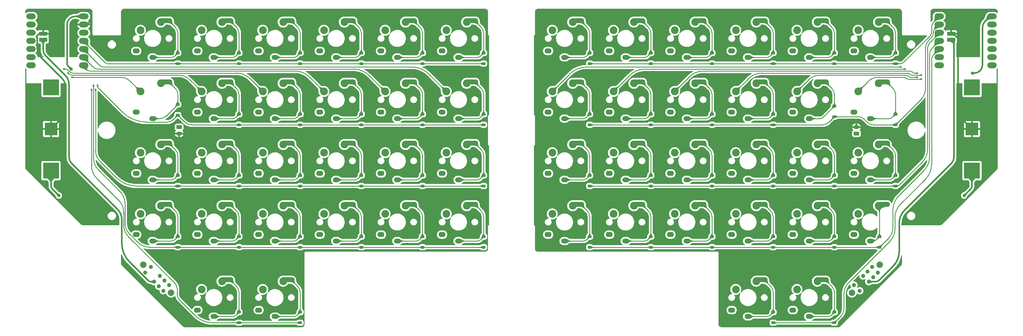
<source format=gbr>
%TF.GenerationSoftware,KiCad,Pcbnew,7.0.9*%
%TF.CreationDate,2024-05-10T01:24:35+09:00*%
%TF.ProjectId,L4,4c342e6b-6963-4616-945f-706362585858,rev?*%
%TF.SameCoordinates,Original*%
%TF.FileFunction,Copper,L2,Bot*%
%TF.FilePolarity,Positive*%
%FSLAX46Y46*%
G04 Gerber Fmt 4.6, Leading zero omitted, Abs format (unit mm)*
G04 Created by KiCad (PCBNEW 7.0.9) date 2024-05-10 01:24:35*
%MOMM*%
%LPD*%
G01*
G04 APERTURE LIST*
G04 Aperture macros list*
%AMRoundRect*
0 Rectangle with rounded corners*
0 $1 Rounding radius*
0 $2 $3 $4 $5 $6 $7 $8 $9 X,Y pos of 4 corners*
0 Add a 4 corners polygon primitive as box body*
4,1,4,$2,$3,$4,$5,$6,$7,$8,$9,$2,$3,0*
0 Add four circle primitives for the rounded corners*
1,1,$1+$1,$2,$3*
1,1,$1+$1,$4,$5*
1,1,$1+$1,$6,$7*
1,1,$1+$1,$8,$9*
0 Add four rect primitives between the rounded corners*
20,1,$1+$1,$2,$3,$4,$5,0*
20,1,$1+$1,$4,$5,$6,$7,0*
20,1,$1+$1,$6,$7,$8,$9,0*
20,1,$1+$1,$8,$9,$2,$3,0*%
G04 Aperture macros list end*
%TA.AperFunction,ComponentPad*%
%ADD10O,2.200000X1.600000*%
%TD*%
%TA.AperFunction,ComponentPad*%
%ADD11C,2.400000*%
%TD*%
%TA.AperFunction,ComponentPad*%
%ADD12O,2.200000X1.500000*%
%TD*%
%TA.AperFunction,ComponentPad*%
%ADD13O,4.400000X1.500000*%
%TD*%
%TA.AperFunction,ComponentPad*%
%ADD14C,2.000000*%
%TD*%
%TA.AperFunction,ComponentPad*%
%ADD15C,1.300000*%
%TD*%
%TA.AperFunction,ComponentPad*%
%ADD16O,3.000000X1.800000*%
%TD*%
%TA.AperFunction,ComponentPad*%
%ADD17R,2.500000X1.250000*%
%TD*%
%TA.AperFunction,SMDPad,CuDef*%
%ADD18RoundRect,0.225000X-0.375000X0.225000X-0.375000X-0.225000X0.375000X-0.225000X0.375000X0.225000X0*%
%TD*%
%TA.AperFunction,SMDPad,CuDef*%
%ADD19R,5.000000X5.000000*%
%TD*%
%TA.AperFunction,SMDPad,CuDef*%
%ADD20R,4.000000X4.000000*%
%TD*%
%TA.AperFunction,ComponentPad*%
%ADD21RoundRect,0.250000X-0.625000X0.350000X-0.625000X-0.350000X0.625000X-0.350000X0.625000X0.350000X0*%
%TD*%
%TA.AperFunction,ComponentPad*%
%ADD22O,1.750000X1.200000*%
%TD*%
%TA.AperFunction,ComponentPad*%
%ADD23RoundRect,0.250000X0.625000X-0.350000X0.625000X0.350000X-0.625000X0.350000X-0.625000X-0.350000X0*%
%TD*%
%TA.AperFunction,ViaPad*%
%ADD24C,1.000000*%
%TD*%
%TA.AperFunction,ViaPad*%
%ADD25C,0.600000*%
%TD*%
%TA.AperFunction,Conductor*%
%ADD26C,0.500000*%
%TD*%
%TA.AperFunction,Conductor*%
%ADD27C,0.250000*%
%TD*%
G04 APERTURE END LIST*
D10*
%TO.P,SW8,1,1*%
%TO.N,COL1_L*%
X245725000Y-127725000D03*
D11*
X247015000Y-121285000D03*
D12*
%TO.P,SW8,2,2*%
%TO.N,Net-(D8-K)*%
X250825000Y-129725000D03*
D11*
X253365000Y-118745000D03*
D13*
X254725000Y-118275000D03*
%TD*%
D10*
%TO.P,SW39,1,1*%
%TO.N,COL5_R*%
X193655000Y-127725000D03*
D11*
X194945000Y-121285000D03*
D12*
%TO.P,SW39,2,2*%
%TO.N,Net-(D40-K)*%
X198755000Y-129725000D03*
D11*
X201295000Y-118745000D03*
D13*
X202655000Y-118275000D03*
%TD*%
D10*
%TO.P,SW3,1,1*%
%TO.N,COL2_L*%
X264775000Y-108675000D03*
D11*
X266065000Y-102235000D03*
D12*
%TO.P,SW3,2,2*%
%TO.N,Net-(D3-K)*%
X269875000Y-110675000D03*
D11*
X272415000Y-99695000D03*
D13*
X273775000Y-99225000D03*
%TD*%
D10*
%TO.P,SW29,1,1*%
%TO.N,COL1_R*%
X117455000Y-108675000D03*
D11*
X118745000Y-102235000D03*
D12*
%TO.P,SW29,2,2*%
%TO.N,Net-(D30-K)*%
X122555000Y-110675000D03*
D11*
X125095000Y-99695000D03*
D13*
X126455000Y-99225000D03*
%TD*%
D10*
%TO.P,SW32,1,1*%
%TO.N,COL4_R*%
X174605000Y-108675000D03*
D11*
X175895000Y-102235000D03*
D12*
%TO.P,SW32,2,2*%
%TO.N,Net-(D33-K)*%
X179705000Y-110675000D03*
D11*
X182245000Y-99695000D03*
D13*
X183605000Y-99225000D03*
%TD*%
D10*
%TO.P,SW48,1,1*%
%TO.N,COL2_R*%
X136505000Y-165825000D03*
D11*
X137795000Y-159385000D03*
D12*
%TO.P,SW48,2,2*%
%TO.N,Net-(D49-K)*%
X141605000Y-167825000D03*
D11*
X144145000Y-156845000D03*
D13*
X145505000Y-156375000D03*
%TD*%
D10*
%TO.P,SW47,1,1*%
%TO.N,COL1_R*%
X117455000Y-165825000D03*
D11*
X118745000Y-159385000D03*
D12*
%TO.P,SW47,2,2*%
%TO.N,Net-(D48-K)*%
X122555000Y-167825000D03*
D11*
X125095000Y-156845000D03*
D13*
X126455000Y-156375000D03*
%TD*%
D10*
%TO.P,SW20,1,1*%
%TO.N,COL1_L*%
X245725000Y-165825000D03*
D11*
X247015000Y-159385000D03*
D12*
%TO.P,SW20,2,2*%
%TO.N,Net-(D20-K)*%
X250825000Y-167825000D03*
D11*
X253365000Y-156845000D03*
D13*
X254725000Y-156375000D03*
%TD*%
D10*
%TO.P,SW46,1,1*%
%TO.N,COL0_R*%
X98405000Y-165825000D03*
D11*
X99695000Y-159385000D03*
D12*
%TO.P,SW46,2,2*%
%TO.N,Net-(D47-K)*%
X103505000Y-167825000D03*
D11*
X106045000Y-156845000D03*
D13*
X107405000Y-156375000D03*
%TD*%
D10*
%TO.P,SW16,1,1*%
%TO.N,COL3_L*%
X283825000Y-146775000D03*
D11*
X285115000Y-140335000D03*
D12*
%TO.P,SW16,2,2*%
%TO.N,Net-(D16-K)*%
X288925000Y-148775000D03*
D11*
X291465000Y-137795000D03*
D13*
X292825000Y-137325000D03*
%TD*%
D10*
%TO.P,SW50,1,1*%
%TO.N,COL4_R*%
X174605000Y-165825000D03*
D11*
X175895000Y-159385000D03*
D12*
%TO.P,SW50,2,2*%
%TO.N,Net-(D51-K)*%
X179705000Y-167825000D03*
D11*
X182245000Y-156845000D03*
D13*
X183605000Y-156375000D03*
%TD*%
D10*
%TO.P,SW28,1,1*%
%TO.N,COL0_R*%
X98405000Y-108675000D03*
D11*
X99695000Y-102235000D03*
D12*
%TO.P,SW28,2,2*%
%TO.N,Net-(D29-K)*%
X103505000Y-110675000D03*
D11*
X106045000Y-99695000D03*
D13*
X107405000Y-99225000D03*
%TD*%
D10*
%TO.P,SW30,1,1*%
%TO.N,COL2_R*%
X136505000Y-108675000D03*
D11*
X137795000Y-102235000D03*
D12*
%TO.P,SW30,2,2*%
%TO.N,Net-(D31-K)*%
X141605000Y-110675000D03*
D11*
X144145000Y-99695000D03*
D13*
X145505000Y-99225000D03*
%TD*%
D10*
%TO.P,SW26,1,1*%
%TO.N,COL4_L*%
X302875000Y-189320000D03*
D11*
X304165000Y-182880000D03*
D12*
%TO.P,SW26,2,2*%
%TO.N,Net-(D26-K)*%
X307975000Y-191320000D03*
D11*
X310515000Y-180340000D03*
D13*
X311875000Y-179870000D03*
%TD*%
D10*
%TO.P,SW49,1,1*%
%TO.N,COL3_R*%
X155555000Y-165825000D03*
D11*
X156845000Y-159385000D03*
D12*
%TO.P,SW49,2,2*%
%TO.N,Net-(D50-K)*%
X160655000Y-167825000D03*
D11*
X163195000Y-156845000D03*
D13*
X164555000Y-156375000D03*
%TD*%
D10*
%TO.P,SW4,1,1*%
%TO.N,COL3_L*%
X283825000Y-108675000D03*
D11*
X285115000Y-102235000D03*
D12*
%TO.P,SW4,2,2*%
%TO.N,Net-(D4-K)*%
X288925000Y-110675000D03*
D11*
X291465000Y-99695000D03*
D13*
X292825000Y-99225000D03*
%TD*%
D10*
%TO.P,SW11,1,1*%
%TO.N,COL4_L*%
X302875000Y-127725000D03*
D11*
X304165000Y-121285000D03*
D12*
%TO.P,SW11,2,2*%
%TO.N,Net-(D11-K)*%
X307975000Y-129725000D03*
D11*
X310515000Y-118745000D03*
D13*
X311875000Y-118275000D03*
%TD*%
D10*
%TO.P,SW31,1,1*%
%TO.N,COL3_R*%
X155555000Y-108675000D03*
D11*
X156845000Y-102235000D03*
D12*
%TO.P,SW31,2,2*%
%TO.N,Net-(D32-K)*%
X160655000Y-110675000D03*
D11*
X163195000Y-99695000D03*
D13*
X164555000Y-99225000D03*
%TD*%
D10*
%TO.P,SW25,1,1*%
%TO.N,COL3_L*%
X283825000Y-189320000D03*
D11*
X285115000Y-182880000D03*
D12*
%TO.P,SW25,2,2*%
%TO.N,Net-(D25-K)*%
X288925000Y-191320000D03*
D11*
X291465000Y-180340000D03*
D13*
X292825000Y-179870000D03*
%TD*%
D10*
%TO.P,SW38,1,1*%
%TO.N,COL4_R*%
X174605000Y-127725000D03*
D11*
X175895000Y-121285000D03*
D12*
%TO.P,SW38,2,2*%
%TO.N,Net-(D39-K)*%
X179705000Y-129725000D03*
D11*
X182245000Y-118745000D03*
D13*
X183605000Y-118275000D03*
%TD*%
D10*
%TO.P,SW33,1,1*%
%TO.N,COL5_R*%
X193655000Y-108675000D03*
D11*
X194945000Y-102235000D03*
D12*
%TO.P,SW33,2,2*%
%TO.N,Net-(D34-K)*%
X198755000Y-110675000D03*
D11*
X201295000Y-99695000D03*
D13*
X202655000Y-99225000D03*
%TD*%
D10*
%TO.P,SW2,1,1*%
%TO.N,COL1_L*%
X245725000Y-108675000D03*
D11*
X247015000Y-102235000D03*
D12*
%TO.P,SW2,2,2*%
%TO.N,Net-(D2-K)*%
X250825000Y-110675000D03*
D11*
X253365000Y-99695000D03*
D13*
X254725000Y-99225000D03*
%TD*%
D14*
%TO.P,SW27,*%
%TO.N,*%
X321290176Y-183937590D03*
X329987590Y-175240176D03*
D15*
%TO.P,SW27,1,1*%
%TO.N,unconnected-(SW27-Pad1)*%
X327583427Y-175876572D03*
%TO.P,SW27,2,2*%
%TO.N,unconnected-(SW27-Pad2)*%
X326169213Y-177290786D03*
%TO.P,SW27,3,3*%
%TO.N,Net-(Q1-S)*%
X324755000Y-178705000D03*
%TO.P,SW27,4,4*%
%TO.N,VCC_L*%
X321926572Y-181533427D03*
%TO.P,SW27,5,5*%
%TO.N,VBATT_RAW_L*%
X329351194Y-177644339D03*
%TO.P,SW27,6,6*%
%TO.N,unconnected-(SW27-Pad6)*%
X327936980Y-179058553D03*
%TO.P,SW27,7,7*%
%TO.N,VBATT_L*%
X326522766Y-180472766D03*
%TO.P,SW27,8,8*%
%TO.N,unconnected-(SW27-Pad8)*%
X323694339Y-183301194D03*
%TD*%
D10*
%TO.P,SW17,1,1*%
%TO.N,COL4_L*%
X302875000Y-146775000D03*
D11*
X304165000Y-140335000D03*
D12*
%TO.P,SW17,2,2*%
%TO.N,Net-(D17-K)*%
X307975000Y-148775000D03*
D11*
X310515000Y-137795000D03*
D13*
X311875000Y-137325000D03*
%TD*%
D10*
%TO.P,SW52,1,1*%
%TO.N,COL1_R*%
X117455000Y-189320000D03*
D11*
X118745000Y-182880000D03*
D12*
%TO.P,SW52,2,2*%
%TO.N,Net-(D53-K)*%
X122555000Y-191320000D03*
D11*
X125095000Y-180340000D03*
D13*
X126455000Y-179870000D03*
%TD*%
D10*
%TO.P,SW53,1,1*%
%TO.N,COL2_R*%
X136505000Y-189320000D03*
D11*
X137795000Y-182880000D03*
D12*
%TO.P,SW53,2,2*%
%TO.N,Net-(D54-K)*%
X141605000Y-191320000D03*
D11*
X144145000Y-180340000D03*
D13*
X145505000Y-179870000D03*
%TD*%
D10*
%TO.P,SW7,1,1*%
%TO.N,COL0_L*%
X226675000Y-127725000D03*
D11*
X227965000Y-121285000D03*
D12*
%TO.P,SW7,2,2*%
%TO.N,Net-(D7-K)*%
X231775000Y-129725000D03*
D11*
X234315000Y-118745000D03*
D13*
X235675000Y-118275000D03*
%TD*%
D10*
%TO.P,SW1,1,1*%
%TO.N,COL0_L*%
X226675000Y-108675000D03*
D11*
X227965000Y-102235000D03*
D12*
%TO.P,SW1,2,2*%
%TO.N,Net-(D1-K)*%
X231775000Y-110675000D03*
D11*
X234315000Y-99695000D03*
D13*
X235675000Y-99225000D03*
%TD*%
D10*
%TO.P,SW5,1,1*%
%TO.N,COL4_L*%
X302875000Y-108675000D03*
D11*
X304165000Y-102235000D03*
D12*
%TO.P,SW5,2,2*%
%TO.N,Net-(D5-K)*%
X307975000Y-110675000D03*
D11*
X310515000Y-99695000D03*
D13*
X311875000Y-99225000D03*
%TD*%
D10*
%TO.P,SW34,1,1*%
%TO.N,COL0_R*%
X98405000Y-127725000D03*
D11*
X99695000Y-121285000D03*
D12*
%TO.P,SW34,2,2*%
%TO.N,Net-(D35-K)*%
X103505000Y-129725000D03*
D11*
X106045000Y-118745000D03*
D13*
X107405000Y-118275000D03*
%TD*%
D10*
%TO.P,SW40,1,1*%
%TO.N,COL0_R*%
X98405000Y-146775000D03*
D11*
X99695000Y-140335000D03*
D12*
%TO.P,SW40,2,2*%
%TO.N,Net-(D41-K)*%
X103505000Y-148775000D03*
D11*
X106045000Y-137795000D03*
D13*
X107405000Y-137325000D03*
%TD*%
D10*
%TO.P,SW21,1,1*%
%TO.N,COL2_L*%
X264775000Y-165825000D03*
D11*
X266065000Y-159385000D03*
D12*
%TO.P,SW21,2,2*%
%TO.N,Net-(D21-K)*%
X269875000Y-167825000D03*
D11*
X272415000Y-156845000D03*
D13*
X273775000Y-156375000D03*
%TD*%
D10*
%TO.P,SW14,1,1*%
%TO.N,COL1_L*%
X245725000Y-146775000D03*
D11*
X247015000Y-140335000D03*
D12*
%TO.P,SW14,2,2*%
%TO.N,Net-(D14-K)*%
X250825000Y-148775000D03*
D11*
X253365000Y-137795000D03*
D13*
X254725000Y-137325000D03*
%TD*%
D10*
%TO.P,SW13,1,1*%
%TO.N,COL0_L*%
X226675000Y-146775000D03*
D11*
X227965000Y-140335000D03*
D12*
%TO.P,SW13,2,2*%
%TO.N,Net-(D13-K)*%
X231775000Y-148775000D03*
D11*
X234315000Y-137795000D03*
D13*
X235675000Y-137325000D03*
%TD*%
D14*
%TO.P,SW54,*%
%TO.N,*%
X100542410Y-175240176D03*
X109239824Y-183937590D03*
D15*
%TO.P,SW54,1,1*%
%TO.N,unconnected-(SW54-Pad1)*%
X108603428Y-181533427D03*
%TO.P,SW54,2,2*%
%TO.N,unconnected-(SW54-Pad2)*%
X107189214Y-180119213D03*
%TO.P,SW54,3,3*%
%TO.N,Net-(Q2-S)*%
X105775000Y-178705000D03*
%TO.P,SW54,4,4*%
%TO.N,VCC_R*%
X102946573Y-175876572D03*
%TO.P,SW54,5,5*%
%TO.N,VBATT_RAW_R*%
X106835661Y-183301194D03*
%TO.P,SW54,6,6*%
%TO.N,unconnected-(SW54-Pad6)*%
X105421447Y-181886980D03*
%TO.P,SW54,7,7*%
%TO.N,VBATT_R*%
X104007234Y-180472766D03*
%TO.P,SW54,8,8*%
%TO.N,unconnected-(SW54-Pad8)*%
X101178806Y-177644339D03*
%TD*%
D10*
%TO.P,SW35,1,1*%
%TO.N,COL1_R*%
X117455000Y-127725000D03*
D11*
X118745000Y-121285000D03*
D12*
%TO.P,SW35,2,2*%
%TO.N,Net-(D36-K)*%
X122555000Y-129725000D03*
D11*
X125095000Y-118745000D03*
D13*
X126455000Y-118275000D03*
%TD*%
D10*
%TO.P,SW12,1,1*%
%TO.N,COL5_L*%
X321925000Y-127725000D03*
D11*
X323215000Y-121285000D03*
D12*
%TO.P,SW12,2,2*%
%TO.N,Net-(D12-K)*%
X327025000Y-129725000D03*
D11*
X329565000Y-118745000D03*
D13*
X330925000Y-118275000D03*
%TD*%
D10*
%TO.P,SW15,1,1*%
%TO.N,COL2_L*%
X264775000Y-146775000D03*
D11*
X266065000Y-140335000D03*
D12*
%TO.P,SW15,2,2*%
%TO.N,Net-(D15-K)*%
X269875000Y-148775000D03*
D11*
X272415000Y-137795000D03*
D13*
X273775000Y-137325000D03*
%TD*%
D10*
%TO.P,SW24,1,1*%
%TO.N,COL5_L*%
X321925000Y-165825000D03*
D11*
X323215000Y-159385000D03*
D12*
%TO.P,SW24,2,2*%
%TO.N,Net-(D24-K)*%
X327025000Y-167825000D03*
D11*
X329565000Y-156845000D03*
D13*
X330925000Y-156375000D03*
%TD*%
D10*
%TO.P,SW22,1,1*%
%TO.N,COL3_L*%
X283825000Y-165825000D03*
D11*
X285115000Y-159385000D03*
D12*
%TO.P,SW22,2,2*%
%TO.N,Net-(D22-K)*%
X288925000Y-167825000D03*
D11*
X291465000Y-156845000D03*
D13*
X292825000Y-156375000D03*
%TD*%
D10*
%TO.P,SW23,1,1*%
%TO.N,COL4_L*%
X302875000Y-165825000D03*
D11*
X304165000Y-159385000D03*
D12*
%TO.P,SW23,2,2*%
%TO.N,Net-(D23-K)*%
X307975000Y-167825000D03*
D11*
X310515000Y-156845000D03*
D13*
X311875000Y-156375000D03*
%TD*%
D10*
%TO.P,SW37,1,1*%
%TO.N,COL3_R*%
X155555000Y-127725000D03*
D11*
X156845000Y-121285000D03*
D12*
%TO.P,SW37,2,2*%
%TO.N,Net-(D38-K)*%
X160655000Y-129725000D03*
D11*
X163195000Y-118745000D03*
D13*
X164555000Y-118275000D03*
%TD*%
D10*
%TO.P,SW10,1,1*%
%TO.N,COL3_L*%
X283825000Y-127725000D03*
D11*
X285115000Y-121285000D03*
D12*
%TO.P,SW10,2,2*%
%TO.N,Net-(D10-K)*%
X288925000Y-129725000D03*
D11*
X291465000Y-118745000D03*
D13*
X292825000Y-118275000D03*
%TD*%
D10*
%TO.P,SW9,1,1*%
%TO.N,COL2_L*%
X264775000Y-127725000D03*
D11*
X266065000Y-121285000D03*
D12*
%TO.P,SW9,2,2*%
%TO.N,Net-(D9-K)*%
X269875000Y-129725000D03*
D11*
X272415000Y-118745000D03*
D13*
X273775000Y-118275000D03*
%TD*%
D10*
%TO.P,SW43,1,1*%
%TO.N,COL3_R*%
X155555000Y-146775000D03*
D11*
X156845000Y-140335000D03*
D12*
%TO.P,SW43,2,2*%
%TO.N,Net-(D44-K)*%
X160655000Y-148775000D03*
D11*
X163195000Y-137795000D03*
D13*
X164555000Y-137325000D03*
%TD*%
D10*
%TO.P,SW18,1,1*%
%TO.N,COL5_L*%
X321925000Y-146775000D03*
D11*
X323215000Y-140335000D03*
D12*
%TO.P,SW18,2,2*%
%TO.N,Net-(D18-K)*%
X327025000Y-148775000D03*
D11*
X329565000Y-137795000D03*
D13*
X330925000Y-137325000D03*
%TD*%
D10*
%TO.P,SW44,1,1*%
%TO.N,COL4_R*%
X174605000Y-146775000D03*
D11*
X175895000Y-140335000D03*
D12*
%TO.P,SW44,2,2*%
%TO.N,Net-(D45-K)*%
X179705000Y-148775000D03*
D11*
X182245000Y-137795000D03*
D13*
X183605000Y-137325000D03*
%TD*%
D10*
%TO.P,SW36,1,1*%
%TO.N,COL2_R*%
X136505000Y-127725000D03*
D11*
X137795000Y-121285000D03*
D12*
%TO.P,SW36,2,2*%
%TO.N,Net-(D37-K)*%
X141605000Y-129725000D03*
D11*
X144145000Y-118745000D03*
D13*
X145505000Y-118275000D03*
%TD*%
D10*
%TO.P,SW6,1,1*%
%TO.N,COL5_L*%
X321925000Y-108675000D03*
D11*
X323215000Y-102235000D03*
D12*
%TO.P,SW6,2,2*%
%TO.N,Net-(D6-K)*%
X327025000Y-110675000D03*
D11*
X329565000Y-99695000D03*
D13*
X330925000Y-99225000D03*
%TD*%
D10*
%TO.P,SW51,1,1*%
%TO.N,COL5_R*%
X193655000Y-165825000D03*
D11*
X194945000Y-159385000D03*
D12*
%TO.P,SW51,2,2*%
%TO.N,Net-(D52-K)*%
X198755000Y-167825000D03*
D11*
X201295000Y-156845000D03*
D13*
X202655000Y-156375000D03*
%TD*%
D10*
%TO.P,SW41,1,1*%
%TO.N,COL1_R*%
X117455000Y-146775000D03*
D11*
X118745000Y-140335000D03*
D12*
%TO.P,SW41,2,2*%
%TO.N,Net-(D42-K)*%
X122555000Y-148775000D03*
D11*
X125095000Y-137795000D03*
D13*
X126455000Y-137325000D03*
%TD*%
D16*
%TO.P,U2,1,D0/0.02*%
%TO.N,ROW1_R*%
X65635000Y-97912000D03*
%TO.P,U2,2,D1/0.03*%
%TO.N,ROW2_R*%
X65635000Y-100452000D03*
%TO.P,U2,3,D2/0.28*%
%TO.N,ROW3_R*%
X65635000Y-102992000D03*
%TO.P,U2,4,D3/0.29*%
%TO.N,ROW4_R*%
X65635000Y-105532000D03*
%TO.P,U2,5,D4/0.04*%
%TO.N,COL2_R*%
X65635000Y-108072000D03*
%TO.P,U2,6,D5/0.05*%
%TO.N,COL1_R*%
X65635000Y-110612000D03*
%TO.P,U2,7,D6/1.11*%
%TO.N,COL0_R*%
X65635000Y-113152000D03*
%TO.P,U2,8,D7/1.12*%
%TO.N,COL3_R*%
X82075000Y-113152000D03*
%TO.P,U2,9,D8/1.13*%
%TO.N,COL4_R*%
X82075000Y-110612000D03*
%TO.P,U2,10,D9/1.14*%
%TO.N,COL5_R*%
X82075000Y-108072000D03*
%TO.P,U2,11,D10/1.15*%
%TO.N,ROW0_R*%
X82075000Y-105532000D03*
%TO.P,U2,12,3V3*%
%TO.N,VCC_R*%
X82075000Y-102992000D03*
%TO.P,U2,13,GND*%
%TO.N,GND_R*%
X82075000Y-100452000D03*
%TO.P,U2,14,5V*%
%TO.N,VBUS_R*%
X82075000Y-97912000D03*
D17*
%TO.P,U2,15,BAT-*%
%TO.N,GND_R*%
X69410000Y-103310000D03*
%TO.P,U2,16,BAT+*%
%TO.N,VBATT_R*%
X69410000Y-105215000D03*
%TD*%
D10*
%TO.P,SW42,1,1*%
%TO.N,COL2_R*%
X136505000Y-146775000D03*
D11*
X137795000Y-140335000D03*
D12*
%TO.P,SW42,2,2*%
%TO.N,Net-(D43-K)*%
X141605000Y-148775000D03*
D11*
X144145000Y-137795000D03*
D13*
X145505000Y-137325000D03*
%TD*%
D10*
%TO.P,SW45,1,1*%
%TO.N,COL5_R*%
X193655000Y-146775000D03*
D11*
X194945000Y-140335000D03*
D12*
%TO.P,SW45,2,2*%
%TO.N,Net-(D46-K)*%
X198755000Y-148775000D03*
D11*
X201295000Y-137795000D03*
D13*
X202655000Y-137325000D03*
%TD*%
D16*
%TO.P,U1,1,D0/0.02*%
%TO.N,ROW0_L*%
X348455000Y-97912000D03*
%TO.P,U1,2,D1/0.03*%
%TO.N,ROW1_L*%
X348455000Y-100452000D03*
%TO.P,U1,3,D2/0.28*%
%TO.N,ROW2_L*%
X348455000Y-102992000D03*
%TO.P,U1,4,D3/0.29*%
%TO.N,ROW3_L*%
X348455000Y-105532000D03*
%TO.P,U1,5,D4/0.04*%
%TO.N,ROW4_L*%
X348455000Y-108072000D03*
%TO.P,U1,6,D5/0.05*%
%TO.N,COL0_L*%
X348455000Y-110612000D03*
%TO.P,U1,7,D6/1.11*%
%TO.N,COL1_L*%
X348455000Y-113152000D03*
%TO.P,U1,8,D7/1.12*%
%TO.N,COL5_L*%
X364895000Y-113152000D03*
%TO.P,U1,9,D8/1.13*%
%TO.N,COL4_L*%
X364895000Y-110612000D03*
%TO.P,U1,10,D9/1.14*%
%TO.N,COL3_L*%
X364895000Y-108072000D03*
%TO.P,U1,11,D10/1.15*%
%TO.N,COL2_L*%
X364895000Y-105532000D03*
%TO.P,U1,12,3V3*%
%TO.N,VCC_L*%
X364895000Y-102992000D03*
%TO.P,U1,13,GND*%
%TO.N,GND_L*%
X364895000Y-100452000D03*
%TO.P,U1,14,5V*%
%TO.N,VBUS_L*%
X364895000Y-97912000D03*
D17*
%TO.P,U1,15,BAT-*%
%TO.N,GND_L*%
X352230000Y-103310000D03*
%TO.P,U1,16,BAT+*%
%TO.N,VBATT_L*%
X352230000Y-105215000D03*
%TD*%
D10*
%TO.P,SW19,1,1*%
%TO.N,COL0_L*%
X226675000Y-165825000D03*
D11*
X227965000Y-159385000D03*
D12*
%TO.P,SW19,2,2*%
%TO.N,Net-(D19-K)*%
X231775000Y-167825000D03*
D11*
X234315000Y-156845000D03*
D13*
X235675000Y-156375000D03*
%TD*%
D18*
%TO.P,D41,1,K*%
%TO.N,Net-(D41-K)*%
X111330000Y-147400000D03*
%TO.P,D41,2,A*%
%TO.N,ROW2_R*%
X111330000Y-150700000D03*
%TD*%
%TO.P,D50,1,K*%
%TO.N,Net-(D50-K)*%
X168480000Y-166450000D03*
%TO.P,D50,2,A*%
%TO.N,ROW3_R*%
X168480000Y-169750000D03*
%TD*%
%TO.P,D36,1,K*%
%TO.N,Net-(D36-K)*%
X130380000Y-128350000D03*
%TO.P,D36,2,A*%
%TO.N,ROW1_R*%
X130380000Y-131650000D03*
%TD*%
%TO.P,D18,1,K*%
%TO.N,Net-(D18-K)*%
X334850000Y-147400000D03*
%TO.P,D18,2,A*%
%TO.N,ROW2_L*%
X334850000Y-150700000D03*
%TD*%
%TO.P,D12,1,K*%
%TO.N,Net-(D12-K)*%
X334850000Y-128350000D03*
%TO.P,D12,2,A*%
%TO.N,ROW1_L*%
X334850000Y-131650000D03*
%TD*%
%TO.P,D52,1,K*%
%TO.N,Net-(D52-K)*%
X206580000Y-166450000D03*
%TO.P,D52,2,A*%
%TO.N,ROW3_R*%
X206580000Y-169750000D03*
%TD*%
%TO.P,D31,1,K*%
%TO.N,Net-(D31-K)*%
X149430000Y-109300000D03*
%TO.P,D31,2,A*%
%TO.N,ROW0_R*%
X149430000Y-112600000D03*
%TD*%
%TO.P,D37,1,K*%
%TO.N,Net-(D37-K)*%
X149430000Y-128350000D03*
%TO.P,D37,2,A*%
%TO.N,ROW1_R*%
X149430000Y-131650000D03*
%TD*%
%TO.P,D2,1,K*%
%TO.N,Net-(D2-K)*%
X258650000Y-109300000D03*
%TO.P,D2,2,A*%
%TO.N,ROW0_L*%
X258650000Y-112600000D03*
%TD*%
%TO.P,D49,1,K*%
%TO.N,Net-(D49-K)*%
X149430000Y-166450000D03*
%TO.P,D49,2,A*%
%TO.N,ROW3_R*%
X149430000Y-169750000D03*
%TD*%
%TO.P,D38,1,K*%
%TO.N,Net-(D38-K)*%
X168480000Y-128350000D03*
%TO.P,D38,2,A*%
%TO.N,ROW1_R*%
X168480000Y-131650000D03*
%TD*%
%TO.P,D21,1,K*%
%TO.N,Net-(D21-K)*%
X277700000Y-166450000D03*
%TO.P,D21,2,A*%
%TO.N,ROW3_L*%
X277700000Y-169750000D03*
%TD*%
%TO.P,D30,1,K*%
%TO.N,Net-(D30-K)*%
X130380000Y-109300000D03*
%TO.P,D30,2,A*%
%TO.N,ROW0_R*%
X130380000Y-112600000D03*
%TD*%
%TO.P,D39,1,K*%
%TO.N,Net-(D39-K)*%
X187530000Y-128350000D03*
%TO.P,D39,2,A*%
%TO.N,ROW1_R*%
X187530000Y-131650000D03*
%TD*%
%TO.P,D11,1,K*%
%TO.N,Net-(D11-K)*%
X315800000Y-125825000D03*
%TO.P,D11,2,A*%
%TO.N,ROW1_L*%
X315800000Y-129125000D03*
%TD*%
%TO.P,D15,1,K*%
%TO.N,Net-(D15-K)*%
X277700000Y-147400000D03*
%TO.P,D15,2,A*%
%TO.N,ROW2_L*%
X277700000Y-150700000D03*
%TD*%
%TO.P,D33,1,K*%
%TO.N,Net-(D33-K)*%
X187530000Y-109300000D03*
%TO.P,D33,2,A*%
%TO.N,ROW0_R*%
X187530000Y-112600000D03*
%TD*%
%TO.P,D44,1,K*%
%TO.N,Net-(D44-K)*%
X168480000Y-147400000D03*
%TO.P,D44,2,A*%
%TO.N,ROW2_R*%
X168480000Y-150700000D03*
%TD*%
D19*
%TO.P,BT1,*%
%TO.N,*%
X358675000Y-120025000D03*
%TO.P,BT1,1,+*%
%TO.N,Net-(BT1-+)*%
X358675000Y-145925000D03*
D20*
%TO.P,BT1,2,-*%
%TO.N,GND_L*%
X358675000Y-132975000D03*
%TD*%
D18*
%TO.P,D53,1,K*%
%TO.N,Net-(D53-K)*%
X130380000Y-189945000D03*
%TO.P,D53,2,A*%
%TO.N,ROW4_R*%
X130380000Y-193245000D03*
%TD*%
%TO.P,D43,1,K*%
%TO.N,Net-(D43-K)*%
X149430000Y-147400000D03*
%TO.P,D43,2,A*%
%TO.N,ROW2_R*%
X149430000Y-150700000D03*
%TD*%
%TO.P,D4,1,K*%
%TO.N,Net-(D4-K)*%
X296750000Y-109300000D03*
%TO.P,D4,2,A*%
%TO.N,ROW0_L*%
X296750000Y-112600000D03*
%TD*%
%TO.P,D35,1,K*%
%TO.N,Net-(D35-K)*%
X111330000Y-125325000D03*
%TO.P,D35,2,A*%
%TO.N,ROW1_R*%
X111330000Y-128625000D03*
%TD*%
%TO.P,D29,1,K*%
%TO.N,Net-(D29-K)*%
X111330000Y-109300000D03*
%TO.P,D29,2,A*%
%TO.N,ROW0_R*%
X111330000Y-112600000D03*
%TD*%
%TO.P,D22,1,K*%
%TO.N,Net-(D22-K)*%
X296750000Y-166450000D03*
%TO.P,D22,2,A*%
%TO.N,ROW3_L*%
X296750000Y-169750000D03*
%TD*%
%TO.P,D6,1,K*%
%TO.N,Net-(D6-K)*%
X334850000Y-109300000D03*
%TO.P,D6,2,A*%
%TO.N,ROW0_L*%
X334850000Y-112600000D03*
%TD*%
%TO.P,D25,1,K*%
%TO.N,Net-(D25-K)*%
X296750000Y-189945000D03*
%TO.P,D25,2,A*%
%TO.N,ROW4_L*%
X296750000Y-193245000D03*
%TD*%
%TO.P,D10,1,K*%
%TO.N,Net-(D10-K)*%
X296750000Y-128350000D03*
%TO.P,D10,2,A*%
%TO.N,ROW1_L*%
X296750000Y-131650000D03*
%TD*%
%TO.P,D45,1,K*%
%TO.N,Net-(D45-K)*%
X187530000Y-147400000D03*
%TO.P,D45,2,A*%
%TO.N,ROW2_R*%
X187530000Y-150700000D03*
%TD*%
%TO.P,D42,1,K*%
%TO.N,Net-(D42-K)*%
X130380000Y-147400000D03*
%TO.P,D42,2,A*%
%TO.N,ROW2_R*%
X130380000Y-150700000D03*
%TD*%
%TO.P,D34,1,K*%
%TO.N,Net-(D34-K)*%
X206580000Y-109300000D03*
%TO.P,D34,2,A*%
%TO.N,ROW0_R*%
X206580000Y-112600000D03*
%TD*%
%TO.P,D16,1,K*%
%TO.N,Net-(D16-K)*%
X296750000Y-147400000D03*
%TO.P,D16,2,A*%
%TO.N,ROW2_L*%
X296750000Y-150700000D03*
%TD*%
%TO.P,D1,1,K*%
%TO.N,Net-(D1-K)*%
X239600000Y-109300000D03*
%TO.P,D1,2,A*%
%TO.N,ROW0_L*%
X239600000Y-112600000D03*
%TD*%
%TO.P,D20,1,K*%
%TO.N,Net-(D20-K)*%
X258650000Y-166450000D03*
%TO.P,D20,2,A*%
%TO.N,ROW3_L*%
X258650000Y-169750000D03*
%TD*%
D21*
%TO.P,J2,1,Pin_1*%
%TO.N,VBATT_RAW_R*%
X111755000Y-132375000D03*
D22*
%TO.P,J2,2,Pin_2*%
%TO.N,GND_R*%
X111755000Y-134375000D03*
%TD*%
D18*
%TO.P,D14,1,K*%
%TO.N,Net-(D14-K)*%
X258650000Y-147400000D03*
%TO.P,D14,2,A*%
%TO.N,ROW2_L*%
X258650000Y-150700000D03*
%TD*%
%TO.P,D51,1,K*%
%TO.N,Net-(D51-K)*%
X187530000Y-166450000D03*
%TO.P,D51,2,A*%
%TO.N,ROW3_R*%
X187530000Y-169750000D03*
%TD*%
%TO.P,D40,1,K*%
%TO.N,Net-(D40-K)*%
X206580000Y-128350000D03*
%TO.P,D40,2,A*%
%TO.N,ROW1_R*%
X206580000Y-131650000D03*
%TD*%
%TO.P,D26,1,K*%
%TO.N,Net-(D26-K)*%
X315800000Y-189945000D03*
%TO.P,D26,2,A*%
%TO.N,ROW4_L*%
X315800000Y-193245000D03*
%TD*%
%TO.P,D24,1,K*%
%TO.N,Net-(D24-K)*%
X329850000Y-166450000D03*
%TO.P,D24,2,A*%
%TO.N,ROW3_L*%
X329850000Y-169750000D03*
%TD*%
%TO.P,D48,1,K*%
%TO.N,Net-(D48-K)*%
X130380000Y-166450000D03*
%TO.P,D48,2,A*%
%TO.N,ROW3_R*%
X130380000Y-169750000D03*
%TD*%
D23*
%TO.P,J1,1,Pin_1*%
%TO.N,VBATT_RAW_L*%
X322675000Y-134375000D03*
D22*
%TO.P,J1,2,Pin_2*%
%TO.N,GND_L*%
X322675000Y-132375000D03*
%TD*%
D18*
%TO.P,D19,1,K*%
%TO.N,Net-(D19-K)*%
X239600000Y-166450000D03*
%TO.P,D19,2,A*%
%TO.N,ROW3_L*%
X239600000Y-169750000D03*
%TD*%
%TO.P,D7,1,K*%
%TO.N,Net-(D7-K)*%
X239600000Y-128350000D03*
%TO.P,D7,2,A*%
%TO.N,ROW1_L*%
X239600000Y-131650000D03*
%TD*%
D19*
%TO.P,BT3,*%
%TO.N,*%
X71855000Y-120025000D03*
%TO.P,BT3,1,+*%
%TO.N,Net-(BT3-+)*%
X71855000Y-145925000D03*
D20*
%TO.P,BT3,2,-*%
%TO.N,GND_R*%
X71855000Y-132975000D03*
%TD*%
D18*
%TO.P,D54,1,K*%
%TO.N,Net-(D54-K)*%
X149430000Y-189945000D03*
%TO.P,D54,2,A*%
%TO.N,ROW4_R*%
X149430000Y-193245000D03*
%TD*%
%TO.P,D23,1,K*%
%TO.N,Net-(D23-K)*%
X315800000Y-166450000D03*
%TO.P,D23,2,A*%
%TO.N,ROW3_L*%
X315800000Y-169750000D03*
%TD*%
%TO.P,D32,1,K*%
%TO.N,Net-(D32-K)*%
X168480000Y-109300000D03*
%TO.P,D32,2,A*%
%TO.N,ROW0_R*%
X168480000Y-112600000D03*
%TD*%
%TO.P,D9,1,K*%
%TO.N,Net-(D9-K)*%
X277700000Y-128350000D03*
%TO.P,D9,2,A*%
%TO.N,ROW1_L*%
X277700000Y-131650000D03*
%TD*%
%TO.P,D3,1,K*%
%TO.N,Net-(D3-K)*%
X277700000Y-109300000D03*
%TO.P,D3,2,A*%
%TO.N,ROW0_L*%
X277700000Y-112600000D03*
%TD*%
%TO.P,D8,1,K*%
%TO.N,Net-(D8-K)*%
X258650000Y-128350000D03*
%TO.P,D8,2,A*%
%TO.N,ROW1_L*%
X258650000Y-131650000D03*
%TD*%
%TO.P,D46,1,K*%
%TO.N,Net-(D46-K)*%
X206580000Y-147400000D03*
%TO.P,D46,2,A*%
%TO.N,ROW2_R*%
X206580000Y-150700000D03*
%TD*%
%TO.P,D47,1,K*%
%TO.N,Net-(D47-K)*%
X111330000Y-166450000D03*
%TO.P,D47,2,A*%
%TO.N,ROW3_R*%
X111330000Y-169750000D03*
%TD*%
%TO.P,D17,1,K*%
%TO.N,Net-(D17-K)*%
X315800000Y-147400000D03*
%TO.P,D17,2,A*%
%TO.N,ROW2_L*%
X315800000Y-150700000D03*
%TD*%
%TO.P,D5,1,K*%
%TO.N,Net-(D5-K)*%
X315800000Y-109300000D03*
%TO.P,D5,2,A*%
%TO.N,ROW0_L*%
X315800000Y-112600000D03*
%TD*%
%TO.P,D13,1,K*%
%TO.N,Net-(D13-K)*%
X239600000Y-147400000D03*
%TO.P,D13,2,A*%
%TO.N,ROW2_L*%
X239600000Y-150700000D03*
%TD*%
D24*
%TO.N,Net-(BT1-+)*%
X356235000Y-153670000D03*
%TO.N,GND_L*%
X339725000Y-142875000D03*
X354330000Y-120650000D03*
%TO.N,Net-(BT3-+)*%
X74295000Y-153670000D03*
%TO.N,GND_R*%
X90805000Y-142875000D03*
X76200000Y-120650000D03*
D25*
%TO.N,ROW1_R*%
X86360000Y-119380000D03*
%TO.N,ROW2_R*%
X85725000Y-120650000D03*
%TO.N,ROW3_R*%
X85090000Y-119380000D03*
%TO.N,ROW4_R*%
X84455000Y-120650000D03*
D24*
%TO.N,VBUS_L*%
X358775000Y-115570000D03*
%TO.N,VBUS_R*%
X78105000Y-114300000D03*
D25*
%TO.N,COL0_L*%
X336550000Y-113665000D03*
%TO.N,COL1_L*%
X337820000Y-114300000D03*
%TO.N,COL2_L*%
X341630000Y-115570000D03*
%TO.N,COL3_L*%
X342900000Y-116205000D03*
%TO.N,COL4_L*%
X341630000Y-116840000D03*
%TO.N,COL5_L*%
X342900000Y-117475000D03*
%TO.N,COL0_R*%
X78422500Y-116840000D03*
%TO.N,COL1_R*%
X77187161Y-115535339D03*
%TO.N,COL2_R*%
X75882500Y-114300000D03*
%TD*%
D26*
%TO.N,Net-(BT1-+)*%
X356235000Y-153670000D02*
X358303026Y-151601974D01*
X358675000Y-150703949D02*
X358675000Y-145925000D01*
X358303002Y-151601950D02*
G75*
G03*
X358675000Y-150703949I-898002J898050D01*
G01*
%TO.N,GND_L*%
X358675000Y-132975000D02*
X355073949Y-129373949D01*
X339725000Y-142875000D02*
X331084872Y-134234872D01*
X352855000Y-103310000D02*
X352230000Y-103310000D01*
X326594744Y-132375000D02*
X322675000Y-132375000D01*
X354330000Y-127577898D02*
X354330000Y-120650000D01*
X353958025Y-104413025D02*
X352855000Y-103310000D01*
X354330000Y-120650000D02*
X354330000Y-105311051D01*
X354330002Y-127577898D02*
G75*
G03*
X355073949Y-129373949I2539998J-2D01*
G01*
X354330034Y-105311051D02*
G75*
G03*
X353958025Y-104413025I-1270034J-49D01*
G01*
X331084850Y-134234894D02*
G75*
G03*
X326594744Y-132375000I-4490150J-4490106D01*
G01*
%TO.N,Net-(BT3-+)*%
X74295000Y-153670000D02*
X72226974Y-151601974D01*
X71855000Y-150703949D02*
X71855000Y-145925000D01*
X71854966Y-150703949D02*
G75*
G03*
X72226974Y-151601974I1270034J49D01*
G01*
%TO.N,GND_R*%
X67585000Y-107916846D02*
X67585000Y-103865000D01*
X75456051Y-117366051D02*
X68700923Y-110610923D01*
X84455000Y-97681051D02*
X84455000Y-98533949D01*
X69410000Y-103310000D02*
X69410000Y-98425000D01*
X75456051Y-129373949D02*
X71855000Y-132975000D01*
X102724333Y-134375000D02*
X111755000Y-134375000D01*
X83556975Y-96256975D02*
X84083026Y-96783026D01*
X67585000Y-103865000D02*
X68140000Y-103310000D01*
X76200000Y-120650000D02*
X76200000Y-119162102D01*
X84083025Y-99431975D02*
X83063000Y-100452000D01*
X76200000Y-120650000D02*
X76200000Y-127577898D01*
X90805000Y-142875000D02*
X96887167Y-136792833D01*
X68140000Y-103310000D02*
X69410000Y-103310000D01*
X83063000Y-100452000D02*
X81475000Y-100452000D01*
X71950000Y-95885000D02*
X82658949Y-95885000D01*
X75456052Y-129373950D02*
G75*
G03*
X76200000Y-127577898I-1796052J1796050D01*
G01*
X102724333Y-134375024D02*
G75*
G03*
X96887167Y-136792833I-33J-8254976D01*
G01*
X84455034Y-97681051D02*
G75*
G03*
X84083026Y-96783026I-1270034J-49D01*
G01*
X67584968Y-107916846D02*
G75*
G03*
X68700924Y-110610922I3810032J46D01*
G01*
X71950000Y-95885000D02*
G75*
G03*
X69410000Y-98425000I0J-2540000D01*
G01*
X83556951Y-96256999D02*
G75*
G03*
X82658949Y-95885000I-898051J-898001D01*
G01*
X76199998Y-119162102D02*
G75*
G03*
X75456051Y-117366051I-2539998J2D01*
G01*
X84083001Y-99431951D02*
G75*
G03*
X84455000Y-98533949I-898001J898051D01*
G01*
D27*
%TO.N,Net-(D1-K)*%
X238596975Y-110303025D02*
X239600000Y-109300000D01*
X238856051Y-101306051D02*
X236775000Y-99225000D01*
X239600000Y-109300000D02*
X239600000Y-103102102D01*
X231775000Y-110675000D02*
X237698949Y-110675000D01*
X237698949Y-110675034D02*
G75*
G03*
X238596975Y-110303025I-49J1270034D01*
G01*
X239599998Y-103102102D02*
G75*
G03*
X238856051Y-101306051I-2539998J2D01*
G01*
%TO.N,ROW0_L*%
X337351975Y-112228025D02*
X345703026Y-103876974D01*
X346075000Y-102978949D02*
X346075000Y-101382102D01*
X296750000Y-112600000D02*
X334850000Y-112600000D01*
X348493000Y-97912000D02*
X349055000Y-97912000D01*
X346818949Y-99586051D02*
X348493000Y-97912000D01*
X334850000Y-112600000D02*
X336453949Y-112600000D01*
X239600000Y-112600000D02*
X296750000Y-112600000D01*
X346818948Y-99586050D02*
G75*
G03*
X346075000Y-101382102I1796052J-1796050D01*
G01*
X336453949Y-112600034D02*
G75*
G03*
X337351975Y-112228025I-49J1270034D01*
G01*
X345703002Y-103876950D02*
G75*
G03*
X346075000Y-102978949I-898002J898050D01*
G01*
%TO.N,Net-(D2-K)*%
X250825000Y-110675000D02*
X256748949Y-110675000D01*
X258650000Y-109300000D02*
X258650000Y-103102102D01*
X257646975Y-110303025D02*
X258650000Y-109300000D01*
X257906051Y-101306051D02*
X255825000Y-99225000D01*
X256748949Y-110675034D02*
G75*
G03*
X257646975Y-110303025I-49J1270034D01*
G01*
X258649998Y-103102102D02*
G75*
G03*
X257906051Y-101306051I-2539998J2D01*
G01*
%TO.N,Net-(D3-K)*%
X276696975Y-110303025D02*
X277700000Y-109300000D01*
X277700000Y-109300000D02*
X277700000Y-103102102D01*
X276956051Y-101306051D02*
X274875000Y-99225000D01*
X269875000Y-110675000D02*
X275798949Y-110675000D01*
X277699998Y-103102102D02*
G75*
G03*
X276956051Y-101306051I-2539998J2D01*
G01*
X275798949Y-110675034D02*
G75*
G03*
X276696975Y-110303025I-49J1270034D01*
G01*
%TO.N,Net-(D4-K)*%
X296006051Y-101306051D02*
X293925000Y-99225000D01*
X288925000Y-110675000D02*
X294848949Y-110675000D01*
X295746975Y-110303025D02*
X296750000Y-109300000D01*
X296750000Y-109300000D02*
X296750000Y-103102102D01*
X294848949Y-110675034D02*
G75*
G03*
X295746975Y-110303025I-49J1270034D01*
G01*
X296749998Y-103102102D02*
G75*
G03*
X296006051Y-101306051I-2539998J2D01*
G01*
%TO.N,Net-(D5-K)*%
X314796975Y-110303025D02*
X315800000Y-109300000D01*
X312975000Y-99225000D02*
X315056051Y-101306051D01*
X307975000Y-110675000D02*
X313898949Y-110675000D01*
X315800000Y-103102102D02*
X315800000Y-109300000D01*
X315799998Y-103102102D02*
G75*
G03*
X315056051Y-101306051I-2539998J2D01*
G01*
X313898949Y-110675034D02*
G75*
G03*
X314796975Y-110303025I-49J1270034D01*
G01*
%TO.N,Net-(D6-K)*%
X327025000Y-110675000D02*
X332948949Y-110675000D01*
X333846975Y-110303025D02*
X334850000Y-109300000D01*
X334106051Y-101306051D02*
X332025000Y-99225000D01*
X334850000Y-109300000D02*
X334850000Y-103102102D01*
X332948949Y-110675034D02*
G75*
G03*
X333846975Y-110303025I-49J1270034D01*
G01*
X334849998Y-103102102D02*
G75*
G03*
X334106051Y-101306051I-2539998J2D01*
G01*
%TO.N,Net-(D7-K)*%
X231775000Y-129725000D02*
X237698949Y-129725000D01*
X238856051Y-120356051D02*
X236775000Y-118275000D01*
X238596975Y-129353025D02*
X239600000Y-128350000D01*
X239600000Y-128350000D02*
X239600000Y-122152102D01*
X237698949Y-129725034D02*
G75*
G03*
X238596975Y-129353025I-49J1270034D01*
G01*
X239599998Y-122152102D02*
G75*
G03*
X238856051Y-120356051I-2539998J2D01*
G01*
%TO.N,ROW1_L*%
X296750000Y-131650000D02*
X312222898Y-131650000D01*
X346630000Y-103113423D02*
X346630000Y-102841051D01*
X334850000Y-131650000D02*
X342868090Y-123631910D01*
X315800000Y-129125000D02*
X323277936Y-129125000D01*
X327907140Y-131650000D02*
X334850000Y-131650000D01*
X345471911Y-105060589D02*
X346072039Y-104460461D01*
X347001975Y-101943025D02*
X348493000Y-100452000D01*
X348493000Y-100452000D02*
X349055000Y-100452000D01*
X344170000Y-120488821D02*
X344170000Y-108203679D01*
X314018949Y-130906051D02*
X315800000Y-129125000D01*
X325073987Y-129868949D02*
X326111089Y-130906051D01*
X239600000Y-131650000D02*
X296750000Y-131650000D01*
X312222898Y-131649998D02*
G75*
G03*
X314018949Y-130906051I2J2539998D01*
G01*
X342868080Y-123631900D02*
G75*
G03*
X344170000Y-120488821I-3143080J3143100D01*
G01*
X345471921Y-105060599D02*
G75*
G03*
X344170000Y-108203679I3143079J-3143101D01*
G01*
X325073969Y-129868967D02*
G75*
G03*
X323277936Y-129125000I-1796069J-1796033D01*
G01*
X347001999Y-101943049D02*
G75*
G03*
X346630000Y-102841051I898001J-898051D01*
G01*
X346072027Y-104460449D02*
G75*
G03*
X346630000Y-103113423I-1347027J1347049D01*
G01*
X326111069Y-130906071D02*
G75*
G03*
X327907140Y-131650000I1796031J1796071D01*
G01*
%TO.N,Net-(D8-K)*%
X250825000Y-129725000D02*
X256748949Y-129725000D01*
X257646975Y-129353025D02*
X258650000Y-128350000D01*
X257906051Y-120356051D02*
X255825000Y-118275000D01*
X258650000Y-128350000D02*
X258650000Y-122152102D01*
X256748949Y-129725034D02*
G75*
G03*
X257646975Y-129353025I-49J1270034D01*
G01*
X258649998Y-122152102D02*
G75*
G03*
X257906051Y-120356051I-2539998J2D01*
G01*
%TO.N,Net-(D9-K)*%
X276956051Y-120356051D02*
X274875000Y-118275000D01*
X269875000Y-129725000D02*
X275798949Y-129725000D01*
X277700000Y-128350000D02*
X277700000Y-122152102D01*
X276696975Y-129353025D02*
X277700000Y-128350000D01*
X275798949Y-129725034D02*
G75*
G03*
X276696975Y-129353025I-49J1270034D01*
G01*
X277699998Y-122152102D02*
G75*
G03*
X276956051Y-120356051I-2539998J2D01*
G01*
%TO.N,Net-(D10-K)*%
X295746975Y-129353025D02*
X296750000Y-128350000D01*
X288925000Y-129725000D02*
X294848949Y-129725000D01*
X296750000Y-128350000D02*
X296750000Y-122152102D01*
X296006051Y-120356051D02*
X293925000Y-118275000D01*
X294848949Y-129725034D02*
G75*
G03*
X295746975Y-129353025I-49J1270034D01*
G01*
X296749998Y-122152102D02*
G75*
G03*
X296006051Y-120356051I-2539998J2D01*
G01*
%TO.N,Net-(D11-K)*%
X312271975Y-129353025D02*
X315800000Y-125825000D01*
X307975000Y-129725000D02*
X311373949Y-129725000D01*
X315800000Y-122152102D02*
X315800000Y-125825000D01*
X312975000Y-118275000D02*
X315056051Y-120356051D01*
X315799998Y-122152102D02*
G75*
G03*
X315056051Y-120356051I-2539998J2D01*
G01*
X311373949Y-129725034D02*
G75*
G03*
X312271975Y-129353025I-49J1270034D01*
G01*
%TO.N,Net-(D12-K)*%
X334106051Y-120356051D02*
X332025000Y-118275000D01*
X327025000Y-129725000D02*
X332948949Y-129725000D01*
X333846975Y-129353025D02*
X334850000Y-128350000D01*
X334850000Y-128350000D02*
X334850000Y-122152102D01*
X332948949Y-129725034D02*
G75*
G03*
X333846975Y-129353025I-49J1270034D01*
G01*
X334849998Y-122152102D02*
G75*
G03*
X334106051Y-120356051I-2539998J2D01*
G01*
%TO.N,Net-(D13-K)*%
X238856051Y-139406051D02*
X236775000Y-137325000D01*
X239600000Y-147400000D02*
X239600000Y-141202102D01*
X238596975Y-148403025D02*
X239600000Y-147400000D01*
X231775000Y-148775000D02*
X237698949Y-148775000D01*
X237698949Y-148775034D02*
G75*
G03*
X238596975Y-148403025I-49J1270034D01*
G01*
X239599998Y-141202102D02*
G75*
G03*
X238856051Y-139406051I-2539998J2D01*
G01*
%TO.N,ROW2_L*%
X345920923Y-105666549D02*
X348595472Y-102992000D01*
X348595472Y-102992000D02*
X349055000Y-102992000D01*
X344805000Y-139500795D02*
X344805000Y-108360626D01*
X239600000Y-150700000D02*
X334850000Y-150700000D01*
X335895987Y-150514013D02*
X343317103Y-143092897D01*
X334850000Y-150700000D02*
X335446974Y-150700000D01*
X345920910Y-105666536D02*
G75*
G03*
X344805000Y-108360626I2694090J-2694064D01*
G01*
X343317105Y-143092899D02*
G75*
G03*
X344805000Y-139500795I-3592105J3592099D01*
G01*
X335446974Y-150699981D02*
G75*
G03*
X335895986Y-150514012I26J634981D01*
G01*
%TO.N,Net-(D14-K)*%
X258650000Y-147400000D02*
X258650000Y-141202102D01*
X257906051Y-139406051D02*
X255825000Y-137325000D01*
X250825000Y-148775000D02*
X256748949Y-148775000D01*
X257646975Y-148403025D02*
X258650000Y-147400000D01*
X256748949Y-148775034D02*
G75*
G03*
X257646975Y-148403025I-49J1270034D01*
G01*
X258649998Y-141202102D02*
G75*
G03*
X257906051Y-139406051I-2539998J2D01*
G01*
%TO.N,Net-(D15-K)*%
X269875000Y-148775000D02*
X275798949Y-148775000D01*
X276696975Y-148403025D02*
X277700000Y-147400000D01*
X276956051Y-139406051D02*
X274875000Y-137325000D01*
X277700000Y-147400000D02*
X277700000Y-141202102D01*
X277699998Y-141202102D02*
G75*
G03*
X276956051Y-139406051I-2539998J2D01*
G01*
X275798949Y-148775034D02*
G75*
G03*
X276696975Y-148403025I-49J1270034D01*
G01*
%TO.N,Net-(D16-K)*%
X296006051Y-139406051D02*
X293925000Y-137325000D01*
X288925000Y-148775000D02*
X294848949Y-148775000D01*
X296750000Y-147400000D02*
X296750000Y-141202102D01*
X295746975Y-148403025D02*
X296750000Y-147400000D01*
X296749998Y-141202102D02*
G75*
G03*
X296006051Y-139406051I-2539998J2D01*
G01*
X294848949Y-148775034D02*
G75*
G03*
X295746975Y-148403025I-49J1270034D01*
G01*
%TO.N,Net-(D17-K)*%
X307975000Y-148775000D02*
X313898949Y-148775000D01*
X314796975Y-148403025D02*
X315800000Y-147400000D01*
X315800000Y-147400000D02*
X315800000Y-141202102D01*
X315056051Y-139406051D02*
X312975000Y-137325000D01*
X315799998Y-141202102D02*
G75*
G03*
X315056051Y-139406051I-2539998J2D01*
G01*
X313898949Y-148775034D02*
G75*
G03*
X314796975Y-148403025I-49J1270034D01*
G01*
%TO.N,Net-(D18-K)*%
X334106051Y-139406051D02*
X332025000Y-137325000D01*
X334850000Y-147400000D02*
X334850000Y-141202102D01*
X333846975Y-148403025D02*
X334850000Y-147400000D01*
X327025000Y-148775000D02*
X332948949Y-148775000D01*
X332948949Y-148775034D02*
G75*
G03*
X333846975Y-148403025I-49J1270034D01*
G01*
X334849998Y-141202102D02*
G75*
G03*
X334106051Y-139406051I-2539998J2D01*
G01*
%TO.N,Net-(D19-K)*%
X238856051Y-158456051D02*
X236775000Y-156375000D01*
X239600000Y-166450000D02*
X239600000Y-160252102D01*
X231775000Y-167825000D02*
X237698949Y-167825000D01*
X238596975Y-167453025D02*
X239600000Y-166450000D01*
X239599998Y-160252102D02*
G75*
G03*
X238856051Y-158456051I-2539998J2D01*
G01*
X237698949Y-167825034D02*
G75*
G03*
X238596975Y-167453025I-49J1270034D01*
G01*
%TO.N,ROW3_L*%
X334010000Y-163880334D02*
X334010000Y-158468282D01*
X329850000Y-169750000D02*
X332801083Y-166798917D01*
X345440000Y-141777769D02*
X345440000Y-109900128D01*
X336055859Y-153529141D02*
X343766116Y-145818884D01*
X346369936Y-107655064D02*
X348493000Y-105532000D01*
X348493000Y-105532000D02*
X349055000Y-105532000D01*
X329850000Y-169750000D02*
X239600000Y-169750000D01*
X343766131Y-145818899D02*
G75*
G03*
X345440000Y-141777769I-4041131J4041099D01*
G01*
X346369922Y-107655050D02*
G75*
G03*
X345440000Y-109900128I2245078J-2245050D01*
G01*
X332801066Y-166798900D02*
G75*
G03*
X334010000Y-163880334I-2918566J2918600D01*
G01*
X336055868Y-153529150D02*
G75*
G03*
X334010000Y-158468282I4939132J-4939150D01*
G01*
%TO.N,Net-(D20-K)*%
X250825000Y-167825000D02*
X256748949Y-167825000D01*
X257646975Y-167453025D02*
X258650000Y-166450000D01*
X257906051Y-158456051D02*
X255825000Y-156375000D01*
X258650000Y-166450000D02*
X258650000Y-160252102D01*
X256748949Y-167825034D02*
G75*
G03*
X257646975Y-167453025I-49J1270034D01*
G01*
X258649998Y-160252102D02*
G75*
G03*
X257906051Y-158456051I-2539998J2D01*
G01*
%TO.N,Net-(D21-K)*%
X276696975Y-167453025D02*
X277700000Y-166450000D01*
X276956051Y-158456051D02*
X274875000Y-156375000D01*
X269875000Y-167825000D02*
X275798949Y-167825000D01*
X277700000Y-166450000D02*
X277700000Y-160252102D01*
X275798949Y-167825034D02*
G75*
G03*
X276696975Y-167453025I-49J1270034D01*
G01*
X277699998Y-160252102D02*
G75*
G03*
X276956051Y-158456051I-2539998J2D01*
G01*
%TO.N,Net-(D22-K)*%
X295746975Y-167453025D02*
X296750000Y-166450000D01*
X296750000Y-166450000D02*
X296750000Y-160252102D01*
X296006051Y-158456051D02*
X293925000Y-156375000D01*
X288925000Y-167825000D02*
X294848949Y-167825000D01*
X294848949Y-167825034D02*
G75*
G03*
X295746975Y-167453025I-49J1270034D01*
G01*
X296749998Y-160252102D02*
G75*
G03*
X296006051Y-158456051I-2539998J2D01*
G01*
%TO.N,Net-(D23-K)*%
X315800000Y-166450000D02*
X315800000Y-160252102D01*
X314796975Y-167453025D02*
X315800000Y-166450000D01*
X307975000Y-167825000D02*
X313898949Y-167825000D01*
X315056051Y-158456051D02*
X312975000Y-156375000D01*
X313898949Y-167825034D02*
G75*
G03*
X314796975Y-167453025I-49J1270034D01*
G01*
X315799998Y-160252102D02*
G75*
G03*
X315056051Y-158456051I-2539998J2D01*
G01*
%TO.N,Net-(D24-K)*%
X327025000Y-167825000D02*
X327948949Y-167825000D01*
X329850000Y-157130000D02*
X329850000Y-166450000D01*
X328846975Y-167453025D02*
X329850000Y-166450000D01*
X329565000Y-156845000D02*
X329850000Y-157130000D01*
X327948949Y-167825034D02*
G75*
G03*
X328846975Y-167453025I-49J1270034D01*
G01*
%TO.N,Net-(D25-K)*%
X296750000Y-189945000D02*
X296750000Y-183747102D01*
X296006051Y-181951051D02*
X293925000Y-179870000D01*
X295746975Y-190948025D02*
X296750000Y-189945000D01*
X288925000Y-191320000D02*
X294848949Y-191320000D01*
X296749998Y-183747102D02*
G75*
G03*
X296006051Y-181951051I-2539998J2D01*
G01*
X294848949Y-191320034D02*
G75*
G03*
X295746975Y-190948025I-49J1270034D01*
G01*
%TO.N,ROW4_L*%
X320443885Y-180540167D02*
X333250096Y-167733956D01*
X296750000Y-193245000D02*
X315800000Y-193245000D01*
X336504872Y-156255128D02*
X344215128Y-148544872D01*
X334645000Y-164366360D02*
X334645000Y-160745256D01*
X348493000Y-108072000D02*
X349055000Y-108072000D01*
X318770000Y-188959872D02*
X318770000Y-184581283D01*
X315800000Y-193245000D02*
X317840064Y-191204936D01*
X346818949Y-109746051D02*
X348493000Y-108072000D01*
X346075000Y-144054744D02*
X346075000Y-111542102D01*
X344215106Y-148544850D02*
G75*
G03*
X346075000Y-144054744I-4490106J4490150D01*
G01*
X333250116Y-167733976D02*
G75*
G03*
X334645000Y-164366360I-3367616J3367576D01*
G01*
X317840078Y-191204950D02*
G75*
G03*
X318770000Y-188959872I-2245078J2245050D01*
G01*
X336504894Y-156255150D02*
G75*
G03*
X334645000Y-160745256I4490106J-4490150D01*
G01*
X346818948Y-109746050D02*
G75*
G03*
X346075000Y-111542102I1796052J-1796050D01*
G01*
X320443894Y-180540176D02*
G75*
G03*
X318770000Y-184581283I4041106J-4041124D01*
G01*
%TO.N,Net-(D26-K)*%
X314796975Y-190948025D02*
X315800000Y-189945000D01*
X315800000Y-189945000D02*
X315800000Y-183747102D01*
X307975000Y-191320000D02*
X313898949Y-191320000D01*
X315056051Y-181951051D02*
X312975000Y-179870000D01*
X313898949Y-191320034D02*
G75*
G03*
X314796975Y-190948025I-49J1270034D01*
G01*
X315799998Y-183747102D02*
G75*
G03*
X315056051Y-181951051I-2539998J2D01*
G01*
%TO.N,Net-(D29-K)*%
X111330000Y-103102102D02*
X111330000Y-109300000D01*
X110326975Y-110303025D02*
X111330000Y-109300000D01*
X108505000Y-99225000D02*
X110586051Y-101306051D01*
X103505000Y-110675000D02*
X109428949Y-110675000D01*
X109428949Y-110675034D02*
G75*
G03*
X110326975Y-110303025I-49J1270034D01*
G01*
X111329998Y-103102102D02*
G75*
G03*
X110586051Y-101306051I-2539998J2D01*
G01*
%TO.N,ROW0_R*%
X88749425Y-112414013D02*
X81867412Y-105532000D01*
X81867412Y-105532000D02*
X81475000Y-105532000D01*
X81475000Y-105532000D02*
X82029000Y-105532000D01*
X206580000Y-112600000D02*
X111330000Y-112600000D01*
X111330000Y-112600000D02*
X89198438Y-112600000D01*
X88749406Y-112414032D02*
G75*
G03*
X89198438Y-112600000I448994J449032D01*
G01*
%TO.N,Net-(D30-K)*%
X127555000Y-99225000D02*
X129636051Y-101306051D01*
X122555000Y-110675000D02*
X128478949Y-110675000D01*
X129376975Y-110303025D02*
X130380000Y-109300000D01*
X130380000Y-103102102D02*
X130380000Y-109300000D01*
X130379998Y-103102102D02*
G75*
G03*
X129636051Y-101306051I-2539998J2D01*
G01*
X128478949Y-110675034D02*
G75*
G03*
X129376975Y-110303025I-49J1270034D01*
G01*
%TO.N,Net-(D31-K)*%
X141605000Y-110675000D02*
X147528949Y-110675000D01*
X149430000Y-103102102D02*
X149430000Y-109300000D01*
X146605000Y-99225000D02*
X148686051Y-101306051D01*
X148426975Y-110303025D02*
X149430000Y-109300000D01*
X149429998Y-103102102D02*
G75*
G03*
X148686051Y-101306051I-2539998J2D01*
G01*
X147528949Y-110675034D02*
G75*
G03*
X148426975Y-110303025I-49J1270034D01*
G01*
%TO.N,Net-(D32-K)*%
X167476975Y-110303025D02*
X168480000Y-109300000D01*
X165655000Y-99225000D02*
X167736051Y-101306051D01*
X160655000Y-110675000D02*
X166578949Y-110675000D01*
X168480000Y-103102102D02*
X168480000Y-109300000D01*
X166578949Y-110675034D02*
G75*
G03*
X167476975Y-110303025I-49J1270034D01*
G01*
X168479998Y-103102102D02*
G75*
G03*
X167736051Y-101306051I-2539998J2D01*
G01*
%TO.N,Net-(D33-K)*%
X179705000Y-110675000D02*
X185628949Y-110675000D01*
X184705000Y-99225000D02*
X186786051Y-101306051D01*
X186526975Y-110303025D02*
X187530000Y-109300000D01*
X187530000Y-103102102D02*
X187530000Y-109300000D01*
X185628949Y-110675034D02*
G75*
G03*
X186526975Y-110303025I-49J1270034D01*
G01*
X187529998Y-103102102D02*
G75*
G03*
X186786051Y-101306051I-2539998J2D01*
G01*
%TO.N,Net-(D34-K)*%
X205576975Y-110303025D02*
X206580000Y-109300000D01*
X198755000Y-110675000D02*
X204678949Y-110675000D01*
X206580000Y-103102102D02*
X206580000Y-109300000D01*
X203755000Y-99225000D02*
X205836051Y-101306051D01*
X204678949Y-110675034D02*
G75*
G03*
X205576975Y-110303025I-49J1270034D01*
G01*
X206579998Y-103102102D02*
G75*
G03*
X205836051Y-101306051I-2539998J2D01*
G01*
%TO.N,Net-(D35-K)*%
X103505000Y-129725000D02*
X105877898Y-129725000D01*
X107673949Y-128981051D02*
X111330000Y-125325000D01*
X108505000Y-118275000D02*
X110586051Y-120356051D01*
X111330000Y-122152102D02*
X111330000Y-125325000D01*
X105877898Y-129724998D02*
G75*
G03*
X107673949Y-128981051I2J2539998D01*
G01*
X111329998Y-122152102D02*
G75*
G03*
X110586051Y-120356051I-2539998J2D01*
G01*
%TO.N,ROW1_R*%
X101616435Y-130800000D02*
X108102898Y-130800000D01*
X206580000Y-131650000D02*
X115670128Y-131650000D01*
X109898949Y-130056051D02*
X111330000Y-128625000D01*
X86545987Y-120200987D02*
X93983218Y-127638218D01*
X113425064Y-130720064D02*
X111330000Y-128625000D01*
X86360000Y-119380000D02*
X86360000Y-119751974D01*
X108102898Y-130799998D02*
G75*
G03*
X109898949Y-130056051I2J2539998D01*
G01*
X86360019Y-119751974D02*
G75*
G03*
X86545988Y-120200986I634981J-26D01*
G01*
X93983200Y-127638236D02*
G75*
G03*
X101616435Y-130800000I7633200J7633236D01*
G01*
X113425050Y-130720078D02*
G75*
G03*
X115670128Y-131650000I2245050J2245078D01*
G01*
%TO.N,Net-(D36-K)*%
X122555000Y-129725000D02*
X128478949Y-129725000D01*
X130380000Y-122152102D02*
X130380000Y-128350000D01*
X127555000Y-118275000D02*
X129636051Y-120356051D01*
X129376975Y-129353025D02*
X130380000Y-128350000D01*
X128478949Y-129725034D02*
G75*
G03*
X129376975Y-129353025I-49J1270034D01*
G01*
X130379998Y-122152102D02*
G75*
G03*
X129636051Y-120356051I-2539998J2D01*
G01*
%TO.N,Net-(D37-K)*%
X148426975Y-129353025D02*
X149430000Y-128350000D01*
X146605000Y-118275000D02*
X148686051Y-120356051D01*
X149430000Y-122152102D02*
X149430000Y-128350000D01*
X141605000Y-129725000D02*
X147528949Y-129725000D01*
X147528949Y-129725034D02*
G75*
G03*
X148426975Y-129353025I-49J1270034D01*
G01*
X149429998Y-122152102D02*
G75*
G03*
X148686051Y-120356051I-2539998J2D01*
G01*
%TO.N,Net-(D38-K)*%
X160655000Y-129725000D02*
X166578949Y-129725000D01*
X168480000Y-122152102D02*
X168480000Y-128350000D01*
X167476975Y-129353025D02*
X168480000Y-128350000D01*
X165655000Y-118275000D02*
X167736051Y-120356051D01*
X168479998Y-122152102D02*
G75*
G03*
X167736051Y-120356051I-2539998J2D01*
G01*
X166578949Y-129725034D02*
G75*
G03*
X167476975Y-129353025I-49J1270034D01*
G01*
%TO.N,Net-(D39-K)*%
X184705000Y-118275000D02*
X186786051Y-120356051D01*
X186526975Y-129353025D02*
X187530000Y-128350000D01*
X179705000Y-129725000D02*
X185628949Y-129725000D01*
X187530000Y-122152102D02*
X187530000Y-128350000D01*
X187529998Y-122152102D02*
G75*
G03*
X186786051Y-120356051I-2539998J2D01*
G01*
X185628949Y-129725034D02*
G75*
G03*
X186526975Y-129353025I-49J1270034D01*
G01*
%TO.N,Net-(D40-K)*%
X205576975Y-129353025D02*
X206580000Y-128350000D01*
X203755000Y-118275000D02*
X205836051Y-120356051D01*
X198755000Y-129725000D02*
X204678949Y-129725000D01*
X206580000Y-122152102D02*
X206580000Y-128350000D01*
X206579998Y-122152102D02*
G75*
G03*
X205836051Y-120356051I-2539998J2D01*
G01*
X204678949Y-129725034D02*
G75*
G03*
X205576975Y-129353025I-49J1270034D01*
G01*
%TO.N,Net-(D41-K)*%
X108505000Y-137325000D02*
X110586051Y-139406051D01*
X103505000Y-148775000D02*
X109428949Y-148775000D01*
X110326975Y-148403025D02*
X111330000Y-147400000D01*
X111330000Y-141202102D02*
X111330000Y-147400000D01*
X111329998Y-141202102D02*
G75*
G03*
X110586051Y-139406051I-2539998J2D01*
G01*
X109428949Y-148775034D02*
G75*
G03*
X110326975Y-148403025I-49J1270034D01*
G01*
%TO.N,ROW2_R*%
X98502359Y-150700000D02*
X111330000Y-150700000D01*
X87026911Y-142906911D02*
X92216180Y-148096180D01*
X206580000Y-150700000D02*
X111330000Y-150700000D01*
X85725000Y-120650000D02*
X85725000Y-139763821D01*
X85724986Y-139763821D02*
G75*
G03*
X87026911Y-142906911I4445014J21D01*
G01*
X92216201Y-148096159D02*
G75*
G03*
X98502359Y-150700000I6286199J6286159D01*
G01*
%TO.N,Net-(D42-K)*%
X129376975Y-148403025D02*
X130380000Y-147400000D01*
X127555000Y-137325000D02*
X129636051Y-139406051D01*
X122555000Y-148775000D02*
X128478949Y-148775000D01*
X130380000Y-141202102D02*
X130380000Y-147400000D01*
X128478949Y-148775034D02*
G75*
G03*
X129376975Y-148403025I-49J1270034D01*
G01*
X130379998Y-141202102D02*
G75*
G03*
X129636051Y-139406051I-2539998J2D01*
G01*
%TO.N,Net-(D43-K)*%
X149430000Y-141202102D02*
X149430000Y-147400000D01*
X148426975Y-148403025D02*
X149430000Y-147400000D01*
X141605000Y-148775000D02*
X147528949Y-148775000D01*
X146605000Y-137325000D02*
X148686051Y-139406051D01*
X147528949Y-148775034D02*
G75*
G03*
X148426975Y-148403025I-49J1270034D01*
G01*
X149429998Y-141202102D02*
G75*
G03*
X148686051Y-139406051I-2539998J2D01*
G01*
%TO.N,Net-(D44-K)*%
X168480000Y-141202102D02*
X168480000Y-147400000D01*
X167476975Y-148403025D02*
X168480000Y-147400000D01*
X160655000Y-148775000D02*
X166578949Y-148775000D01*
X165655000Y-137325000D02*
X167736051Y-139406051D01*
X166578949Y-148775034D02*
G75*
G03*
X167476975Y-148403025I-49J1270034D01*
G01*
X168479998Y-141202102D02*
G75*
G03*
X167736051Y-139406051I-2539998J2D01*
G01*
%TO.N,Net-(D45-K)*%
X179705000Y-148775000D02*
X185628949Y-148775000D01*
X184705000Y-137325000D02*
X186786051Y-139406051D01*
X186526975Y-148403025D02*
X187530000Y-147400000D01*
X187530000Y-141202102D02*
X187530000Y-147400000D01*
X185628949Y-148775034D02*
G75*
G03*
X186526975Y-148403025I-49J1270034D01*
G01*
X187529998Y-141202102D02*
G75*
G03*
X186786051Y-139406051I-2539998J2D01*
G01*
%TO.N,Net-(D46-K)*%
X203755000Y-137325000D02*
X205836051Y-139406051D01*
X206580000Y-141202102D02*
X206580000Y-147400000D01*
X205576975Y-148403025D02*
X206580000Y-147400000D01*
X198755000Y-148775000D02*
X204678949Y-148775000D01*
X204678949Y-148775034D02*
G75*
G03*
X205576975Y-148403025I-49J1270034D01*
G01*
X206579998Y-141202102D02*
G75*
G03*
X205836051Y-139406051I-2539998J2D01*
G01*
%TO.N,Net-(D47-K)*%
X110326975Y-167453025D02*
X111330000Y-166450000D01*
X103505000Y-167825000D02*
X109428949Y-167825000D01*
X111330000Y-160252102D02*
X111330000Y-166450000D01*
X108505000Y-156375000D02*
X110586051Y-158456051D01*
X111329998Y-160252102D02*
G75*
G03*
X110586051Y-158456051I-2539998J2D01*
G01*
X109428949Y-167825034D02*
G75*
G03*
X110326975Y-167453025I-49J1270034D01*
G01*
%TO.N,ROW3_R*%
X86577898Y-145632898D02*
X93246116Y-152301116D01*
X96221911Y-165532901D02*
X98951113Y-168262103D01*
X94920000Y-156342231D02*
X94920000Y-162389811D01*
X102543215Y-169750000D02*
X111330000Y-169750000D01*
X206580000Y-169750000D02*
X111330000Y-169750000D01*
X85090000Y-119380000D02*
X85090000Y-142040795D01*
X94919993Y-162389811D02*
G75*
G03*
X96221911Y-165532901I4445007J11D01*
G01*
X98951106Y-168262110D02*
G75*
G03*
X102543215Y-169750000I3592094J3592110D01*
G01*
X94919978Y-156342231D02*
G75*
G03*
X93246116Y-152301116I-5714978J31D01*
G01*
X85090004Y-142040795D02*
G75*
G03*
X86577898Y-145632898I5079996J-5D01*
G01*
%TO.N,Net-(D48-K)*%
X122555000Y-167825000D02*
X128478949Y-167825000D01*
X127555000Y-156375000D02*
X129636051Y-158456051D01*
X129376975Y-167453025D02*
X130380000Y-166450000D01*
X130380000Y-160252102D02*
X130380000Y-166450000D01*
X130379998Y-160252102D02*
G75*
G03*
X129636051Y-158456051I-2539998J2D01*
G01*
X128478949Y-167825034D02*
G75*
G03*
X129376975Y-167453025I-49J1270034D01*
G01*
%TO.N,Net-(D49-K)*%
X148426975Y-167453025D02*
X149430000Y-166450000D01*
X146605000Y-156375000D02*
X148686051Y-158456051D01*
X149430000Y-160252102D02*
X149430000Y-166450000D01*
X141605000Y-167825000D02*
X147528949Y-167825000D01*
X149429998Y-160252102D02*
G75*
G03*
X148686051Y-158456051I-2539998J2D01*
G01*
X147528949Y-167825034D02*
G75*
G03*
X148426975Y-167453025I-49J1270034D01*
G01*
%TO.N,Net-(D50-K)*%
X168480000Y-160252102D02*
X168480000Y-166450000D01*
X165655000Y-156375000D02*
X167736051Y-158456051D01*
X167476975Y-167453025D02*
X168480000Y-166450000D01*
X160655000Y-167825000D02*
X166578949Y-167825000D01*
X166578949Y-167825034D02*
G75*
G03*
X167476975Y-167453025I-49J1270034D01*
G01*
X168479998Y-160252102D02*
G75*
G03*
X167736051Y-158456051I-2539998J2D01*
G01*
%TO.N,Net-(D51-K)*%
X187530000Y-160252102D02*
X187530000Y-166450000D01*
X179705000Y-167825000D02*
X185628949Y-167825000D01*
X184705000Y-156375000D02*
X186786051Y-158456051D01*
X186526975Y-167453025D02*
X187530000Y-166450000D01*
X185628949Y-167825034D02*
G75*
G03*
X186526975Y-167453025I-49J1270034D01*
G01*
X187529998Y-160252102D02*
G75*
G03*
X186786051Y-158456051I-2539998J2D01*
G01*
%TO.N,Net-(D52-K)*%
X198755000Y-167825000D02*
X204678949Y-167825000D01*
X206580000Y-160252102D02*
X206580000Y-166450000D01*
X203755000Y-156375000D02*
X205836051Y-158456051D01*
X205576975Y-167453025D02*
X206580000Y-166450000D01*
X206579998Y-160252102D02*
G75*
G03*
X205836051Y-158456051I-2539998J2D01*
G01*
X204678949Y-167825034D02*
G75*
G03*
X205576975Y-167453025I-49J1270034D01*
G01*
%TO.N,Net-(D53-K)*%
X129376975Y-190948025D02*
X130380000Y-189945000D01*
X122555000Y-191320000D02*
X128478949Y-191320000D01*
X130380000Y-183747102D02*
X130380000Y-189945000D01*
X127555000Y-179870000D02*
X129636051Y-181951051D01*
X128478949Y-191320034D02*
G75*
G03*
X129376975Y-190948025I-49J1270034D01*
G01*
X130379998Y-183747102D02*
G75*
G03*
X129636051Y-181951051I-2539998J2D01*
G01*
%TO.N,ROW4_R*%
X86128885Y-148358885D02*
X92982103Y-155212103D01*
X95957898Y-166442898D02*
X110381051Y-180866051D01*
X84455000Y-120650000D02*
X84455000Y-144317769D01*
X111125000Y-182662102D02*
X111125000Y-184367898D01*
X111868949Y-186163949D02*
X116718154Y-191013154D01*
X122106307Y-193245000D02*
X130380000Y-193245000D01*
X149430000Y-193245000D02*
X130380000Y-193245000D01*
X94470000Y-158804205D02*
X94470000Y-162850795D01*
X111124998Y-182662102D02*
G75*
G03*
X110381051Y-180866051I-2539998J2D01*
G01*
X116718150Y-191013158D02*
G75*
G03*
X122106307Y-193245000I5388150J5388158D01*
G01*
X94469996Y-158804205D02*
G75*
G03*
X92982103Y-155212103I-5079996J5D01*
G01*
X111125002Y-184367898D02*
G75*
G03*
X111868949Y-186163949I2539998J-2D01*
G01*
X84455022Y-144317769D02*
G75*
G03*
X86128885Y-148358885I5714978J-31D01*
G01*
X94470004Y-162850795D02*
G75*
G03*
X95957898Y-166442898I5079996J-5D01*
G01*
%TO.N,Net-(D54-K)*%
X141605000Y-191320000D02*
X147528949Y-191320000D01*
X146605000Y-179870000D02*
X148686051Y-181951051D01*
X148426975Y-190948025D02*
X149430000Y-189945000D01*
X149430000Y-183747102D02*
X149430000Y-189945000D01*
X149429998Y-183747102D02*
G75*
G03*
X148686051Y-181951051I-2539998J2D01*
G01*
X147528949Y-191320034D02*
G75*
G03*
X148426975Y-190948025I-49J1270034D01*
G01*
D26*
%TO.N,VBUS_L*%
X362693949Y-99513051D02*
X364295000Y-97912000D01*
X358775000Y-115570000D02*
X359410000Y-115570000D01*
X361950000Y-113030000D02*
X361950000Y-101309102D01*
X362693948Y-99513050D02*
G75*
G03*
X361950000Y-101309102I1796052J-1796050D01*
G01*
X359410000Y-115570000D02*
G75*
G03*
X361950000Y-113030000I0J2540000D01*
G01*
%TO.N,VBUS_R*%
X76835000Y-112503949D02*
X76835000Y-100452000D01*
X78105000Y-114300000D02*
X77206974Y-113401974D01*
X79375000Y-97912000D02*
X81475000Y-97912000D01*
X79375000Y-97912000D02*
G75*
G03*
X76835000Y-100452000I0J-2540000D01*
G01*
X76834966Y-112503949D02*
G75*
G03*
X77206974Y-113401974I1270034J49D01*
G01*
D27*
%TO.N,COL0_L*%
X336550000Y-113665000D02*
X238741307Y-113665000D01*
X233353153Y-115896847D02*
X227965000Y-121285000D01*
X238741307Y-113665006D02*
G75*
G03*
X233353154Y-115896848I-7J-7619994D01*
G01*
%TO.N,COL1_L*%
X251954141Y-116345859D02*
X247015000Y-121285000D01*
X337820000Y-114300000D02*
X256893282Y-114300000D01*
X256893282Y-114299988D02*
G75*
G03*
X251954142Y-116345860I18J-6985012D01*
G01*
%TO.N,COL2_L*%
X339461974Y-114935000D02*
X275045256Y-114935000D01*
X341630000Y-115570000D02*
X340623026Y-115570000D01*
X270555128Y-116794872D02*
X266065000Y-121285000D01*
X340174013Y-115384013D02*
X339910987Y-115120987D01*
X340174000Y-115384026D02*
G75*
G03*
X340623026Y-115570000I449000J449026D01*
G01*
X339911000Y-115120974D02*
G75*
G03*
X339461974Y-114935000I-449000J-449026D01*
G01*
X275045256Y-114934969D02*
G75*
G03*
X270555128Y-116794872I44J-6350031D01*
G01*
%TO.N,COL3_L*%
X289156115Y-117243885D02*
X285115000Y-121285000D01*
X342900000Y-116205000D02*
X339837940Y-116205000D01*
X338676888Y-115570000D02*
X293197231Y-115570000D01*
X339388927Y-116019013D02*
X339125901Y-115755987D01*
X339388907Y-116019033D02*
G75*
G03*
X339837940Y-116205000I448993J449033D01*
G01*
X339125907Y-115755981D02*
G75*
G03*
X338676888Y-115570000I-449007J-449019D01*
G01*
X293197231Y-115570022D02*
G75*
G03*
X289156115Y-117243885I-31J-5714978D01*
G01*
%TO.N,COL4_L*%
X307757102Y-117692898D02*
X304165000Y-121285000D01*
X338904013Y-116654013D02*
X338640987Y-116390987D01*
X338191974Y-116205000D02*
X311349205Y-116205000D01*
X341630000Y-116840000D02*
X339353026Y-116840000D01*
X338904000Y-116654026D02*
G75*
G03*
X339353026Y-116840000I449000J449026D01*
G01*
X338641000Y-116390974D02*
G75*
G03*
X338191974Y-116205000I-449000J-449026D01*
G01*
X311349205Y-116205004D02*
G75*
G03*
X307757102Y-117692898I-5J-5079996D01*
G01*
%TO.N,COL5_L*%
X342900000Y-117475000D02*
X338718026Y-117475000D01*
X337556974Y-116840000D02*
X329501179Y-116840000D01*
X338269013Y-117289013D02*
X338005987Y-117025987D01*
X326358089Y-118141911D02*
X323215000Y-121285000D01*
X338269000Y-117289026D02*
G75*
G03*
X338718026Y-117475000I449000J449026D01*
G01*
X338006000Y-117025974D02*
G75*
G03*
X337556974Y-116840000I-449000J-449026D01*
G01*
X329501179Y-116839986D02*
G75*
G03*
X326358089Y-118141911I21J-4445014D01*
G01*
D26*
%TO.N,VBATT_L*%
X329661391Y-180100791D02*
X334140128Y-175622054D01*
X337673885Y-158261115D02*
X352316051Y-143618949D01*
X353060000Y-141822898D02*
X353060000Y-106045000D01*
X336000000Y-171131926D02*
X336000000Y-162302231D01*
X353060000Y-106045000D02*
X352230000Y-105215000D01*
X326522766Y-180472766D02*
X328763365Y-180472766D01*
X328763365Y-180472751D02*
G75*
G03*
X329661391Y-180100791I35J1269951D01*
G01*
X352316052Y-143618950D02*
G75*
G03*
X353060000Y-141822898I-1796052J1796050D01*
G01*
X337673870Y-158261100D02*
G75*
G03*
X336000000Y-162302231I4041130J-4041100D01*
G01*
X334140115Y-175622041D02*
G75*
G03*
X336000000Y-171131926I-4490115J4490141D01*
G01*
D27*
%TO.N,COL0_R*%
X78422500Y-116840000D02*
X93408821Y-116840000D01*
X96551911Y-118141911D02*
X99695000Y-121285000D01*
X96551901Y-118141921D02*
G75*
G03*
X93408821Y-116840000I-3143101J-3143079D01*
G01*
%TO.N,COL1_R*%
X115152898Y-117692898D02*
X118745000Y-121285000D01*
X78382873Y-116205000D02*
X111560795Y-116205000D01*
X77187161Y-115535339D02*
X77484848Y-115833026D01*
X77484861Y-115833013D02*
G75*
G03*
X78382873Y-116205000I898039J898013D01*
G01*
X115152900Y-117692896D02*
G75*
G03*
X111560795Y-116205000I-3592100J-3592104D01*
G01*
%TO.N,COL2_R*%
X75882500Y-114300000D02*
X76308949Y-114300000D01*
X77206975Y-114671975D02*
X77733026Y-115198026D01*
X133753885Y-117243885D02*
X137795000Y-121285000D01*
X78631051Y-115570000D02*
X129712769Y-115570000D01*
X77733050Y-115198002D02*
G75*
G03*
X78631051Y-115570000I898050J898002D01*
G01*
X133753900Y-117243870D02*
G75*
G03*
X129712769Y-115570000I-4041100J-4041130D01*
G01*
X77206951Y-114671999D02*
G75*
G03*
X76308949Y-114300000I-898051J-898001D01*
G01*
%TO.N,COL3_R*%
X147864744Y-114935000D02*
X84047077Y-114935000D01*
X82700038Y-114377038D02*
X81475000Y-113152000D01*
X156845000Y-121285000D02*
X152354872Y-116794872D01*
X152354850Y-116794894D02*
G75*
G03*
X147864744Y-114935000I-4490150J-4490106D01*
G01*
X82700050Y-114377026D02*
G75*
G03*
X84047077Y-114935000I1347050J1347026D01*
G01*
%TO.N,COL4_R*%
X84997450Y-113742038D02*
X81867412Y-110612000D01*
X175895000Y-121285000D02*
X170955859Y-116345859D01*
X166016718Y-114300000D02*
X86344489Y-114300000D01*
X81867412Y-110612000D02*
X81475000Y-110612000D01*
X170955850Y-116345868D02*
G75*
G03*
X166016718Y-114300000I-4939150J-4939132D01*
G01*
X84997456Y-113742032D02*
G75*
G03*
X86344489Y-114300000I1347044J1347032D01*
G01*
%TO.N,COL5_R*%
X194945000Y-121285000D02*
X189556846Y-115896846D01*
X184168693Y-113665000D02*
X87986463Y-113665000D01*
X81867412Y-108072000D02*
X81475000Y-108072000D01*
X87088437Y-113293025D02*
X81867412Y-108072000D01*
X87088455Y-113293007D02*
G75*
G03*
X87986463Y-113665000I898045J898007D01*
G01*
X189556850Y-115896842D02*
G75*
G03*
X184168693Y-113665000I-5388150J-5388158D01*
G01*
D26*
%TO.N,VBATT_R*%
X69410000Y-105215000D02*
X69410000Y-108362898D01*
X77470000Y-119053154D02*
X77470000Y-141822898D01*
X78213949Y-143618949D02*
X92593090Y-157998090D01*
X93895000Y-161141179D02*
X93895000Y-168496835D01*
X102977649Y-180472766D02*
X104007234Y-180472766D01*
X96312834Y-174334002D02*
X102079624Y-180100792D01*
X70153949Y-110158949D02*
X76354077Y-116359077D01*
X93895000Y-168496835D02*
G75*
G03*
X96312834Y-174334002I8255010J5D01*
G01*
X77470002Y-141822898D02*
G75*
G03*
X78213949Y-143618949I2539998J-2D01*
G01*
X69410002Y-108362898D02*
G75*
G03*
X70153949Y-110158949I2539998J-2D01*
G01*
X93895014Y-161141179D02*
G75*
G03*
X92593090Y-157998090I-4445014J-21D01*
G01*
X77470032Y-119053154D02*
G75*
G03*
X76354076Y-116359078I-3810032J-46D01*
G01*
X102079606Y-180100810D02*
G75*
G03*
X102977649Y-180472766I897994J898010D01*
G01*
%TD*%
%TA.AperFunction,Conductor*%
%TO.N,GND_L*%
G36*
X335917694Y-95550735D02*
G01*
X336072546Y-95564283D01*
X336093823Y-95568034D01*
X336236111Y-95606160D01*
X336256420Y-95613553D01*
X336389914Y-95675802D01*
X336408633Y-95686609D01*
X336529299Y-95771100D01*
X336545857Y-95784994D01*
X336650005Y-95889142D01*
X336663899Y-95905700D01*
X336748390Y-96026366D01*
X336759197Y-96045085D01*
X336821446Y-96178579D01*
X336828839Y-96198889D01*
X336866963Y-96341169D01*
X336870716Y-96362455D01*
X336874673Y-96407676D01*
X336883756Y-96511500D01*
X336884264Y-96517300D01*
X336884500Y-96522706D01*
X336884500Y-103445784D01*
X336881437Y-103467745D01*
X336880598Y-103476792D01*
X336884235Y-103516035D01*
X336884500Y-103521758D01*
X336884500Y-103532843D01*
X336884501Y-103532855D01*
X336886536Y-103543749D01*
X336887327Y-103549415D01*
X336890964Y-103588658D01*
X336893443Y-103597372D01*
X336896667Y-103606989D01*
X336899938Y-103615432D01*
X336908593Y-103629411D01*
X336920690Y-103648948D01*
X336923467Y-103653933D01*
X336929442Y-103665931D01*
X336941042Y-103689228D01*
X336946526Y-103696490D01*
X336952957Y-103704235D01*
X336959080Y-103710951D01*
X336990535Y-103734706D01*
X336994943Y-103738366D01*
X336996636Y-103739909D01*
X337024067Y-103764916D01*
X337024068Y-103764916D01*
X337024069Y-103764917D01*
X337031797Y-103769702D01*
X337040580Y-103774594D01*
X337048732Y-103778653D01*
X337048736Y-103778656D01*
X337086660Y-103789445D01*
X337092054Y-103791253D01*
X337128827Y-103805500D01*
X337128829Y-103805500D01*
X337137755Y-103807169D01*
X337147742Y-103808562D01*
X337156792Y-103809401D01*
X337156792Y-103809400D01*
X337156793Y-103809401D01*
X337165847Y-103808562D01*
X337196036Y-103805765D01*
X337201759Y-103805500D01*
X344590548Y-103805500D01*
X344657587Y-103825185D01*
X344703342Y-103877989D01*
X344713286Y-103947147D01*
X344684261Y-104010703D01*
X344678229Y-104017180D01*
X338890793Y-109804615D01*
X336965793Y-111729615D01*
X336965737Y-111729667D01*
X336911819Y-111783587D01*
X336907309Y-111787675D01*
X336821438Y-111858153D01*
X336801226Y-111871659D01*
X336711340Y-111919707D01*
X336688884Y-111929009D01*
X336591352Y-111958599D01*
X336567511Y-111963342D01*
X336507245Y-111969280D01*
X336457300Y-111974201D01*
X336451225Y-111974500D01*
X335985870Y-111974500D01*
X335962530Y-111972283D01*
X335939061Y-111967785D01*
X335924991Y-111965088D01*
X335906618Y-111960077D01*
X335871610Y-111947570D01*
X335863736Y-111944125D01*
X335811366Y-111916748D01*
X335804928Y-111912869D01*
X335762780Y-111883856D01*
X335745409Y-111869397D01*
X335678044Y-111802032D01*
X335678040Y-111802029D01*
X335533700Y-111712998D01*
X335533698Y-111712997D01*
X335511305Y-111705577D01*
X335500043Y-111701845D01*
X335497149Y-111700805D01*
X335494502Y-111699779D01*
X335487441Y-111697669D01*
X335372710Y-111659651D01*
X335273346Y-111649500D01*
X334426662Y-111649500D01*
X334426644Y-111649501D01*
X334327292Y-111659650D01*
X334327285Y-111659652D01*
X334240550Y-111688393D01*
X334235956Y-111689721D01*
X334233293Y-111690380D01*
X334228952Y-111691790D01*
X334224765Y-111693151D01*
X334224755Y-111693155D01*
X334224747Y-111693157D01*
X334217321Y-111696016D01*
X334214550Y-111697008D01*
X334166306Y-111712995D01*
X334166297Y-111712999D01*
X334021956Y-111802031D01*
X334021954Y-111802033D01*
X333954587Y-111869398D01*
X333937219Y-111883854D01*
X333895066Y-111912872D01*
X333888629Y-111916750D01*
X333836275Y-111944120D01*
X333828400Y-111947566D01*
X333793377Y-111960078D01*
X333775003Y-111965089D01*
X333737468Y-111972283D01*
X333714129Y-111974500D01*
X328095503Y-111974500D01*
X328028464Y-111954815D01*
X327982709Y-111902011D01*
X327972765Y-111832853D01*
X328001790Y-111769297D01*
X328022617Y-111750182D01*
X328104397Y-111690765D01*
X328201078Y-111620522D01*
X328261910Y-111556896D01*
X328285985Y-111537331D01*
X328385722Y-111475218D01*
X328392181Y-111471710D01*
X328569673Y-111388609D01*
X328577392Y-111385608D01*
X328739692Y-111334708D01*
X328757316Y-111330567D01*
X328827756Y-111319365D01*
X328936711Y-111302039D01*
X328956185Y-111300500D01*
X332869256Y-111300500D01*
X332869300Y-111300502D01*
X332873019Y-111300501D01*
X332873024Y-111300503D01*
X332897574Y-111300502D01*
X332897690Y-111300535D01*
X332948973Y-111300533D01*
X332948973Y-111300534D01*
X333073211Y-111300529D01*
X333319561Y-111268087D01*
X333559568Y-111203769D01*
X333740073Y-111128993D01*
X333789118Y-111108677D01*
X333789121Y-111108675D01*
X333789127Y-111108673D01*
X334004310Y-110984428D01*
X334201435Y-110833160D01*
X334245355Y-110789237D01*
X334289284Y-110745307D01*
X334303261Y-110731329D01*
X334422589Y-110612000D01*
X334476787Y-110557801D01*
X334494037Y-110543428D01*
X334547598Y-110506468D01*
X334621453Y-110455504D01*
X334625680Y-110452834D01*
X334754282Y-110378777D01*
X334759179Y-110376243D01*
X334881499Y-110319775D01*
X334887090Y-110317519D01*
X335003325Y-110277131D01*
X335009561Y-110275325D01*
X335074698Y-110260133D01*
X335102112Y-110253740D01*
X335130276Y-110250499D01*
X335273338Y-110250499D01*
X335273344Y-110250499D01*
X335273352Y-110250498D01*
X335273355Y-110250498D01*
X335339159Y-110243776D01*
X335372708Y-110240349D01*
X335533697Y-110187003D01*
X335678044Y-110097968D01*
X335797968Y-109978044D01*
X335887003Y-109833697D01*
X335940349Y-109672708D01*
X335950500Y-109573345D01*
X335950499Y-109026656D01*
X335947839Y-109000620D01*
X335940349Y-108927292D01*
X335940348Y-108927289D01*
X335931864Y-108901686D01*
X335887003Y-108766303D01*
X335886999Y-108766297D01*
X335886998Y-108766294D01*
X335797970Y-108621959D01*
X335797967Y-108621955D01*
X335678044Y-108502032D01*
X335678040Y-108502029D01*
X335614473Y-108462820D01*
X335585352Y-108437898D01*
X335572125Y-108422439D01*
X335572102Y-108422412D01*
X335568411Y-108417646D01*
X335531727Y-108365168D01*
X335529169Y-108361193D01*
X335492744Y-108299549D01*
X335475500Y-108236468D01*
X335475500Y-106680001D01*
X338419532Y-106680001D01*
X338439364Y-106906686D01*
X338439366Y-106906697D01*
X338498258Y-107126488D01*
X338498261Y-107126497D01*
X338594431Y-107332732D01*
X338594432Y-107332734D01*
X338724954Y-107519141D01*
X338885858Y-107680045D01*
X338885861Y-107680047D01*
X339072266Y-107810568D01*
X339278504Y-107906739D01*
X339498308Y-107965635D01*
X339668216Y-107980500D01*
X339781784Y-107980500D01*
X339951692Y-107965635D01*
X340171496Y-107906739D01*
X340377734Y-107810568D01*
X340564139Y-107680047D01*
X340725047Y-107519139D01*
X340855568Y-107332734D01*
X340951739Y-107126496D01*
X341010635Y-106906692D01*
X341030468Y-106680000D01*
X341010635Y-106453308D01*
X340951739Y-106233504D01*
X340855568Y-106027266D01*
X340725047Y-105840861D01*
X340725045Y-105840858D01*
X340564141Y-105679954D01*
X340377734Y-105549432D01*
X340377732Y-105549431D01*
X340171497Y-105453261D01*
X340171488Y-105453258D01*
X339951697Y-105394366D01*
X339951687Y-105394364D01*
X339781784Y-105379500D01*
X339668216Y-105379500D01*
X339498312Y-105394364D01*
X339498302Y-105394366D01*
X339278511Y-105453258D01*
X339278502Y-105453261D01*
X339072267Y-105549431D01*
X339072265Y-105549432D01*
X338885858Y-105679954D01*
X338724954Y-105840858D01*
X338594432Y-106027265D01*
X338594431Y-106027267D01*
X338498261Y-106233502D01*
X338498258Y-106233511D01*
X338439366Y-106453302D01*
X338439364Y-106453313D01*
X338419532Y-106679998D01*
X338419532Y-106680001D01*
X335475500Y-106680001D01*
X335475500Y-103060588D01*
X335475498Y-103060533D01*
X335475498Y-103034142D01*
X335475499Y-102946591D01*
X335445013Y-102637067D01*
X335415592Y-102489157D01*
X335384341Y-102332041D01*
X335384338Y-102332030D01*
X335384337Y-102332027D01*
X335384336Y-102332021D01*
X335294051Y-102034392D01*
X335291489Y-102028207D01*
X335237727Y-101898413D01*
X335175029Y-101747045D01*
X335167181Y-101732363D01*
X335091888Y-101591500D01*
X335028414Y-101472748D01*
X335028411Y-101472744D01*
X335028408Y-101472738D01*
X334855632Y-101214159D01*
X334855625Y-101214149D01*
X334855620Y-101214142D01*
X334658309Y-100973719D01*
X334658308Y-100973718D01*
X334658304Y-100973713D01*
X334606933Y-100922342D01*
X334606930Y-100922337D01*
X334494642Y-100810052D01*
X333796178Y-100111588D01*
X333762693Y-100050265D01*
X333762616Y-100049906D01*
X333731906Y-99906360D01*
X333695220Y-99704035D01*
X333657690Y-99465499D01*
X333627716Y-99249801D01*
X333626662Y-99227179D01*
X333629290Y-99168670D01*
X333599075Y-98945613D01*
X333529517Y-98731536D01*
X333528175Y-98729043D01*
X333422853Y-98533321D01*
X333422851Y-98533318D01*
X333282510Y-98357336D01*
X333249767Y-98328729D01*
X333112996Y-98209235D01*
X332919764Y-98093785D01*
X332801775Y-98049503D01*
X332709023Y-98014692D01*
X332487550Y-97974500D01*
X332487547Y-97974500D01*
X329418845Y-97974500D01*
X329380399Y-97977960D01*
X329250813Y-97989622D01*
X329250807Y-97989623D01*
X329033839Y-98049503D01*
X329033826Y-98049508D01*
X328831031Y-98147168D01*
X328831022Y-98147174D01*
X328783397Y-98181775D01*
X328764317Y-98193175D01*
X328712373Y-98218190D01*
X328501782Y-98361768D01*
X328314952Y-98535121D01*
X328314950Y-98535123D01*
X328156041Y-98734388D01*
X328028608Y-98955109D01*
X327935492Y-99192362D01*
X327935490Y-99192369D01*
X327878777Y-99440845D01*
X327859732Y-99694995D01*
X327859732Y-99695004D01*
X327878777Y-99949154D01*
X327935490Y-100197630D01*
X327935492Y-100197637D01*
X328028608Y-100434890D01*
X328052054Y-100475500D01*
X328156041Y-100655612D01*
X328314950Y-100854877D01*
X328501783Y-101028232D01*
X328712366Y-101171805D01*
X328712371Y-101171807D01*
X328712372Y-101171808D01*
X328712373Y-101171809D01*
X328834328Y-101230538D01*
X328941992Y-101282387D01*
X328941993Y-101282387D01*
X328941996Y-101282389D01*
X329185542Y-101357513D01*
X329437565Y-101395500D01*
X329692435Y-101395500D01*
X329944458Y-101357513D01*
X330188004Y-101282389D01*
X330382038Y-101188947D01*
X330417626Y-101171809D01*
X330417626Y-101171808D01*
X330417634Y-101171805D01*
X330628217Y-101028232D01*
X330815050Y-100854877D01*
X330973959Y-100655612D01*
X331042150Y-100537501D01*
X331092716Y-100489285D01*
X331149537Y-100475500D01*
X331642643Y-100475500D01*
X331667313Y-100478696D01*
X331667422Y-100478123D01*
X331671759Y-100478940D01*
X331671761Y-100478940D01*
X331671768Y-100478942D01*
X331905065Y-100505865D01*
X331912806Y-100507262D01*
X332129233Y-100560754D01*
X332136323Y-100562966D01*
X332359894Y-100647680D01*
X332366120Y-100650439D01*
X332597936Y-100768818D01*
X332603230Y-100771861D01*
X332784149Y-100888087D01*
X332827035Y-100915638D01*
X332847694Y-100932284D01*
X333607708Y-101692298D01*
X333607729Y-101692321D01*
X333662315Y-101746906D01*
X333665086Y-101749863D01*
X333826196Y-101933575D01*
X333831132Y-101940007D01*
X333856014Y-101977246D01*
X333965747Y-102141473D01*
X333969805Y-102148503D01*
X334076972Y-102365817D01*
X334080069Y-102373295D01*
X334128924Y-102517217D01*
X334157955Y-102602740D01*
X334160056Y-102610581D01*
X334207324Y-102848212D01*
X334208384Y-102856261D01*
X334224367Y-103100112D01*
X334224500Y-103104168D01*
X334224500Y-108236466D01*
X334207255Y-108299548D01*
X334170833Y-108361185D01*
X334168269Y-108365168D01*
X334131581Y-108417651D01*
X334127873Y-108422439D01*
X334114643Y-108437901D01*
X334085523Y-108462823D01*
X334021956Y-108502031D01*
X333902032Y-108621955D01*
X333902029Y-108621959D01*
X333813001Y-108766294D01*
X333812996Y-108766305D01*
X333759651Y-108927290D01*
X333749500Y-109026647D01*
X333749500Y-109161212D01*
X333745164Y-109193717D01*
X333715371Y-109303397D01*
X333671602Y-109447044D01*
X333630487Y-109565563D01*
X333629423Y-109568403D01*
X333592613Y-109659808D01*
X333590982Y-109663500D01*
X333590342Y-109664834D01*
X333589994Y-109665559D01*
X333565942Y-109699465D01*
X333460793Y-109804615D01*
X333460737Y-109804667D01*
X333406819Y-109858587D01*
X333402309Y-109862675D01*
X333316438Y-109933153D01*
X333296226Y-109946659D01*
X333206340Y-109994707D01*
X333183884Y-110004009D01*
X333086352Y-110033599D01*
X333062511Y-110038342D01*
X333002245Y-110044280D01*
X332952300Y-110049201D01*
X332946225Y-110049500D01*
X328956190Y-110049500D01*
X328936714Y-110047961D01*
X328757319Y-110019431D01*
X328739688Y-110015288D01*
X328577407Y-109964393D01*
X328569662Y-109961382D01*
X328392197Y-109878294D01*
X328385712Y-109874773D01*
X328340725Y-109846756D01*
X328303262Y-109823425D01*
X328287226Y-109810396D01*
X328286701Y-109810998D01*
X328282509Y-109807336D01*
X328282508Y-109807334D01*
X328112996Y-109659235D01*
X327919764Y-109543785D01*
X327919762Y-109543784D01*
X327919760Y-109543783D01*
X327886347Y-109531243D01*
X327834637Y-109511835D01*
X327829332Y-109509556D01*
X327824580Y-109507246D01*
X327822106Y-109506454D01*
X327816920Y-109504795D01*
X327816911Y-109504793D01*
X327816877Y-109504782D01*
X327815779Y-109504481D01*
X327810384Y-109502733D01*
X327777583Y-109490423D01*
X327709023Y-109464692D01*
X327487550Y-109424500D01*
X327487547Y-109424500D01*
X326618845Y-109424500D01*
X326580399Y-109427960D01*
X326450813Y-109439622D01*
X326450807Y-109439623D01*
X326233839Y-109499503D01*
X326233826Y-109499508D01*
X326031033Y-109597167D01*
X326031025Y-109597171D01*
X325848927Y-109729473D01*
X325848925Y-109729474D01*
X325693366Y-109892176D01*
X325569363Y-110080033D01*
X325480899Y-110287004D01*
X325480895Y-110287017D01*
X325430810Y-110506457D01*
X325430808Y-110506468D01*
X325426069Y-110612000D01*
X325420710Y-110731330D01*
X325450925Y-110954387D01*
X325450926Y-110954390D01*
X325520483Y-111168465D01*
X325627146Y-111366678D01*
X325627148Y-111366681D01*
X325767489Y-111542663D01*
X325767491Y-111542664D01*
X325767492Y-111542666D01*
X325818362Y-111587110D01*
X325937000Y-111690762D01*
X325937001Y-111690763D01*
X325937004Y-111690765D01*
X326026194Y-111744053D01*
X326073646Y-111795335D01*
X326085841Y-111864132D01*
X326058906Y-111928601D01*
X326001392Y-111968274D01*
X325962593Y-111974500D01*
X316849547Y-111974500D01*
X316782508Y-111954815D01*
X316752276Y-111927405D01*
X316747967Y-111921955D01*
X316690144Y-111864132D01*
X316628044Y-111802032D01*
X316628041Y-111802030D01*
X316628040Y-111802029D01*
X316483705Y-111713001D01*
X316483699Y-111712998D01*
X316483697Y-111712997D01*
X316446904Y-111700805D01*
X316322709Y-111659651D01*
X316223346Y-111649500D01*
X315376662Y-111649500D01*
X315376644Y-111649501D01*
X315277292Y-111659650D01*
X315277289Y-111659651D01*
X315116305Y-111712996D01*
X315116294Y-111713001D01*
X314971959Y-111802029D01*
X314852032Y-111921955D01*
X314847724Y-111927405D01*
X314790704Y-111967785D01*
X314750453Y-111974500D01*
X309045503Y-111974500D01*
X308978464Y-111954815D01*
X308932709Y-111902011D01*
X308922765Y-111832853D01*
X308951790Y-111769297D01*
X308972617Y-111750182D01*
X309054397Y-111690765D01*
X309151078Y-111620522D01*
X309211910Y-111556896D01*
X309235985Y-111537331D01*
X309335722Y-111475218D01*
X309342181Y-111471710D01*
X309519673Y-111388609D01*
X309527392Y-111385608D01*
X309689692Y-111334708D01*
X309707316Y-111330567D01*
X309777756Y-111319365D01*
X309886711Y-111302039D01*
X309906185Y-111300500D01*
X313819256Y-111300500D01*
X313819300Y-111300502D01*
X313823019Y-111300501D01*
X313823024Y-111300503D01*
X313847574Y-111300502D01*
X313847690Y-111300535D01*
X313898973Y-111300533D01*
X313898973Y-111300534D01*
X314023211Y-111300529D01*
X314269561Y-111268087D01*
X314509568Y-111203769D01*
X314690073Y-111128993D01*
X314739118Y-111108677D01*
X314739121Y-111108675D01*
X314739127Y-111108673D01*
X314954310Y-110984428D01*
X315151435Y-110833160D01*
X315195355Y-110789237D01*
X315239284Y-110745307D01*
X315253261Y-110731329D01*
X315372589Y-110612000D01*
X315426787Y-110557801D01*
X315444037Y-110543428D01*
X315497598Y-110506468D01*
X315571453Y-110455504D01*
X315575680Y-110452834D01*
X315704282Y-110378777D01*
X315709179Y-110376243D01*
X315831499Y-110319775D01*
X315837090Y-110317519D01*
X315953325Y-110277131D01*
X315959561Y-110275325D01*
X316024698Y-110260133D01*
X316052112Y-110253740D01*
X316080276Y-110250499D01*
X316223338Y-110250499D01*
X316223344Y-110250499D01*
X316223352Y-110250498D01*
X316223355Y-110250498D01*
X316289159Y-110243776D01*
X316322708Y-110240349D01*
X316483697Y-110187003D01*
X316628044Y-110097968D01*
X316747968Y-109978044D01*
X316837003Y-109833697D01*
X316890349Y-109672708D01*
X316900500Y-109573345D01*
X316900499Y-109026656D01*
X316897839Y-109000620D01*
X316890349Y-108927292D01*
X316890348Y-108927289D01*
X316881864Y-108901686D01*
X316837003Y-108766303D01*
X316836999Y-108766297D01*
X316836998Y-108766294D01*
X316780687Y-108675001D01*
X320319532Y-108675001D01*
X320339364Y-108901686D01*
X320339366Y-108901697D01*
X320398258Y-109121488D01*
X320398261Y-109121497D01*
X320494431Y-109327732D01*
X320494432Y-109327734D01*
X320624954Y-109514141D01*
X320785858Y-109675045D01*
X320785861Y-109675047D01*
X320972266Y-109805568D01*
X321178504Y-109901739D01*
X321398308Y-109960635D01*
X321568216Y-109975500D01*
X322281784Y-109975500D01*
X322451692Y-109960635D01*
X322671496Y-109901739D01*
X322877734Y-109805568D01*
X323064139Y-109675047D01*
X323225047Y-109514139D01*
X323355568Y-109327734D01*
X323451739Y-109121496D01*
X323510635Y-108901692D01*
X323530468Y-108675000D01*
X323510635Y-108448308D01*
X323453873Y-108236468D01*
X323451741Y-108228511D01*
X323451738Y-108228502D01*
X323355568Y-108022267D01*
X323355567Y-108022265D01*
X323315913Y-107965633D01*
X323225047Y-107835861D01*
X323225045Y-107835858D01*
X323064141Y-107674954D01*
X322877734Y-107544432D01*
X322877732Y-107544431D01*
X322671497Y-107448261D01*
X322671488Y-107448258D01*
X322451697Y-107389366D01*
X322451687Y-107389364D01*
X322281784Y-107374500D01*
X321568216Y-107374500D01*
X321398312Y-107389364D01*
X321398302Y-107389366D01*
X321178511Y-107448258D01*
X321178502Y-107448261D01*
X320972267Y-107544431D01*
X320972265Y-107544432D01*
X320785858Y-107674954D01*
X320624954Y-107835858D01*
X320494432Y-108022265D01*
X320494431Y-108022267D01*
X320398261Y-108228502D01*
X320398258Y-108228511D01*
X320339366Y-108448302D01*
X320339364Y-108448313D01*
X320319532Y-108674998D01*
X320319532Y-108675001D01*
X316780687Y-108675001D01*
X316747970Y-108621959D01*
X316747967Y-108621955D01*
X316628044Y-108502032D01*
X316628040Y-108502029D01*
X316564473Y-108462820D01*
X316535352Y-108437898D01*
X316522125Y-108422439D01*
X316522102Y-108422412D01*
X316518411Y-108417646D01*
X316481727Y-108365168D01*
X316479169Y-108361193D01*
X316442744Y-108299549D01*
X316425500Y-108236468D01*
X316425500Y-104775000D01*
X320889417Y-104775000D01*
X320909699Y-104980932D01*
X320909700Y-104980934D01*
X320969768Y-105178954D01*
X321067315Y-105361450D01*
X321094328Y-105394366D01*
X321198589Y-105521410D01*
X321284183Y-105591654D01*
X321358550Y-105652685D01*
X321541046Y-105750232D01*
X321739066Y-105810300D01*
X321739065Y-105810300D01*
X321777647Y-105814100D01*
X321893392Y-105825500D01*
X321893395Y-105825500D01*
X321996605Y-105825500D01*
X321996608Y-105825500D01*
X322150934Y-105810300D01*
X322348954Y-105750232D01*
X322531450Y-105652685D01*
X322691410Y-105521410D01*
X322822685Y-105361450D01*
X322920232Y-105178954D01*
X322980300Y-104980934D01*
X323000583Y-104775000D01*
X322980300Y-104569066D01*
X322920232Y-104371046D01*
X322822685Y-104188550D01*
X322822047Y-104187773D01*
X322752950Y-104103577D01*
X322725637Y-104039267D01*
X322737428Y-103970399D01*
X322784580Y-103918839D01*
X322852123Y-103900956D01*
X322867275Y-103902296D01*
X323087565Y-103935500D01*
X323342435Y-103935500D01*
X323594458Y-103897513D01*
X323838004Y-103822389D01*
X324041273Y-103724500D01*
X324067626Y-103711809D01*
X324067626Y-103711808D01*
X324067634Y-103711805D01*
X324278217Y-103568232D01*
X324465050Y-103394877D01*
X324506584Y-103342794D01*
X324563768Y-103302655D01*
X324633580Y-103299804D01*
X324693850Y-103335149D01*
X324725445Y-103397467D01*
X324718331Y-103466974D01*
X324710917Y-103482107D01*
X324676179Y-103542276D01*
X324647861Y-103591325D01*
X324647859Y-103591329D01*
X324647857Y-103591333D01*
X324520421Y-103892412D01*
X324520413Y-103892437D01*
X324430944Y-104206886D01*
X324430943Y-104206889D01*
X324380791Y-104529970D01*
X324380790Y-104529981D01*
X324370721Y-104856778D01*
X324400889Y-105182335D01*
X324400890Y-105182341D01*
X324470835Y-105501722D01*
X324579502Y-105810093D01*
X324725236Y-106102767D01*
X324725245Y-106102782D01*
X324905838Y-106375322D01*
X325030216Y-106520496D01*
X325118558Y-106623609D01*
X325243457Y-106737469D01*
X325312122Y-106800066D01*
X325360181Y-106843877D01*
X325360184Y-106843879D01*
X325627022Y-107032771D01*
X325627030Y-107032775D01*
X325627040Y-107032783D01*
X325915091Y-107187463D01*
X326079656Y-107251216D01*
X326219958Y-107305570D01*
X326219961Y-107305570D01*
X326219967Y-107305573D01*
X326537046Y-107385321D01*
X326658724Y-107400388D01*
X326861518Y-107425500D01*
X326861523Y-107425500D01*
X327106660Y-107425500D01*
X327106665Y-107425500D01*
X327351334Y-107410409D01*
X327672722Y-107350332D01*
X327984291Y-107251215D01*
X328281317Y-107114560D01*
X328559300Y-106942441D01*
X328814024Y-106737466D01*
X329041628Y-106502741D01*
X329238662Y-106241826D01*
X329402139Y-105958675D01*
X329529581Y-105657580D01*
X329619057Y-105343107D01*
X329669209Y-105020022D01*
X329676758Y-104775000D01*
X331049417Y-104775000D01*
X331069699Y-104980932D01*
X331069700Y-104980934D01*
X331129768Y-105178954D01*
X331227315Y-105361450D01*
X331254328Y-105394366D01*
X331358589Y-105521410D01*
X331444183Y-105591654D01*
X331518550Y-105652685D01*
X331701046Y-105750232D01*
X331899066Y-105810300D01*
X331899065Y-105810300D01*
X331937647Y-105814100D01*
X332053392Y-105825500D01*
X332053395Y-105825500D01*
X332156605Y-105825500D01*
X332156608Y-105825500D01*
X332310934Y-105810300D01*
X332508954Y-105750232D01*
X332691450Y-105652685D01*
X332851410Y-105521410D01*
X332982685Y-105361450D01*
X333080232Y-105178954D01*
X333140300Y-104980934D01*
X333160583Y-104775000D01*
X333140300Y-104569066D01*
X333080232Y-104371046D01*
X332982685Y-104188550D01*
X332901398Y-104089501D01*
X332851410Y-104028589D01*
X332724039Y-103924060D01*
X332691450Y-103897315D01*
X332521554Y-103806502D01*
X332508956Y-103799769D01*
X332508955Y-103799768D01*
X332508954Y-103799768D01*
X332310934Y-103739700D01*
X332310932Y-103739699D01*
X332310934Y-103739699D01*
X332191805Y-103727966D01*
X332156608Y-103724500D01*
X332053392Y-103724500D01*
X332015298Y-103728251D01*
X331899067Y-103739699D01*
X331735093Y-103789440D01*
X331703463Y-103799035D01*
X331701043Y-103799769D01*
X331608119Y-103849439D01*
X331518550Y-103897315D01*
X331518548Y-103897316D01*
X331518547Y-103897317D01*
X331358589Y-104028589D01*
X331227318Y-104188546D01*
X331227315Y-104188550D01*
X331210998Y-104219077D01*
X331129769Y-104371043D01*
X331069699Y-104569067D01*
X331049417Y-104775000D01*
X329676758Y-104775000D01*
X329679278Y-104693223D01*
X329671475Y-104609021D01*
X329649110Y-104367664D01*
X329649109Y-104367658D01*
X329579164Y-104048277D01*
X329543527Y-103947147D01*
X329470499Y-103739909D01*
X329324763Y-103447231D01*
X329295839Y-103403581D01*
X329219334Y-103288123D01*
X329144164Y-103174681D01*
X329140609Y-103170532D01*
X328982807Y-102986344D01*
X328931442Y-102926391D01*
X328758754Y-102768966D01*
X328689825Y-102706128D01*
X328689815Y-102706120D01*
X328422977Y-102517228D01*
X328422965Y-102517221D01*
X328422960Y-102517217D01*
X328370700Y-102489154D01*
X328134921Y-102362543D01*
X328134916Y-102362540D01*
X328134909Y-102362537D01*
X328056162Y-102332030D01*
X327830041Y-102244429D01*
X327512950Y-102164678D01*
X327188482Y-102124500D01*
X327188477Y-102124500D01*
X326943335Y-102124500D01*
X326879666Y-102128427D01*
X326698668Y-102139590D01*
X326377280Y-102199667D01*
X326377278Y-102199668D01*
X326065714Y-102298783D01*
X326065711Y-102298784D01*
X326065709Y-102298785D01*
X325993426Y-102332041D01*
X325768682Y-102435440D01*
X325490712Y-102607550D01*
X325490692Y-102607564D01*
X325235979Y-102812530D01*
X325008373Y-103047257D01*
X325008372Y-103047258D01*
X324951113Y-103123080D01*
X324895004Y-103164715D01*
X324825292Y-103169406D01*
X324764110Y-103135663D01*
X324730884Y-103074199D01*
X324736162Y-103004529D01*
X324744768Y-102986362D01*
X324751393Y-102974888D01*
X324844508Y-102737637D01*
X324901222Y-102489157D01*
X324912997Y-102332030D01*
X324920268Y-102235004D01*
X324920268Y-102234995D01*
X324901222Y-101980845D01*
X324900400Y-101977245D01*
X324844508Y-101732363D01*
X324751393Y-101495112D01*
X324623959Y-101274388D01*
X324465050Y-101075123D01*
X324278217Y-100901768D01*
X324067634Y-100758195D01*
X324067630Y-100758193D01*
X324067627Y-100758191D01*
X324067626Y-100758190D01*
X323838006Y-100647612D01*
X323838008Y-100647612D01*
X323594466Y-100572489D01*
X323594462Y-100572488D01*
X323594458Y-100572487D01*
X323473231Y-100554214D01*
X323342440Y-100534500D01*
X323342435Y-100534500D01*
X323087565Y-100534500D01*
X323087559Y-100534500D01*
X322930609Y-100558157D01*
X322835542Y-100572487D01*
X322835539Y-100572488D01*
X322835533Y-100572489D01*
X322591992Y-100647612D01*
X322362373Y-100758190D01*
X322362372Y-100758191D01*
X322151782Y-100901768D01*
X321964952Y-101075121D01*
X321964950Y-101075123D01*
X321806041Y-101274388D01*
X321678608Y-101495109D01*
X321585492Y-101732362D01*
X321585490Y-101732369D01*
X321528777Y-101980845D01*
X321509732Y-102234995D01*
X321509732Y-102235004D01*
X321528777Y-102489154D01*
X321575960Y-102695877D01*
X321585492Y-102737637D01*
X321678607Y-102974888D01*
X321806041Y-103195612D01*
X321964950Y-103394877D01*
X322088852Y-103509840D01*
X322124606Y-103569867D01*
X322122231Y-103639697D01*
X322082481Y-103697157D01*
X322017975Y-103724005D01*
X321998442Y-103724589D01*
X321996625Y-103724500D01*
X321996608Y-103724500D01*
X321893392Y-103724500D01*
X321855298Y-103728251D01*
X321739067Y-103739699D01*
X321575093Y-103789440D01*
X321543463Y-103799035D01*
X321541043Y-103799769D01*
X321448119Y-103849439D01*
X321358550Y-103897315D01*
X321358548Y-103897316D01*
X321358547Y-103897317D01*
X321198589Y-104028589D01*
X321067318Y-104188546D01*
X321067315Y-104188550D01*
X321050998Y-104219077D01*
X320969769Y-104371043D01*
X320909699Y-104569067D01*
X320889417Y-104775000D01*
X316425500Y-104775000D01*
X316425500Y-103060588D01*
X316425498Y-103060533D01*
X316425498Y-103034142D01*
X316425499Y-102946591D01*
X316395013Y-102637067D01*
X316365592Y-102489157D01*
X316334341Y-102332041D01*
X316334338Y-102332030D01*
X316334337Y-102332027D01*
X316334336Y-102332021D01*
X316244051Y-102034392D01*
X316241489Y-102028207D01*
X316187727Y-101898413D01*
X316125029Y-101747045D01*
X316117181Y-101732363D01*
X316041888Y-101591500D01*
X315978414Y-101472748D01*
X315978411Y-101472744D01*
X315978408Y-101472738D01*
X315805632Y-101214159D01*
X315805625Y-101214149D01*
X315805620Y-101214142D01*
X315608309Y-100973719D01*
X315608308Y-100973718D01*
X315608304Y-100973713D01*
X315556933Y-100922342D01*
X315556930Y-100922337D01*
X315444642Y-100810052D01*
X314746178Y-100111588D01*
X314712693Y-100050265D01*
X314712616Y-100049906D01*
X314681906Y-99906360D01*
X314645220Y-99704035D01*
X314607690Y-99465499D01*
X314577716Y-99249801D01*
X314576662Y-99227179D01*
X314579290Y-99168670D01*
X314549075Y-98945613D01*
X314479517Y-98731536D01*
X314478175Y-98729043D01*
X314372853Y-98533321D01*
X314372851Y-98533318D01*
X314232510Y-98357336D01*
X314199767Y-98328729D01*
X314062996Y-98209235D01*
X313869764Y-98093785D01*
X313751775Y-98049503D01*
X313659023Y-98014692D01*
X313437550Y-97974500D01*
X313437547Y-97974500D01*
X310368845Y-97974500D01*
X310330399Y-97977960D01*
X310200813Y-97989622D01*
X310200807Y-97989623D01*
X309983839Y-98049503D01*
X309983826Y-98049508D01*
X309781031Y-98147168D01*
X309781022Y-98147174D01*
X309733397Y-98181775D01*
X309714317Y-98193175D01*
X309662373Y-98218190D01*
X309451782Y-98361768D01*
X309264952Y-98535121D01*
X309264950Y-98535123D01*
X309106041Y-98734388D01*
X308978608Y-98955109D01*
X308885492Y-99192362D01*
X308885490Y-99192369D01*
X308828777Y-99440845D01*
X308809732Y-99694995D01*
X308809732Y-99695004D01*
X308828777Y-99949154D01*
X308885490Y-100197630D01*
X308885492Y-100197637D01*
X308978608Y-100434890D01*
X309002054Y-100475500D01*
X309106041Y-100655612D01*
X309264950Y-100854877D01*
X309451783Y-101028232D01*
X309662366Y-101171805D01*
X309662371Y-101171807D01*
X309662372Y-101171808D01*
X309662373Y-101171809D01*
X309784328Y-101230538D01*
X309891992Y-101282387D01*
X309891993Y-101282387D01*
X309891996Y-101282389D01*
X310135542Y-101357513D01*
X310387565Y-101395500D01*
X310642435Y-101395500D01*
X310894458Y-101357513D01*
X311138004Y-101282389D01*
X311332038Y-101188947D01*
X311367626Y-101171809D01*
X311367626Y-101171808D01*
X311367634Y-101171805D01*
X311578217Y-101028232D01*
X311765050Y-100854877D01*
X311923959Y-100655612D01*
X311992150Y-100537501D01*
X312042716Y-100489285D01*
X312099537Y-100475500D01*
X312592643Y-100475500D01*
X312617313Y-100478696D01*
X312617422Y-100478123D01*
X312621759Y-100478940D01*
X312621761Y-100478940D01*
X312621768Y-100478942D01*
X312855065Y-100505865D01*
X312862806Y-100507262D01*
X313079233Y-100560754D01*
X313086323Y-100562966D01*
X313309894Y-100647680D01*
X313316120Y-100650439D01*
X313547936Y-100768818D01*
X313553230Y-100771861D01*
X313734149Y-100888087D01*
X313777035Y-100915638D01*
X313797694Y-100932284D01*
X314557708Y-101692298D01*
X314557729Y-101692321D01*
X314612315Y-101746906D01*
X314615086Y-101749863D01*
X314776196Y-101933575D01*
X314781132Y-101940007D01*
X314806014Y-101977246D01*
X314915747Y-102141473D01*
X314919805Y-102148503D01*
X315026972Y-102365817D01*
X315030069Y-102373295D01*
X315078924Y-102517217D01*
X315107955Y-102602740D01*
X315110056Y-102610581D01*
X315157324Y-102848212D01*
X315158384Y-102856261D01*
X315174367Y-103100112D01*
X315174500Y-103104168D01*
X315174500Y-108236466D01*
X315157255Y-108299548D01*
X315120833Y-108361185D01*
X315118269Y-108365168D01*
X315081581Y-108417651D01*
X315077873Y-108422439D01*
X315064643Y-108437901D01*
X315035523Y-108462823D01*
X314971956Y-108502031D01*
X314852032Y-108621955D01*
X314852029Y-108621959D01*
X314763001Y-108766294D01*
X314762996Y-108766305D01*
X314709651Y-108927290D01*
X314699500Y-109026647D01*
X314699500Y-109161212D01*
X314695164Y-109193717D01*
X314665371Y-109303397D01*
X314621602Y-109447044D01*
X314580487Y-109565563D01*
X314579423Y-109568403D01*
X314542613Y-109659808D01*
X314540982Y-109663500D01*
X314540342Y-109664834D01*
X314539994Y-109665559D01*
X314515942Y-109699465D01*
X314410793Y-109804615D01*
X314410737Y-109804667D01*
X314356819Y-109858587D01*
X314352309Y-109862675D01*
X314266438Y-109933153D01*
X314246226Y-109946659D01*
X314156340Y-109994707D01*
X314133884Y-110004009D01*
X314036352Y-110033599D01*
X314012511Y-110038342D01*
X313952245Y-110044280D01*
X313902300Y-110049201D01*
X313896225Y-110049500D01*
X309906190Y-110049500D01*
X309886714Y-110047961D01*
X309707319Y-110019431D01*
X309689688Y-110015288D01*
X309527407Y-109964393D01*
X309519662Y-109961382D01*
X309342197Y-109878294D01*
X309335712Y-109874773D01*
X309290725Y-109846756D01*
X309253262Y-109823425D01*
X309237226Y-109810396D01*
X309236701Y-109810998D01*
X309232509Y-109807336D01*
X309232508Y-109807334D01*
X309062996Y-109659235D01*
X308869764Y-109543785D01*
X308869762Y-109543784D01*
X308869760Y-109543783D01*
X308836347Y-109531243D01*
X308784637Y-109511835D01*
X308779332Y-109509556D01*
X308774580Y-109507246D01*
X308772106Y-109506454D01*
X308766920Y-109504795D01*
X308766911Y-109504793D01*
X308766877Y-109504782D01*
X308765779Y-109504481D01*
X308760384Y-109502733D01*
X308727583Y-109490423D01*
X308659023Y-109464692D01*
X308437550Y-109424500D01*
X308437547Y-109424500D01*
X307568845Y-109424500D01*
X307530399Y-109427960D01*
X307400813Y-109439622D01*
X307400807Y-109439623D01*
X307183839Y-109499503D01*
X307183826Y-109499508D01*
X306981033Y-109597167D01*
X306981025Y-109597171D01*
X306798927Y-109729473D01*
X306798925Y-109729474D01*
X306643366Y-109892176D01*
X306519363Y-110080033D01*
X306430899Y-110287004D01*
X306430895Y-110287017D01*
X306380810Y-110506457D01*
X306380808Y-110506468D01*
X306376069Y-110612000D01*
X306370710Y-110731330D01*
X306400925Y-110954387D01*
X306400926Y-110954390D01*
X306470483Y-111168465D01*
X306577146Y-111366678D01*
X306577148Y-111366681D01*
X306717489Y-111542663D01*
X306717491Y-111542664D01*
X306717492Y-111542666D01*
X306768362Y-111587110D01*
X306887000Y-111690762D01*
X306887001Y-111690763D01*
X306887004Y-111690765D01*
X306976194Y-111744053D01*
X307023646Y-111795335D01*
X307035841Y-111864132D01*
X307008906Y-111928601D01*
X306951392Y-111968274D01*
X306912593Y-111974500D01*
X297885870Y-111974500D01*
X297862530Y-111972283D01*
X297839061Y-111967785D01*
X297824991Y-111965088D01*
X297806618Y-111960077D01*
X297771610Y-111947570D01*
X297763736Y-111944125D01*
X297711366Y-111916748D01*
X297704928Y-111912869D01*
X297662780Y-111883856D01*
X297645409Y-111869397D01*
X297578044Y-111802032D01*
X297578040Y-111802029D01*
X297433700Y-111712998D01*
X297433698Y-111712997D01*
X297411305Y-111705577D01*
X297400043Y-111701845D01*
X297397149Y-111700805D01*
X297394502Y-111699779D01*
X297387441Y-111697669D01*
X297272710Y-111659651D01*
X297173346Y-111649500D01*
X296326662Y-111649500D01*
X296326644Y-111649501D01*
X296227292Y-111659650D01*
X296227285Y-111659652D01*
X296140550Y-111688393D01*
X296135956Y-111689721D01*
X296133293Y-111690380D01*
X296128952Y-111691790D01*
X296124765Y-111693151D01*
X296124755Y-111693155D01*
X296124747Y-111693157D01*
X296117321Y-111696016D01*
X296114550Y-111697008D01*
X296066306Y-111712995D01*
X296066297Y-111712999D01*
X295921956Y-111802031D01*
X295921954Y-111802033D01*
X295854587Y-111869398D01*
X295837219Y-111883854D01*
X295795066Y-111912872D01*
X295788629Y-111916750D01*
X295736275Y-111944120D01*
X295728400Y-111947566D01*
X295693377Y-111960078D01*
X295675003Y-111965089D01*
X295637468Y-111972283D01*
X295614129Y-111974500D01*
X289995503Y-111974500D01*
X289928464Y-111954815D01*
X289882709Y-111902011D01*
X289872765Y-111832853D01*
X289901790Y-111769297D01*
X289922617Y-111750182D01*
X290004397Y-111690765D01*
X290101078Y-111620522D01*
X290161910Y-111556896D01*
X290185985Y-111537331D01*
X290285722Y-111475218D01*
X290292181Y-111471710D01*
X290469673Y-111388609D01*
X290477392Y-111385608D01*
X290639692Y-111334708D01*
X290657316Y-111330567D01*
X290727756Y-111319365D01*
X290836711Y-111302039D01*
X290856185Y-111300500D01*
X294769256Y-111300500D01*
X294769300Y-111300502D01*
X294773019Y-111300501D01*
X294773024Y-111300503D01*
X294797574Y-111300502D01*
X294797690Y-111300535D01*
X294848973Y-111300533D01*
X294848973Y-111300534D01*
X294973211Y-111300529D01*
X295219561Y-111268087D01*
X295459568Y-111203769D01*
X295640073Y-111128993D01*
X295689118Y-111108677D01*
X295689121Y-111108675D01*
X295689127Y-111108673D01*
X295904310Y-110984428D01*
X296101435Y-110833160D01*
X296145355Y-110789237D01*
X296189284Y-110745307D01*
X296203261Y-110731329D01*
X296322589Y-110612000D01*
X296376787Y-110557801D01*
X296394037Y-110543428D01*
X296447598Y-110506468D01*
X296521453Y-110455504D01*
X296525680Y-110452834D01*
X296654282Y-110378777D01*
X296659179Y-110376243D01*
X296781499Y-110319775D01*
X296787090Y-110317519D01*
X296903325Y-110277131D01*
X296909561Y-110275325D01*
X296974698Y-110260133D01*
X297002112Y-110253740D01*
X297030276Y-110250499D01*
X297173338Y-110250499D01*
X297173344Y-110250499D01*
X297173352Y-110250498D01*
X297173355Y-110250498D01*
X297239159Y-110243776D01*
X297272708Y-110240349D01*
X297433697Y-110187003D01*
X297578044Y-110097968D01*
X297697968Y-109978044D01*
X297787003Y-109833697D01*
X297840349Y-109672708D01*
X297850500Y-109573345D01*
X297850499Y-109026656D01*
X297847839Y-109000620D01*
X297840349Y-108927292D01*
X297840348Y-108927289D01*
X297831864Y-108901686D01*
X297787003Y-108766303D01*
X297786999Y-108766297D01*
X297786998Y-108766294D01*
X297730687Y-108675001D01*
X301269532Y-108675001D01*
X301289364Y-108901686D01*
X301289366Y-108901697D01*
X301348258Y-109121488D01*
X301348261Y-109121497D01*
X301444431Y-109327732D01*
X301444432Y-109327734D01*
X301574954Y-109514141D01*
X301735858Y-109675045D01*
X301735861Y-109675047D01*
X301922266Y-109805568D01*
X302128504Y-109901739D01*
X302348308Y-109960635D01*
X302518216Y-109975500D01*
X303231784Y-109975500D01*
X303401692Y-109960635D01*
X303621496Y-109901739D01*
X303827734Y-109805568D01*
X304014139Y-109675047D01*
X304175047Y-109514139D01*
X304305568Y-109327734D01*
X304401739Y-109121496D01*
X304460635Y-108901692D01*
X304480468Y-108675000D01*
X304460635Y-108448308D01*
X304403873Y-108236468D01*
X304401741Y-108228511D01*
X304401738Y-108228502D01*
X304305568Y-108022267D01*
X304305567Y-108022265D01*
X304265913Y-107965633D01*
X304175047Y-107835861D01*
X304175045Y-107835858D01*
X304014141Y-107674954D01*
X303827734Y-107544432D01*
X303827732Y-107544431D01*
X303621497Y-107448261D01*
X303621488Y-107448258D01*
X303401697Y-107389366D01*
X303401687Y-107389364D01*
X303231784Y-107374500D01*
X302518216Y-107374500D01*
X302348312Y-107389364D01*
X302348302Y-107389366D01*
X302128511Y-107448258D01*
X302128502Y-107448261D01*
X301922267Y-107544431D01*
X301922265Y-107544432D01*
X301735858Y-107674954D01*
X301574954Y-107835858D01*
X301444432Y-108022265D01*
X301444431Y-108022267D01*
X301348261Y-108228502D01*
X301348258Y-108228511D01*
X301289366Y-108448302D01*
X301289364Y-108448313D01*
X301269532Y-108674998D01*
X301269532Y-108675001D01*
X297730687Y-108675001D01*
X297697970Y-108621959D01*
X297697967Y-108621955D01*
X297578044Y-108502032D01*
X297578040Y-108502029D01*
X297514473Y-108462820D01*
X297485352Y-108437898D01*
X297472125Y-108422439D01*
X297472102Y-108422412D01*
X297468411Y-108417646D01*
X297431727Y-108365168D01*
X297429169Y-108361193D01*
X297392744Y-108299549D01*
X297375500Y-108236468D01*
X297375500Y-104775000D01*
X301839417Y-104775000D01*
X301859699Y-104980932D01*
X301859700Y-104980934D01*
X301919768Y-105178954D01*
X302017315Y-105361450D01*
X302044328Y-105394366D01*
X302148589Y-105521410D01*
X302234183Y-105591654D01*
X302308550Y-105652685D01*
X302491046Y-105750232D01*
X302689066Y-105810300D01*
X302689065Y-105810300D01*
X302727647Y-105814100D01*
X302843392Y-105825500D01*
X302843395Y-105825500D01*
X302946605Y-105825500D01*
X302946608Y-105825500D01*
X303100934Y-105810300D01*
X303298954Y-105750232D01*
X303481450Y-105652685D01*
X303641410Y-105521410D01*
X303772685Y-105361450D01*
X303870232Y-105178954D01*
X303930300Y-104980934D01*
X303950583Y-104775000D01*
X303930300Y-104569066D01*
X303870232Y-104371046D01*
X303772685Y-104188550D01*
X303772047Y-104187773D01*
X303702950Y-104103577D01*
X303675637Y-104039267D01*
X303687428Y-103970399D01*
X303734580Y-103918839D01*
X303802123Y-103900956D01*
X303817275Y-103902296D01*
X304037565Y-103935500D01*
X304292435Y-103935500D01*
X304544458Y-103897513D01*
X304788004Y-103822389D01*
X304991273Y-103724500D01*
X305017626Y-103711809D01*
X305017626Y-103711808D01*
X305017634Y-103711805D01*
X305228217Y-103568232D01*
X305415050Y-103394877D01*
X305456584Y-103342794D01*
X305513768Y-103302655D01*
X305583580Y-103299804D01*
X305643850Y-103335149D01*
X305675445Y-103397467D01*
X305668331Y-103466974D01*
X305660917Y-103482107D01*
X305626179Y-103542276D01*
X305597861Y-103591325D01*
X305597859Y-103591329D01*
X305597857Y-103591333D01*
X305470421Y-103892412D01*
X305470413Y-103892437D01*
X305380944Y-104206886D01*
X305380943Y-104206889D01*
X305330791Y-104529970D01*
X305330790Y-104529981D01*
X305320721Y-104856778D01*
X305350889Y-105182335D01*
X305350890Y-105182341D01*
X305420835Y-105501722D01*
X305529502Y-105810093D01*
X305675236Y-106102767D01*
X305675245Y-106102782D01*
X305855838Y-106375322D01*
X305980216Y-106520496D01*
X306068558Y-106623609D01*
X306193457Y-106737469D01*
X306262122Y-106800066D01*
X306310181Y-106843877D01*
X306310184Y-106843879D01*
X306577022Y-107032771D01*
X306577030Y-107032775D01*
X306577040Y-107032783D01*
X306865091Y-107187463D01*
X307029656Y-107251216D01*
X307169958Y-107305570D01*
X307169961Y-107305570D01*
X307169967Y-107305573D01*
X307487046Y-107385321D01*
X307608724Y-107400388D01*
X307811518Y-107425500D01*
X307811523Y-107425500D01*
X308056660Y-107425500D01*
X308056665Y-107425500D01*
X308301334Y-107410409D01*
X308622722Y-107350332D01*
X308934291Y-107251215D01*
X309231317Y-107114560D01*
X309509300Y-106942441D01*
X309764024Y-106737466D01*
X309991628Y-106502741D01*
X310188662Y-106241826D01*
X310352139Y-105958675D01*
X310479581Y-105657580D01*
X310569057Y-105343107D01*
X310619209Y-105020022D01*
X310626758Y-104775000D01*
X311999417Y-104775000D01*
X312019699Y-104980932D01*
X312019700Y-104980934D01*
X312079768Y-105178954D01*
X312177315Y-105361450D01*
X312204328Y-105394366D01*
X312308589Y-105521410D01*
X312394183Y-105591654D01*
X312468550Y-105652685D01*
X312651046Y-105750232D01*
X312849066Y-105810300D01*
X312849065Y-105810300D01*
X312887647Y-105814100D01*
X313003392Y-105825500D01*
X313003395Y-105825500D01*
X313106605Y-105825500D01*
X313106608Y-105825500D01*
X313260934Y-105810300D01*
X313458954Y-105750232D01*
X313641450Y-105652685D01*
X313801410Y-105521410D01*
X313932685Y-105361450D01*
X314030232Y-105178954D01*
X314090300Y-104980934D01*
X314110583Y-104775000D01*
X314090300Y-104569066D01*
X314030232Y-104371046D01*
X313932685Y-104188550D01*
X313851398Y-104089501D01*
X313801410Y-104028589D01*
X313674039Y-103924060D01*
X313641450Y-103897315D01*
X313471554Y-103806502D01*
X313458956Y-103799769D01*
X313458955Y-103799768D01*
X313458954Y-103799768D01*
X313260934Y-103739700D01*
X313260932Y-103739699D01*
X313260934Y-103739699D01*
X313141805Y-103727966D01*
X313106608Y-103724500D01*
X313003392Y-103724500D01*
X312965298Y-103728251D01*
X312849067Y-103739699D01*
X312685093Y-103789440D01*
X312653463Y-103799035D01*
X312651043Y-103799769D01*
X312558119Y-103849439D01*
X312468550Y-103897315D01*
X312468548Y-103897316D01*
X312468547Y-103897317D01*
X312308589Y-104028589D01*
X312177318Y-104188546D01*
X312177315Y-104188550D01*
X312160998Y-104219077D01*
X312079769Y-104371043D01*
X312019699Y-104569067D01*
X311999417Y-104775000D01*
X310626758Y-104775000D01*
X310629278Y-104693223D01*
X310621475Y-104609021D01*
X310599110Y-104367664D01*
X310599109Y-104367658D01*
X310529164Y-104048277D01*
X310493527Y-103947147D01*
X310420499Y-103739909D01*
X310274763Y-103447231D01*
X310245839Y-103403581D01*
X310169334Y-103288123D01*
X310094164Y-103174681D01*
X310090609Y-103170532D01*
X309932807Y-102986344D01*
X309881442Y-102926391D01*
X309708754Y-102768966D01*
X309639825Y-102706128D01*
X309639815Y-102706120D01*
X309372977Y-102517228D01*
X309372965Y-102517221D01*
X309372960Y-102517217D01*
X309320700Y-102489154D01*
X309084921Y-102362543D01*
X309084916Y-102362540D01*
X309084909Y-102362537D01*
X309006162Y-102332030D01*
X308780041Y-102244429D01*
X308462950Y-102164678D01*
X308138482Y-102124500D01*
X308138477Y-102124500D01*
X307893335Y-102124500D01*
X307829666Y-102128427D01*
X307648668Y-102139590D01*
X307327280Y-102199667D01*
X307327278Y-102199668D01*
X307015714Y-102298783D01*
X307015711Y-102298784D01*
X307015709Y-102298785D01*
X306943426Y-102332041D01*
X306718682Y-102435440D01*
X306440712Y-102607550D01*
X306440692Y-102607564D01*
X306185979Y-102812530D01*
X305958373Y-103047257D01*
X305958372Y-103047258D01*
X305901113Y-103123080D01*
X305845004Y-103164715D01*
X305775292Y-103169406D01*
X305714110Y-103135663D01*
X305680884Y-103074199D01*
X305686162Y-103004529D01*
X305694768Y-102986362D01*
X305701393Y-102974888D01*
X305794508Y-102737637D01*
X305851222Y-102489157D01*
X305862997Y-102332030D01*
X305870268Y-102235004D01*
X305870268Y-102234995D01*
X305851222Y-101980845D01*
X305850400Y-101977245D01*
X305794508Y-101732363D01*
X305701393Y-101495112D01*
X305573959Y-101274388D01*
X305415050Y-101075123D01*
X305228217Y-100901768D01*
X305017634Y-100758195D01*
X305017630Y-100758193D01*
X305017627Y-100758191D01*
X305017626Y-100758190D01*
X304788006Y-100647612D01*
X304788008Y-100647612D01*
X304544466Y-100572489D01*
X304544462Y-100572488D01*
X304544458Y-100572487D01*
X304423231Y-100554214D01*
X304292440Y-100534500D01*
X304292435Y-100534500D01*
X304037565Y-100534500D01*
X304037559Y-100534500D01*
X303880609Y-100558157D01*
X303785542Y-100572487D01*
X303785539Y-100572488D01*
X303785533Y-100572489D01*
X303541992Y-100647612D01*
X303312373Y-100758190D01*
X303312372Y-100758191D01*
X303101782Y-100901768D01*
X302914952Y-101075121D01*
X302914950Y-101075123D01*
X302756041Y-101274388D01*
X302628608Y-101495109D01*
X302535492Y-101732362D01*
X302535490Y-101732369D01*
X302478777Y-101980845D01*
X302459732Y-102234995D01*
X302459732Y-102235004D01*
X302478777Y-102489154D01*
X302525960Y-102695877D01*
X302535492Y-102737637D01*
X302628607Y-102974888D01*
X302756041Y-103195612D01*
X302914950Y-103394877D01*
X303038852Y-103509840D01*
X303074606Y-103569867D01*
X303072231Y-103639697D01*
X303032481Y-103697157D01*
X302967975Y-103724005D01*
X302948442Y-103724589D01*
X302946625Y-103724500D01*
X302946608Y-103724500D01*
X302843392Y-103724500D01*
X302805298Y-103728251D01*
X302689067Y-103739699D01*
X302525093Y-103789440D01*
X302493463Y-103799035D01*
X302491043Y-103799769D01*
X302398119Y-103849439D01*
X302308550Y-103897315D01*
X302308548Y-103897316D01*
X302308547Y-103897317D01*
X302148589Y-104028589D01*
X302017318Y-104188546D01*
X302017315Y-104188550D01*
X302000998Y-104219077D01*
X301919769Y-104371043D01*
X301859699Y-104569067D01*
X301839417Y-104775000D01*
X297375500Y-104775000D01*
X297375500Y-103060588D01*
X297375498Y-103060533D01*
X297375498Y-103034142D01*
X297375499Y-102946591D01*
X297345013Y-102637067D01*
X297315592Y-102489157D01*
X297284341Y-102332041D01*
X297284338Y-102332030D01*
X297284337Y-102332027D01*
X297284336Y-102332021D01*
X297194051Y-102034392D01*
X297191489Y-102028207D01*
X297137727Y-101898413D01*
X297075029Y-101747045D01*
X297067181Y-101732363D01*
X296991888Y-101591500D01*
X296928414Y-101472748D01*
X296928411Y-101472744D01*
X296928408Y-101472738D01*
X296755632Y-101214159D01*
X296755625Y-101214149D01*
X296755620Y-101214142D01*
X296558309Y-100973719D01*
X296558308Y-100973718D01*
X296558304Y-100973713D01*
X296506933Y-100922342D01*
X296506930Y-100922337D01*
X296394642Y-100810052D01*
X295696178Y-100111588D01*
X295662693Y-100050265D01*
X295662616Y-100049906D01*
X295631906Y-99906360D01*
X295595220Y-99704035D01*
X295557690Y-99465499D01*
X295527716Y-99249801D01*
X295526662Y-99227179D01*
X295529290Y-99168670D01*
X295499075Y-98945613D01*
X295429517Y-98731536D01*
X295428175Y-98729043D01*
X295322853Y-98533321D01*
X295322851Y-98533318D01*
X295182510Y-98357336D01*
X295149767Y-98328729D01*
X295012996Y-98209235D01*
X294819764Y-98093785D01*
X294701775Y-98049503D01*
X294609023Y-98014692D01*
X294387550Y-97974500D01*
X294387547Y-97974500D01*
X291318845Y-97974500D01*
X291280399Y-97977960D01*
X291150813Y-97989622D01*
X291150807Y-97989623D01*
X290933839Y-98049503D01*
X290933826Y-98049508D01*
X290731031Y-98147168D01*
X290731022Y-98147174D01*
X290683397Y-98181775D01*
X290664317Y-98193175D01*
X290612373Y-98218190D01*
X290401782Y-98361768D01*
X290214952Y-98535121D01*
X290214950Y-98535123D01*
X290056041Y-98734388D01*
X289928608Y-98955109D01*
X289835492Y-99192362D01*
X289835490Y-99192369D01*
X289778777Y-99440845D01*
X289759732Y-99694995D01*
X289759732Y-99695004D01*
X289778777Y-99949154D01*
X289835490Y-100197630D01*
X289835492Y-100197637D01*
X289928608Y-100434890D01*
X289952054Y-100475500D01*
X290056041Y-100655612D01*
X290214950Y-100854877D01*
X290401783Y-101028232D01*
X290612366Y-101171805D01*
X290612371Y-101171807D01*
X290612372Y-101171808D01*
X290612373Y-101171809D01*
X290734328Y-101230538D01*
X290841992Y-101282387D01*
X290841993Y-101282387D01*
X290841996Y-101282389D01*
X291085542Y-101357513D01*
X291337565Y-101395500D01*
X291592435Y-101395500D01*
X291844458Y-101357513D01*
X292088004Y-101282389D01*
X292282038Y-101188947D01*
X292317626Y-101171809D01*
X292317626Y-101171808D01*
X292317634Y-101171805D01*
X292528217Y-101028232D01*
X292715050Y-100854877D01*
X292873959Y-100655612D01*
X292942150Y-100537501D01*
X292992716Y-100489285D01*
X293049537Y-100475500D01*
X293542643Y-100475500D01*
X293567313Y-100478696D01*
X293567422Y-100478123D01*
X293571759Y-100478940D01*
X293571761Y-100478940D01*
X293571768Y-100478942D01*
X293805065Y-100505865D01*
X293812806Y-100507262D01*
X294029233Y-100560754D01*
X294036323Y-100562966D01*
X294259894Y-100647680D01*
X294266120Y-100650439D01*
X294497936Y-100768818D01*
X294503230Y-100771861D01*
X294684149Y-100888087D01*
X294727035Y-100915638D01*
X294747694Y-100932284D01*
X295507708Y-101692298D01*
X295507729Y-101692321D01*
X295562315Y-101746906D01*
X295565086Y-101749863D01*
X295726196Y-101933575D01*
X295731132Y-101940007D01*
X295756014Y-101977246D01*
X295865747Y-102141473D01*
X295869805Y-102148503D01*
X295976972Y-102365817D01*
X295980069Y-102373295D01*
X296028924Y-102517217D01*
X296057955Y-102602740D01*
X296060056Y-102610581D01*
X296107324Y-102848212D01*
X296108384Y-102856261D01*
X296124367Y-103100112D01*
X296124500Y-103104168D01*
X296124500Y-108236466D01*
X296107255Y-108299548D01*
X296070833Y-108361185D01*
X296068269Y-108365168D01*
X296031581Y-108417651D01*
X296027873Y-108422439D01*
X296014643Y-108437901D01*
X295985523Y-108462823D01*
X295921956Y-108502031D01*
X295802032Y-108621955D01*
X295802029Y-108621959D01*
X295713001Y-108766294D01*
X295712996Y-108766305D01*
X295659651Y-108927290D01*
X295649500Y-109026647D01*
X295649500Y-109161212D01*
X295645164Y-109193717D01*
X295615371Y-109303397D01*
X295571602Y-109447044D01*
X295530487Y-109565563D01*
X295529423Y-109568403D01*
X295492613Y-109659808D01*
X295490982Y-109663500D01*
X295490342Y-109664834D01*
X295489994Y-109665559D01*
X295465942Y-109699465D01*
X295360793Y-109804615D01*
X295360737Y-109804667D01*
X295306819Y-109858587D01*
X295302309Y-109862675D01*
X295216438Y-109933153D01*
X295196226Y-109946659D01*
X295106340Y-109994707D01*
X295083884Y-110004009D01*
X294986352Y-110033599D01*
X294962511Y-110038342D01*
X294902245Y-110044280D01*
X294852300Y-110049201D01*
X294846225Y-110049500D01*
X290856190Y-110049500D01*
X290836714Y-110047961D01*
X290657319Y-110019431D01*
X290639688Y-110015288D01*
X290477407Y-109964393D01*
X290469662Y-109961382D01*
X290292197Y-109878294D01*
X290285712Y-109874773D01*
X290240725Y-109846756D01*
X290203262Y-109823425D01*
X290187226Y-109810396D01*
X290186701Y-109810998D01*
X290182509Y-109807336D01*
X290182508Y-109807334D01*
X290012996Y-109659235D01*
X289819764Y-109543785D01*
X289819762Y-109543784D01*
X289819760Y-109543783D01*
X289786347Y-109531243D01*
X289734637Y-109511835D01*
X289729332Y-109509556D01*
X289724580Y-109507246D01*
X289722106Y-109506454D01*
X289716920Y-109504795D01*
X289716911Y-109504793D01*
X289716877Y-109504782D01*
X289715779Y-109504481D01*
X289710384Y-109502733D01*
X289677583Y-109490423D01*
X289609023Y-109464692D01*
X289387550Y-109424500D01*
X289387547Y-109424500D01*
X288518845Y-109424500D01*
X288480399Y-109427960D01*
X288350813Y-109439622D01*
X288350807Y-109439623D01*
X288133839Y-109499503D01*
X288133826Y-109499508D01*
X287931033Y-109597167D01*
X287931025Y-109597171D01*
X287748927Y-109729473D01*
X287748925Y-109729474D01*
X287593366Y-109892176D01*
X287469363Y-110080033D01*
X287380899Y-110287004D01*
X287380895Y-110287017D01*
X287330810Y-110506457D01*
X287330808Y-110506468D01*
X287326069Y-110612000D01*
X287320710Y-110731330D01*
X287350925Y-110954387D01*
X287350926Y-110954390D01*
X287420483Y-111168465D01*
X287527146Y-111366678D01*
X287527148Y-111366681D01*
X287667489Y-111542663D01*
X287667491Y-111542664D01*
X287667492Y-111542666D01*
X287718362Y-111587110D01*
X287837000Y-111690762D01*
X287837001Y-111690763D01*
X287837004Y-111690765D01*
X287926194Y-111744053D01*
X287973646Y-111795335D01*
X287985841Y-111864132D01*
X287958906Y-111928601D01*
X287901392Y-111968274D01*
X287862593Y-111974500D01*
X278749547Y-111974500D01*
X278682508Y-111954815D01*
X278652276Y-111927405D01*
X278647967Y-111921955D01*
X278590144Y-111864132D01*
X278528044Y-111802032D01*
X278528041Y-111802030D01*
X278528040Y-111802029D01*
X278383705Y-111713001D01*
X278383699Y-111712998D01*
X278383697Y-111712997D01*
X278346904Y-111700805D01*
X278222709Y-111659651D01*
X278123346Y-111649500D01*
X277276662Y-111649500D01*
X277276644Y-111649501D01*
X277177292Y-111659650D01*
X277177289Y-111659651D01*
X277016305Y-111712996D01*
X277016294Y-111713001D01*
X276871959Y-111802029D01*
X276752032Y-111921955D01*
X276747724Y-111927405D01*
X276690704Y-111967785D01*
X276650453Y-111974500D01*
X270945503Y-111974500D01*
X270878464Y-111954815D01*
X270832709Y-111902011D01*
X270822765Y-111832853D01*
X270851790Y-111769297D01*
X270872617Y-111750182D01*
X270954397Y-111690765D01*
X271051078Y-111620522D01*
X271111910Y-111556896D01*
X271135985Y-111537331D01*
X271235722Y-111475218D01*
X271242181Y-111471710D01*
X271419673Y-111388609D01*
X271427392Y-111385608D01*
X271589692Y-111334708D01*
X271607316Y-111330567D01*
X271677756Y-111319365D01*
X271786711Y-111302039D01*
X271806185Y-111300500D01*
X275719256Y-111300500D01*
X275719300Y-111300502D01*
X275723019Y-111300501D01*
X275723024Y-111300503D01*
X275747574Y-111300502D01*
X275747690Y-111300535D01*
X275798973Y-111300533D01*
X275798973Y-111300534D01*
X275923211Y-111300529D01*
X276169561Y-111268087D01*
X276409568Y-111203769D01*
X276590073Y-111128993D01*
X276639118Y-111108677D01*
X276639121Y-111108675D01*
X276639127Y-111108673D01*
X276854310Y-110984428D01*
X277051435Y-110833160D01*
X277095355Y-110789237D01*
X277139284Y-110745307D01*
X277153261Y-110731329D01*
X277272589Y-110612000D01*
X277326787Y-110557801D01*
X277344037Y-110543428D01*
X277397598Y-110506468D01*
X277471453Y-110455504D01*
X277475680Y-110452834D01*
X277604282Y-110378777D01*
X277609179Y-110376243D01*
X277731499Y-110319775D01*
X277737090Y-110317519D01*
X277853325Y-110277131D01*
X277859561Y-110275325D01*
X277924698Y-110260133D01*
X277952112Y-110253740D01*
X277980276Y-110250499D01*
X278123338Y-110250499D01*
X278123344Y-110250499D01*
X278123352Y-110250498D01*
X278123355Y-110250498D01*
X278189159Y-110243776D01*
X278222708Y-110240349D01*
X278383697Y-110187003D01*
X278528044Y-110097968D01*
X278647968Y-109978044D01*
X278737003Y-109833697D01*
X278790349Y-109672708D01*
X278800500Y-109573345D01*
X278800499Y-109026656D01*
X278797839Y-109000620D01*
X278790349Y-108927292D01*
X278790348Y-108927289D01*
X278781864Y-108901686D01*
X278737003Y-108766303D01*
X278736999Y-108766297D01*
X278736998Y-108766294D01*
X278680687Y-108675001D01*
X282219532Y-108675001D01*
X282239364Y-108901686D01*
X282239366Y-108901697D01*
X282298258Y-109121488D01*
X282298261Y-109121497D01*
X282394431Y-109327732D01*
X282394432Y-109327734D01*
X282524954Y-109514141D01*
X282685858Y-109675045D01*
X282685861Y-109675047D01*
X282872266Y-109805568D01*
X283078504Y-109901739D01*
X283298308Y-109960635D01*
X283468216Y-109975500D01*
X284181784Y-109975500D01*
X284351692Y-109960635D01*
X284571496Y-109901739D01*
X284777734Y-109805568D01*
X284964139Y-109675047D01*
X285125047Y-109514139D01*
X285255568Y-109327734D01*
X285351739Y-109121496D01*
X285410635Y-108901692D01*
X285430468Y-108675000D01*
X285410635Y-108448308D01*
X285353873Y-108236468D01*
X285351741Y-108228511D01*
X285351738Y-108228502D01*
X285255568Y-108022267D01*
X285255567Y-108022265D01*
X285215913Y-107965633D01*
X285125047Y-107835861D01*
X285125045Y-107835858D01*
X284964141Y-107674954D01*
X284777734Y-107544432D01*
X284777732Y-107544431D01*
X284571497Y-107448261D01*
X284571488Y-107448258D01*
X284351697Y-107389366D01*
X284351687Y-107389364D01*
X284181784Y-107374500D01*
X283468216Y-107374500D01*
X283298312Y-107389364D01*
X283298302Y-107389366D01*
X283078511Y-107448258D01*
X283078502Y-107448261D01*
X282872267Y-107544431D01*
X282872265Y-107544432D01*
X282685858Y-107674954D01*
X282524954Y-107835858D01*
X282394432Y-108022265D01*
X282394431Y-108022267D01*
X282298261Y-108228502D01*
X282298258Y-108228511D01*
X282239366Y-108448302D01*
X282239364Y-108448313D01*
X282219532Y-108674998D01*
X282219532Y-108675001D01*
X278680687Y-108675001D01*
X278647970Y-108621959D01*
X278647967Y-108621955D01*
X278528044Y-108502032D01*
X278528040Y-108502029D01*
X278464473Y-108462820D01*
X278435352Y-108437898D01*
X278422125Y-108422439D01*
X278422102Y-108422412D01*
X278418411Y-108417646D01*
X278381727Y-108365168D01*
X278379169Y-108361193D01*
X278342744Y-108299549D01*
X278325500Y-108236468D01*
X278325500Y-104775000D01*
X282789417Y-104775000D01*
X282809699Y-104980932D01*
X282809700Y-104980934D01*
X282869768Y-105178954D01*
X282967315Y-105361450D01*
X282994328Y-105394366D01*
X283098589Y-105521410D01*
X283184183Y-105591654D01*
X283258550Y-105652685D01*
X283441046Y-105750232D01*
X283639066Y-105810300D01*
X283639065Y-105810300D01*
X283677647Y-105814100D01*
X283793392Y-105825500D01*
X283793395Y-105825500D01*
X283896605Y-105825500D01*
X283896608Y-105825500D01*
X284050934Y-105810300D01*
X284248954Y-105750232D01*
X284431450Y-105652685D01*
X284591410Y-105521410D01*
X284722685Y-105361450D01*
X284820232Y-105178954D01*
X284880300Y-104980934D01*
X284900583Y-104775000D01*
X284880300Y-104569066D01*
X284820232Y-104371046D01*
X284722685Y-104188550D01*
X284722047Y-104187773D01*
X284652950Y-104103577D01*
X284625637Y-104039267D01*
X284637428Y-103970399D01*
X284684580Y-103918839D01*
X284752123Y-103900956D01*
X284767275Y-103902296D01*
X284987565Y-103935500D01*
X285242435Y-103935500D01*
X285494458Y-103897513D01*
X285738004Y-103822389D01*
X285941273Y-103724500D01*
X285967626Y-103711809D01*
X285967626Y-103711808D01*
X285967634Y-103711805D01*
X286178217Y-103568232D01*
X286365050Y-103394877D01*
X286406584Y-103342794D01*
X286463768Y-103302655D01*
X286533580Y-103299804D01*
X286593850Y-103335149D01*
X286625445Y-103397467D01*
X286618331Y-103466974D01*
X286610917Y-103482107D01*
X286576179Y-103542276D01*
X286547861Y-103591325D01*
X286547859Y-103591329D01*
X286547857Y-103591333D01*
X286420421Y-103892412D01*
X286420413Y-103892437D01*
X286330944Y-104206886D01*
X286330943Y-104206889D01*
X286280791Y-104529970D01*
X286280790Y-104529981D01*
X286270721Y-104856778D01*
X286300889Y-105182335D01*
X286300890Y-105182341D01*
X286370835Y-105501722D01*
X286479502Y-105810093D01*
X286625236Y-106102767D01*
X286625245Y-106102782D01*
X286805838Y-106375322D01*
X286930216Y-106520496D01*
X287018558Y-106623609D01*
X287143457Y-106737469D01*
X287212122Y-106800066D01*
X287260181Y-106843877D01*
X287260184Y-106843879D01*
X287527022Y-107032771D01*
X287527030Y-107032775D01*
X287527040Y-107032783D01*
X287815091Y-107187463D01*
X287979656Y-107251216D01*
X288119958Y-107305570D01*
X288119961Y-107305570D01*
X288119967Y-107305573D01*
X288437046Y-107385321D01*
X288558724Y-107400388D01*
X288761518Y-107425500D01*
X288761523Y-107425500D01*
X289006660Y-107425500D01*
X289006665Y-107425500D01*
X289251334Y-107410409D01*
X289572722Y-107350332D01*
X289884291Y-107251215D01*
X290181317Y-107114560D01*
X290459300Y-106942441D01*
X290714024Y-106737466D01*
X290941628Y-106502741D01*
X291138662Y-106241826D01*
X291302139Y-105958675D01*
X291429581Y-105657580D01*
X291519057Y-105343107D01*
X291569209Y-105020022D01*
X291576758Y-104775000D01*
X292949417Y-104775000D01*
X292969699Y-104980932D01*
X292969700Y-104980934D01*
X293029768Y-105178954D01*
X293127315Y-105361450D01*
X293154328Y-105394366D01*
X293258589Y-105521410D01*
X293344183Y-105591654D01*
X293418550Y-105652685D01*
X293601046Y-105750232D01*
X293799066Y-105810300D01*
X293799065Y-105810300D01*
X293837647Y-105814100D01*
X293953392Y-105825500D01*
X293953395Y-105825500D01*
X294056605Y-105825500D01*
X294056608Y-105825500D01*
X294210934Y-105810300D01*
X294408954Y-105750232D01*
X294591450Y-105652685D01*
X294751410Y-105521410D01*
X294882685Y-105361450D01*
X294980232Y-105178954D01*
X295040300Y-104980934D01*
X295060583Y-104775000D01*
X295040300Y-104569066D01*
X294980232Y-104371046D01*
X294882685Y-104188550D01*
X294801398Y-104089501D01*
X294751410Y-104028589D01*
X294624039Y-103924060D01*
X294591450Y-103897315D01*
X294421554Y-103806502D01*
X294408956Y-103799769D01*
X294408955Y-103799768D01*
X294408954Y-103799768D01*
X294210934Y-103739700D01*
X294210932Y-103739699D01*
X294210934Y-103739699D01*
X294091805Y-103727966D01*
X294056608Y-103724500D01*
X293953392Y-103724500D01*
X293915298Y-103728251D01*
X293799067Y-103739699D01*
X293635093Y-103789440D01*
X293603463Y-103799035D01*
X293601043Y-103799769D01*
X293508119Y-103849439D01*
X293418550Y-103897315D01*
X293418548Y-103897316D01*
X293418547Y-103897317D01*
X293258589Y-104028589D01*
X293127318Y-104188546D01*
X293127315Y-104188550D01*
X293110998Y-104219077D01*
X293029769Y-104371043D01*
X292969699Y-104569067D01*
X292949417Y-104775000D01*
X291576758Y-104775000D01*
X291579278Y-104693223D01*
X291571475Y-104609021D01*
X291549110Y-104367664D01*
X291549109Y-104367658D01*
X291479164Y-104048277D01*
X291443527Y-103947147D01*
X291370499Y-103739909D01*
X291224763Y-103447231D01*
X291195839Y-103403581D01*
X291119334Y-103288123D01*
X291044164Y-103174681D01*
X291040609Y-103170532D01*
X290882807Y-102986344D01*
X290831442Y-102926391D01*
X290658754Y-102768966D01*
X290589825Y-102706128D01*
X290589815Y-102706120D01*
X290322977Y-102517228D01*
X290322965Y-102517221D01*
X290322960Y-102517217D01*
X290270700Y-102489154D01*
X290034921Y-102362543D01*
X290034916Y-102362540D01*
X290034909Y-102362537D01*
X289956162Y-102332030D01*
X289730041Y-102244429D01*
X289412950Y-102164678D01*
X289088482Y-102124500D01*
X289088477Y-102124500D01*
X288843335Y-102124500D01*
X288779666Y-102128427D01*
X288598668Y-102139590D01*
X288277280Y-102199667D01*
X288277278Y-102199668D01*
X287965714Y-102298783D01*
X287965711Y-102298784D01*
X287965709Y-102298785D01*
X287893426Y-102332041D01*
X287668682Y-102435440D01*
X287390712Y-102607550D01*
X287390692Y-102607564D01*
X287135979Y-102812530D01*
X286908373Y-103047257D01*
X286908372Y-103047258D01*
X286851113Y-103123080D01*
X286795004Y-103164715D01*
X286725292Y-103169406D01*
X286664110Y-103135663D01*
X286630884Y-103074199D01*
X286636162Y-103004529D01*
X286644768Y-102986362D01*
X286651393Y-102974888D01*
X286744508Y-102737637D01*
X286801222Y-102489157D01*
X286812997Y-102332030D01*
X286820268Y-102235004D01*
X286820268Y-102234995D01*
X286801222Y-101980845D01*
X286800400Y-101977245D01*
X286744508Y-101732363D01*
X286651393Y-101495112D01*
X286523959Y-101274388D01*
X286365050Y-101075123D01*
X286178217Y-100901768D01*
X285967634Y-100758195D01*
X285967630Y-100758193D01*
X285967627Y-100758191D01*
X285967626Y-100758190D01*
X285738006Y-100647612D01*
X285738008Y-100647612D01*
X285494466Y-100572489D01*
X285494462Y-100572488D01*
X285494458Y-100572487D01*
X285373231Y-100554214D01*
X285242440Y-100534500D01*
X285242435Y-100534500D01*
X284987565Y-100534500D01*
X284987559Y-100534500D01*
X284830609Y-100558157D01*
X284735542Y-100572487D01*
X284735539Y-100572488D01*
X284735533Y-100572489D01*
X284491992Y-100647612D01*
X284262373Y-100758190D01*
X284262372Y-100758191D01*
X284051782Y-100901768D01*
X283864952Y-101075121D01*
X283864950Y-101075123D01*
X283706041Y-101274388D01*
X283578608Y-101495109D01*
X283485492Y-101732362D01*
X283485490Y-101732369D01*
X283428777Y-101980845D01*
X283409732Y-102234995D01*
X283409732Y-102235004D01*
X283428777Y-102489154D01*
X283475960Y-102695877D01*
X283485492Y-102737637D01*
X283578607Y-102974888D01*
X283706041Y-103195612D01*
X283864950Y-103394877D01*
X283988852Y-103509840D01*
X284024606Y-103569867D01*
X284022231Y-103639697D01*
X283982481Y-103697157D01*
X283917975Y-103724005D01*
X283898442Y-103724589D01*
X283896625Y-103724500D01*
X283896608Y-103724500D01*
X283793392Y-103724500D01*
X283755298Y-103728251D01*
X283639067Y-103739699D01*
X283475093Y-103789440D01*
X283443463Y-103799035D01*
X283441043Y-103799769D01*
X283348119Y-103849439D01*
X283258550Y-103897315D01*
X283258548Y-103897316D01*
X283258547Y-103897317D01*
X283098589Y-104028589D01*
X282967318Y-104188546D01*
X282967315Y-104188550D01*
X282950998Y-104219077D01*
X282869769Y-104371043D01*
X282809699Y-104569067D01*
X282789417Y-104775000D01*
X278325500Y-104775000D01*
X278325500Y-103060588D01*
X278325498Y-103060533D01*
X278325498Y-103034142D01*
X278325499Y-102946591D01*
X278295013Y-102637067D01*
X278265592Y-102489157D01*
X278234341Y-102332041D01*
X278234338Y-102332030D01*
X278234337Y-102332027D01*
X278234336Y-102332021D01*
X278144051Y-102034392D01*
X278141489Y-102028207D01*
X278087727Y-101898413D01*
X278025029Y-101747045D01*
X278017181Y-101732363D01*
X277941888Y-101591500D01*
X277878414Y-101472748D01*
X277878411Y-101472744D01*
X277878408Y-101472738D01*
X277705632Y-101214159D01*
X277705625Y-101214149D01*
X277705620Y-101214142D01*
X277508309Y-100973719D01*
X277508308Y-100973718D01*
X277508304Y-100973713D01*
X277456933Y-100922342D01*
X277456930Y-100922337D01*
X277344642Y-100810052D01*
X276646178Y-100111588D01*
X276612693Y-100050265D01*
X276612616Y-100049906D01*
X276581906Y-99906360D01*
X276545220Y-99704035D01*
X276507690Y-99465499D01*
X276477716Y-99249801D01*
X276476662Y-99227179D01*
X276479290Y-99168670D01*
X276449075Y-98945613D01*
X276379517Y-98731536D01*
X276378175Y-98729043D01*
X276272853Y-98533321D01*
X276272851Y-98533318D01*
X276132510Y-98357336D01*
X276099767Y-98328729D01*
X275962996Y-98209235D01*
X275769764Y-98093785D01*
X275651775Y-98049503D01*
X275559023Y-98014692D01*
X275337550Y-97974500D01*
X275337547Y-97974500D01*
X272268845Y-97974500D01*
X272230399Y-97977960D01*
X272100813Y-97989622D01*
X272100807Y-97989623D01*
X271883839Y-98049503D01*
X271883826Y-98049508D01*
X271681031Y-98147168D01*
X271681022Y-98147174D01*
X271633397Y-98181775D01*
X271614317Y-98193175D01*
X271562373Y-98218190D01*
X271351782Y-98361768D01*
X271164952Y-98535121D01*
X271164950Y-98535123D01*
X271006041Y-98734388D01*
X270878608Y-98955109D01*
X270785492Y-99192362D01*
X270785490Y-99192369D01*
X270728777Y-99440845D01*
X270709732Y-99694995D01*
X270709732Y-99695004D01*
X270728777Y-99949154D01*
X270785490Y-100197630D01*
X270785492Y-100197637D01*
X270878608Y-100434890D01*
X270902054Y-100475500D01*
X271006041Y-100655612D01*
X271164950Y-100854877D01*
X271351783Y-101028232D01*
X271562366Y-101171805D01*
X271562371Y-101171807D01*
X271562372Y-101171808D01*
X271562373Y-101171809D01*
X271684328Y-101230538D01*
X271791992Y-101282387D01*
X271791993Y-101282387D01*
X271791996Y-101282389D01*
X272035542Y-101357513D01*
X272287565Y-101395500D01*
X272542435Y-101395500D01*
X272794458Y-101357513D01*
X273038004Y-101282389D01*
X273232038Y-101188947D01*
X273267626Y-101171809D01*
X273267626Y-101171808D01*
X273267634Y-101171805D01*
X273478217Y-101028232D01*
X273665050Y-100854877D01*
X273823959Y-100655612D01*
X273892150Y-100537501D01*
X273942716Y-100489285D01*
X273999537Y-100475500D01*
X274492643Y-100475500D01*
X274517313Y-100478696D01*
X274517422Y-100478123D01*
X274521759Y-100478940D01*
X274521761Y-100478940D01*
X274521768Y-100478942D01*
X274755065Y-100505865D01*
X274762806Y-100507262D01*
X274979233Y-100560754D01*
X274986323Y-100562966D01*
X275209894Y-100647680D01*
X275216120Y-100650439D01*
X275447936Y-100768818D01*
X275453230Y-100771861D01*
X275634149Y-100888087D01*
X275677035Y-100915638D01*
X275697694Y-100932284D01*
X276457708Y-101692298D01*
X276457729Y-101692321D01*
X276512315Y-101746906D01*
X276515086Y-101749863D01*
X276676196Y-101933575D01*
X276681132Y-101940007D01*
X276706014Y-101977246D01*
X276815747Y-102141473D01*
X276819805Y-102148503D01*
X276926972Y-102365817D01*
X276930069Y-102373295D01*
X276978924Y-102517217D01*
X277007955Y-102602740D01*
X277010056Y-102610581D01*
X277057324Y-102848212D01*
X277058384Y-102856261D01*
X277074367Y-103100112D01*
X277074500Y-103104168D01*
X277074500Y-108236466D01*
X277057255Y-108299548D01*
X277020833Y-108361185D01*
X277018269Y-108365168D01*
X276981581Y-108417651D01*
X276977873Y-108422439D01*
X276964643Y-108437901D01*
X276935523Y-108462823D01*
X276871956Y-108502031D01*
X276752032Y-108621955D01*
X276752029Y-108621959D01*
X276663001Y-108766294D01*
X276662996Y-108766305D01*
X276609651Y-108927290D01*
X276599500Y-109026647D01*
X276599500Y-109161212D01*
X276595164Y-109193717D01*
X276565371Y-109303397D01*
X276521602Y-109447044D01*
X276480487Y-109565563D01*
X276479423Y-109568403D01*
X276442613Y-109659808D01*
X276440982Y-109663500D01*
X276440342Y-109664834D01*
X276439994Y-109665559D01*
X276415942Y-109699465D01*
X276310793Y-109804615D01*
X276310737Y-109804667D01*
X276256819Y-109858587D01*
X276252309Y-109862675D01*
X276166438Y-109933153D01*
X276146226Y-109946659D01*
X276056340Y-109994707D01*
X276033884Y-110004009D01*
X275936352Y-110033599D01*
X275912511Y-110038342D01*
X275852245Y-110044280D01*
X275802300Y-110049201D01*
X275796225Y-110049500D01*
X271806190Y-110049500D01*
X271786714Y-110047961D01*
X271607319Y-110019431D01*
X271589688Y-110015288D01*
X271427407Y-109964393D01*
X271419662Y-109961382D01*
X271242197Y-109878294D01*
X271235712Y-109874773D01*
X271190725Y-109846756D01*
X271153262Y-109823425D01*
X271137226Y-109810396D01*
X271136701Y-109810998D01*
X271132509Y-109807336D01*
X271132508Y-109807334D01*
X270962996Y-109659235D01*
X270769764Y-109543785D01*
X270769762Y-109543784D01*
X270769760Y-109543783D01*
X270736347Y-109531243D01*
X270684637Y-109511835D01*
X270679332Y-109509556D01*
X270674580Y-109507246D01*
X270672106Y-109506454D01*
X270666920Y-109504795D01*
X270666911Y-109504793D01*
X270666877Y-109504782D01*
X270665779Y-109504481D01*
X270660384Y-109502733D01*
X270627583Y-109490423D01*
X270559023Y-109464692D01*
X270337550Y-109424500D01*
X270337547Y-109424500D01*
X269468845Y-109424500D01*
X269430399Y-109427960D01*
X269300813Y-109439622D01*
X269300807Y-109439623D01*
X269083839Y-109499503D01*
X269083826Y-109499508D01*
X268881033Y-109597167D01*
X268881025Y-109597171D01*
X268698927Y-109729473D01*
X268698925Y-109729474D01*
X268543366Y-109892176D01*
X268419363Y-110080033D01*
X268330899Y-110287004D01*
X268330895Y-110287017D01*
X268280810Y-110506457D01*
X268280808Y-110506468D01*
X268276069Y-110612000D01*
X268270710Y-110731330D01*
X268300925Y-110954387D01*
X268300926Y-110954390D01*
X268370483Y-111168465D01*
X268477146Y-111366678D01*
X268477148Y-111366681D01*
X268617489Y-111542663D01*
X268617491Y-111542664D01*
X268617492Y-111542666D01*
X268668362Y-111587110D01*
X268787000Y-111690762D01*
X268787001Y-111690763D01*
X268787004Y-111690765D01*
X268876194Y-111744053D01*
X268923646Y-111795335D01*
X268935841Y-111864132D01*
X268908906Y-111928601D01*
X268851392Y-111968274D01*
X268812593Y-111974500D01*
X259699547Y-111974500D01*
X259632508Y-111954815D01*
X259602276Y-111927405D01*
X259597967Y-111921955D01*
X259540144Y-111864132D01*
X259478044Y-111802032D01*
X259478041Y-111802030D01*
X259478040Y-111802029D01*
X259333705Y-111713001D01*
X259333699Y-111712998D01*
X259333697Y-111712997D01*
X259296904Y-111700805D01*
X259172709Y-111659651D01*
X259073346Y-111649500D01*
X258226662Y-111649500D01*
X258226644Y-111649501D01*
X258127292Y-111659650D01*
X258127289Y-111659651D01*
X257966305Y-111712996D01*
X257966294Y-111713001D01*
X257821959Y-111802029D01*
X257702032Y-111921955D01*
X257697724Y-111927405D01*
X257640704Y-111967785D01*
X257600453Y-111974500D01*
X251895503Y-111974500D01*
X251828464Y-111954815D01*
X251782709Y-111902011D01*
X251772765Y-111832853D01*
X251801790Y-111769297D01*
X251822617Y-111750182D01*
X251904397Y-111690765D01*
X252001078Y-111620522D01*
X252061910Y-111556896D01*
X252085985Y-111537331D01*
X252185722Y-111475218D01*
X252192181Y-111471710D01*
X252369673Y-111388609D01*
X252377392Y-111385608D01*
X252539692Y-111334708D01*
X252557316Y-111330567D01*
X252627756Y-111319365D01*
X252736711Y-111302039D01*
X252756185Y-111300500D01*
X256669256Y-111300500D01*
X256669300Y-111300502D01*
X256673019Y-111300501D01*
X256673024Y-111300503D01*
X256697574Y-111300502D01*
X256697690Y-111300535D01*
X256748973Y-111300533D01*
X256748973Y-111300534D01*
X256873211Y-111300529D01*
X257119561Y-111268087D01*
X257359568Y-111203769D01*
X257540073Y-111128993D01*
X257589118Y-111108677D01*
X257589121Y-111108675D01*
X257589127Y-111108673D01*
X257804310Y-110984428D01*
X258001435Y-110833160D01*
X258045355Y-110789237D01*
X258089284Y-110745307D01*
X258103261Y-110731329D01*
X258222589Y-110612000D01*
X258276787Y-110557801D01*
X258294037Y-110543428D01*
X258347598Y-110506468D01*
X258421453Y-110455504D01*
X258425680Y-110452834D01*
X258554282Y-110378777D01*
X258559179Y-110376243D01*
X258681499Y-110319775D01*
X258687090Y-110317519D01*
X258803325Y-110277131D01*
X258809561Y-110275325D01*
X258874698Y-110260133D01*
X258902112Y-110253740D01*
X258930276Y-110250499D01*
X259073338Y-110250499D01*
X259073344Y-110250499D01*
X259073352Y-110250498D01*
X259073355Y-110250498D01*
X259139159Y-110243776D01*
X259172708Y-110240349D01*
X259333697Y-110187003D01*
X259478044Y-110097968D01*
X259597968Y-109978044D01*
X259687003Y-109833697D01*
X259740349Y-109672708D01*
X259750500Y-109573345D01*
X259750499Y-109026656D01*
X259747839Y-109000620D01*
X259740349Y-108927292D01*
X259740348Y-108927289D01*
X259731864Y-108901686D01*
X259687003Y-108766303D01*
X259686999Y-108766297D01*
X259686998Y-108766294D01*
X259630687Y-108675001D01*
X263169532Y-108675001D01*
X263189364Y-108901686D01*
X263189366Y-108901697D01*
X263248258Y-109121488D01*
X263248261Y-109121497D01*
X263344431Y-109327732D01*
X263344432Y-109327734D01*
X263474954Y-109514141D01*
X263635858Y-109675045D01*
X263635861Y-109675047D01*
X263822266Y-109805568D01*
X264028504Y-109901739D01*
X264248308Y-109960635D01*
X264418216Y-109975500D01*
X265131784Y-109975500D01*
X265301692Y-109960635D01*
X265521496Y-109901739D01*
X265727734Y-109805568D01*
X265914139Y-109675047D01*
X266075047Y-109514139D01*
X266205568Y-109327734D01*
X266301739Y-109121496D01*
X266360635Y-108901692D01*
X266380468Y-108675000D01*
X266360635Y-108448308D01*
X266303873Y-108236468D01*
X266301741Y-108228511D01*
X266301738Y-108228502D01*
X266205568Y-108022267D01*
X266205567Y-108022265D01*
X266165913Y-107965633D01*
X266075047Y-107835861D01*
X266075045Y-107835858D01*
X265914141Y-107674954D01*
X265727734Y-107544432D01*
X265727732Y-107544431D01*
X265521497Y-107448261D01*
X265521488Y-107448258D01*
X265301697Y-107389366D01*
X265301687Y-107389364D01*
X265131784Y-107374500D01*
X264418216Y-107374500D01*
X264248312Y-107389364D01*
X264248302Y-107389366D01*
X264028511Y-107448258D01*
X264028502Y-107448261D01*
X263822267Y-107544431D01*
X263822265Y-107544432D01*
X263635858Y-107674954D01*
X263474954Y-107835858D01*
X263344432Y-108022265D01*
X263344431Y-108022267D01*
X263248261Y-108228502D01*
X263248258Y-108228511D01*
X263189366Y-108448302D01*
X263189364Y-108448313D01*
X263169532Y-108674998D01*
X263169532Y-108675001D01*
X259630687Y-108675001D01*
X259597970Y-108621959D01*
X259597967Y-108621955D01*
X259478044Y-108502032D01*
X259478040Y-108502029D01*
X259414473Y-108462820D01*
X259385352Y-108437898D01*
X259372125Y-108422439D01*
X259372102Y-108422412D01*
X259368411Y-108417646D01*
X259331727Y-108365168D01*
X259329169Y-108361193D01*
X259292744Y-108299549D01*
X259275500Y-108236468D01*
X259275500Y-104775000D01*
X263739417Y-104775000D01*
X263759699Y-104980932D01*
X263759700Y-104980934D01*
X263819768Y-105178954D01*
X263917315Y-105361450D01*
X263944328Y-105394366D01*
X264048589Y-105521410D01*
X264134183Y-105591654D01*
X264208550Y-105652685D01*
X264391046Y-105750232D01*
X264589066Y-105810300D01*
X264589065Y-105810300D01*
X264627647Y-105814100D01*
X264743392Y-105825500D01*
X264743395Y-105825500D01*
X264846605Y-105825500D01*
X264846608Y-105825500D01*
X265000934Y-105810300D01*
X265198954Y-105750232D01*
X265381450Y-105652685D01*
X265541410Y-105521410D01*
X265672685Y-105361450D01*
X265770232Y-105178954D01*
X265830300Y-104980934D01*
X265850583Y-104775000D01*
X265830300Y-104569066D01*
X265770232Y-104371046D01*
X265672685Y-104188550D01*
X265672047Y-104187773D01*
X265602950Y-104103577D01*
X265575637Y-104039267D01*
X265587428Y-103970399D01*
X265634580Y-103918839D01*
X265702123Y-103900956D01*
X265717275Y-103902296D01*
X265937565Y-103935500D01*
X266192435Y-103935500D01*
X266444458Y-103897513D01*
X266688004Y-103822389D01*
X266891273Y-103724500D01*
X266917626Y-103711809D01*
X266917626Y-103711808D01*
X266917634Y-103711805D01*
X267128217Y-103568232D01*
X267315050Y-103394877D01*
X267356584Y-103342794D01*
X267413768Y-103302655D01*
X267483580Y-103299804D01*
X267543850Y-103335149D01*
X267575445Y-103397467D01*
X267568331Y-103466974D01*
X267560917Y-103482107D01*
X267526179Y-103542276D01*
X267497861Y-103591325D01*
X267497859Y-103591329D01*
X267497857Y-103591333D01*
X267370421Y-103892412D01*
X267370413Y-103892437D01*
X267280944Y-104206886D01*
X267280943Y-104206889D01*
X267230791Y-104529970D01*
X267230790Y-104529981D01*
X267220721Y-104856778D01*
X267250889Y-105182335D01*
X267250890Y-105182341D01*
X267320835Y-105501722D01*
X267429502Y-105810093D01*
X267575236Y-106102767D01*
X267575245Y-106102782D01*
X267755838Y-106375322D01*
X267880216Y-106520496D01*
X267968558Y-106623609D01*
X268093457Y-106737469D01*
X268162122Y-106800066D01*
X268210181Y-106843877D01*
X268210184Y-106843879D01*
X268477022Y-107032771D01*
X268477030Y-107032775D01*
X268477040Y-107032783D01*
X268765091Y-107187463D01*
X268929656Y-107251216D01*
X269069958Y-107305570D01*
X269069961Y-107305570D01*
X269069967Y-107305573D01*
X269387046Y-107385321D01*
X269508724Y-107400388D01*
X269711518Y-107425500D01*
X269711523Y-107425500D01*
X269956660Y-107425500D01*
X269956665Y-107425500D01*
X270201334Y-107410409D01*
X270522722Y-107350332D01*
X270834291Y-107251215D01*
X271131317Y-107114560D01*
X271409300Y-106942441D01*
X271664024Y-106737466D01*
X271891628Y-106502741D01*
X272088662Y-106241826D01*
X272252139Y-105958675D01*
X272379581Y-105657580D01*
X272469057Y-105343107D01*
X272519209Y-105020022D01*
X272526758Y-104775000D01*
X273899417Y-104775000D01*
X273919699Y-104980932D01*
X273919700Y-104980934D01*
X273979768Y-105178954D01*
X274077315Y-105361450D01*
X274104328Y-105394366D01*
X274208589Y-105521410D01*
X274294183Y-105591654D01*
X274368550Y-105652685D01*
X274551046Y-105750232D01*
X274749066Y-105810300D01*
X274749065Y-105810300D01*
X274787647Y-105814100D01*
X274903392Y-105825500D01*
X274903395Y-105825500D01*
X275006605Y-105825500D01*
X275006608Y-105825500D01*
X275160934Y-105810300D01*
X275358954Y-105750232D01*
X275541450Y-105652685D01*
X275701410Y-105521410D01*
X275832685Y-105361450D01*
X275930232Y-105178954D01*
X275990300Y-104980934D01*
X276010583Y-104775000D01*
X275990300Y-104569066D01*
X275930232Y-104371046D01*
X275832685Y-104188550D01*
X275751398Y-104089501D01*
X275701410Y-104028589D01*
X275574039Y-103924060D01*
X275541450Y-103897315D01*
X275371554Y-103806502D01*
X275358956Y-103799769D01*
X275358955Y-103799768D01*
X275358954Y-103799768D01*
X275160934Y-103739700D01*
X275160932Y-103739699D01*
X275160934Y-103739699D01*
X275041805Y-103727966D01*
X275006608Y-103724500D01*
X274903392Y-103724500D01*
X274865298Y-103728251D01*
X274749067Y-103739699D01*
X274585093Y-103789440D01*
X274553463Y-103799035D01*
X274551043Y-103799769D01*
X274458119Y-103849439D01*
X274368550Y-103897315D01*
X274368548Y-103897316D01*
X274368547Y-103897317D01*
X274208589Y-104028589D01*
X274077318Y-104188546D01*
X274077315Y-104188550D01*
X274060998Y-104219077D01*
X273979769Y-104371043D01*
X273919699Y-104569067D01*
X273899417Y-104775000D01*
X272526758Y-104775000D01*
X272529278Y-104693223D01*
X272521475Y-104609021D01*
X272499110Y-104367664D01*
X272499109Y-104367658D01*
X272429164Y-104048277D01*
X272393527Y-103947147D01*
X272320499Y-103739909D01*
X272174763Y-103447231D01*
X272145839Y-103403581D01*
X272069334Y-103288123D01*
X271994164Y-103174681D01*
X271990609Y-103170532D01*
X271832807Y-102986344D01*
X271781442Y-102926391D01*
X271608754Y-102768966D01*
X271539825Y-102706128D01*
X271539815Y-102706120D01*
X271272977Y-102517228D01*
X271272965Y-102517221D01*
X271272960Y-102517217D01*
X271220700Y-102489154D01*
X270984921Y-102362543D01*
X270984916Y-102362540D01*
X270984909Y-102362537D01*
X270906162Y-102332030D01*
X270680041Y-102244429D01*
X270362950Y-102164678D01*
X270038482Y-102124500D01*
X270038477Y-102124500D01*
X269793335Y-102124500D01*
X269729666Y-102128427D01*
X269548668Y-102139590D01*
X269227280Y-102199667D01*
X269227278Y-102199668D01*
X268915714Y-102298783D01*
X268915711Y-102298784D01*
X268915709Y-102298785D01*
X268843426Y-102332041D01*
X268618682Y-102435440D01*
X268340712Y-102607550D01*
X268340692Y-102607564D01*
X268085979Y-102812530D01*
X267858373Y-103047257D01*
X267858372Y-103047258D01*
X267801113Y-103123080D01*
X267745004Y-103164715D01*
X267675292Y-103169406D01*
X267614110Y-103135663D01*
X267580884Y-103074199D01*
X267586162Y-103004529D01*
X267594768Y-102986362D01*
X267601393Y-102974888D01*
X267694508Y-102737637D01*
X267751222Y-102489157D01*
X267762997Y-102332030D01*
X267770268Y-102235004D01*
X267770268Y-102234995D01*
X267751222Y-101980845D01*
X267750400Y-101977245D01*
X267694508Y-101732363D01*
X267601393Y-101495112D01*
X267473959Y-101274388D01*
X267315050Y-101075123D01*
X267128217Y-100901768D01*
X266917634Y-100758195D01*
X266917630Y-100758193D01*
X266917627Y-100758191D01*
X266917626Y-100758190D01*
X266688006Y-100647612D01*
X266688008Y-100647612D01*
X266444466Y-100572489D01*
X266444462Y-100572488D01*
X266444458Y-100572487D01*
X266323231Y-100554214D01*
X266192440Y-100534500D01*
X266192435Y-100534500D01*
X265937565Y-100534500D01*
X265937559Y-100534500D01*
X265780609Y-100558157D01*
X265685542Y-100572487D01*
X265685539Y-100572488D01*
X265685533Y-100572489D01*
X265441992Y-100647612D01*
X265212373Y-100758190D01*
X265212372Y-100758191D01*
X265001782Y-100901768D01*
X264814952Y-101075121D01*
X264814950Y-101075123D01*
X264656041Y-101274388D01*
X264528608Y-101495109D01*
X264435492Y-101732362D01*
X264435490Y-101732369D01*
X264378777Y-101980845D01*
X264359732Y-102234995D01*
X264359732Y-102235004D01*
X264378777Y-102489154D01*
X264425960Y-102695877D01*
X264435492Y-102737637D01*
X264528607Y-102974888D01*
X264656041Y-103195612D01*
X264814950Y-103394877D01*
X264938852Y-103509840D01*
X264974606Y-103569867D01*
X264972231Y-103639697D01*
X264932481Y-103697157D01*
X264867975Y-103724005D01*
X264848442Y-103724589D01*
X264846625Y-103724500D01*
X264846608Y-103724500D01*
X264743392Y-103724500D01*
X264705298Y-103728251D01*
X264589067Y-103739699D01*
X264425093Y-103789440D01*
X264393463Y-103799035D01*
X264391043Y-103799769D01*
X264298119Y-103849439D01*
X264208550Y-103897315D01*
X264208548Y-103897316D01*
X264208547Y-103897317D01*
X264048589Y-104028589D01*
X263917318Y-104188546D01*
X263917315Y-104188550D01*
X263900998Y-104219077D01*
X263819769Y-104371043D01*
X263759699Y-104569067D01*
X263739417Y-104775000D01*
X259275500Y-104775000D01*
X259275500Y-103060588D01*
X259275498Y-103060533D01*
X259275498Y-103034142D01*
X259275499Y-102946591D01*
X259245013Y-102637067D01*
X259215592Y-102489157D01*
X259184341Y-102332041D01*
X259184338Y-102332030D01*
X259184337Y-102332027D01*
X259184336Y-102332021D01*
X259094051Y-102034392D01*
X259091489Y-102028207D01*
X259037727Y-101898413D01*
X258975029Y-101747045D01*
X258967181Y-101732363D01*
X258891888Y-101591500D01*
X258828414Y-101472748D01*
X258828411Y-101472744D01*
X258828408Y-101472738D01*
X258655632Y-101214159D01*
X258655625Y-101214149D01*
X258655620Y-101214142D01*
X258458309Y-100973719D01*
X258458308Y-100973718D01*
X258458304Y-100973713D01*
X258406933Y-100922342D01*
X258406930Y-100922337D01*
X258294642Y-100810052D01*
X257596178Y-100111588D01*
X257562693Y-100050265D01*
X257562616Y-100049906D01*
X257531906Y-99906360D01*
X257495220Y-99704035D01*
X257457690Y-99465499D01*
X257427716Y-99249801D01*
X257426662Y-99227179D01*
X257429290Y-99168670D01*
X257399075Y-98945613D01*
X257329517Y-98731536D01*
X257328175Y-98729043D01*
X257222853Y-98533321D01*
X257222851Y-98533318D01*
X257082510Y-98357336D01*
X257049767Y-98328729D01*
X256912996Y-98209235D01*
X256719764Y-98093785D01*
X256601775Y-98049503D01*
X256509023Y-98014692D01*
X256287550Y-97974500D01*
X256287547Y-97974500D01*
X253218845Y-97974500D01*
X253180399Y-97977960D01*
X253050813Y-97989622D01*
X253050807Y-97989623D01*
X252833839Y-98049503D01*
X252833826Y-98049508D01*
X252631031Y-98147168D01*
X252631022Y-98147174D01*
X252583397Y-98181775D01*
X252564317Y-98193175D01*
X252512373Y-98218190D01*
X252301782Y-98361768D01*
X252114952Y-98535121D01*
X252114950Y-98535123D01*
X251956041Y-98734388D01*
X251828608Y-98955109D01*
X251735492Y-99192362D01*
X251735490Y-99192369D01*
X251678777Y-99440845D01*
X251659732Y-99694995D01*
X251659732Y-99695004D01*
X251678777Y-99949154D01*
X251735490Y-100197630D01*
X251735492Y-100197637D01*
X251828608Y-100434890D01*
X251852054Y-100475500D01*
X251956041Y-100655612D01*
X252114950Y-100854877D01*
X252301783Y-101028232D01*
X252512366Y-101171805D01*
X252512371Y-101171807D01*
X252512372Y-101171808D01*
X252512373Y-101171809D01*
X252634328Y-101230538D01*
X252741992Y-101282387D01*
X252741993Y-101282387D01*
X252741996Y-101282389D01*
X252985542Y-101357513D01*
X253237565Y-101395500D01*
X253492435Y-101395500D01*
X253744458Y-101357513D01*
X253988004Y-101282389D01*
X254182038Y-101188947D01*
X254217626Y-101171809D01*
X254217626Y-101171808D01*
X254217634Y-101171805D01*
X254428217Y-101028232D01*
X254615050Y-100854877D01*
X254773959Y-100655612D01*
X254842150Y-100537501D01*
X254892716Y-100489285D01*
X254949537Y-100475500D01*
X255442643Y-100475500D01*
X255467313Y-100478696D01*
X255467422Y-100478123D01*
X255471759Y-100478940D01*
X255471761Y-100478940D01*
X255471768Y-100478942D01*
X255705065Y-100505865D01*
X255712806Y-100507262D01*
X255929233Y-100560754D01*
X255936323Y-100562966D01*
X256159894Y-100647680D01*
X256166120Y-100650439D01*
X256397936Y-100768818D01*
X256403230Y-100771861D01*
X256584149Y-100888087D01*
X256627035Y-100915638D01*
X256647694Y-100932284D01*
X257407708Y-101692298D01*
X257407729Y-101692321D01*
X257462315Y-101746906D01*
X257465086Y-101749863D01*
X257626196Y-101933575D01*
X257631132Y-101940007D01*
X257656014Y-101977246D01*
X257765747Y-102141473D01*
X257769805Y-102148503D01*
X257876972Y-102365817D01*
X257880069Y-102373295D01*
X257928924Y-102517217D01*
X257957955Y-102602740D01*
X257960056Y-102610581D01*
X258007324Y-102848212D01*
X258008384Y-102856261D01*
X258024367Y-103100112D01*
X258024500Y-103104168D01*
X258024500Y-108236466D01*
X258007255Y-108299548D01*
X257970833Y-108361185D01*
X257968269Y-108365168D01*
X257931581Y-108417651D01*
X257927873Y-108422439D01*
X257914643Y-108437901D01*
X257885523Y-108462823D01*
X257821956Y-108502031D01*
X257702032Y-108621955D01*
X257702029Y-108621959D01*
X257613001Y-108766294D01*
X257612996Y-108766305D01*
X257559651Y-108927290D01*
X257549500Y-109026647D01*
X257549500Y-109161212D01*
X257545164Y-109193717D01*
X257515371Y-109303397D01*
X257471602Y-109447044D01*
X257430487Y-109565563D01*
X257429423Y-109568403D01*
X257392613Y-109659808D01*
X257390982Y-109663500D01*
X257390342Y-109664834D01*
X257389994Y-109665559D01*
X257365942Y-109699465D01*
X257260793Y-109804615D01*
X257260737Y-109804667D01*
X257206819Y-109858587D01*
X257202309Y-109862675D01*
X257116438Y-109933153D01*
X257096226Y-109946659D01*
X257006340Y-109994707D01*
X256983884Y-110004009D01*
X256886352Y-110033599D01*
X256862511Y-110038342D01*
X256802245Y-110044280D01*
X256752300Y-110049201D01*
X256746225Y-110049500D01*
X252756190Y-110049500D01*
X252736714Y-110047961D01*
X252557319Y-110019431D01*
X252539688Y-110015288D01*
X252377407Y-109964393D01*
X252369662Y-109961382D01*
X252192197Y-109878294D01*
X252185712Y-109874773D01*
X252140725Y-109846756D01*
X252103262Y-109823425D01*
X252087226Y-109810396D01*
X252086701Y-109810998D01*
X252082509Y-109807336D01*
X252082508Y-109807334D01*
X251912996Y-109659235D01*
X251719764Y-109543785D01*
X251719762Y-109543784D01*
X251719760Y-109543783D01*
X251686347Y-109531243D01*
X251634637Y-109511835D01*
X251629332Y-109509556D01*
X251624580Y-109507246D01*
X251622106Y-109506454D01*
X251616920Y-109504795D01*
X251616911Y-109504793D01*
X251616877Y-109504782D01*
X251615779Y-109504481D01*
X251610384Y-109502733D01*
X251577583Y-109490423D01*
X251509023Y-109464692D01*
X251287550Y-109424500D01*
X251287547Y-109424500D01*
X250418845Y-109424500D01*
X250380399Y-109427960D01*
X250250813Y-109439622D01*
X250250807Y-109439623D01*
X250033839Y-109499503D01*
X250033826Y-109499508D01*
X249831033Y-109597167D01*
X249831025Y-109597171D01*
X249648927Y-109729473D01*
X249648925Y-109729474D01*
X249493366Y-109892176D01*
X249369363Y-110080033D01*
X249280899Y-110287004D01*
X249280895Y-110287017D01*
X249230810Y-110506457D01*
X249230808Y-110506468D01*
X249226069Y-110612000D01*
X249220710Y-110731330D01*
X249250925Y-110954387D01*
X249250926Y-110954390D01*
X249320483Y-111168465D01*
X249427146Y-111366678D01*
X249427148Y-111366681D01*
X249567489Y-111542663D01*
X249567491Y-111542664D01*
X249567492Y-111542666D01*
X249618362Y-111587110D01*
X249737000Y-111690762D01*
X249737001Y-111690763D01*
X249737004Y-111690765D01*
X249826194Y-111744053D01*
X249873646Y-111795335D01*
X249885841Y-111864132D01*
X249858906Y-111928601D01*
X249801392Y-111968274D01*
X249762593Y-111974500D01*
X240735870Y-111974500D01*
X240712530Y-111972283D01*
X240689061Y-111967785D01*
X240674991Y-111965088D01*
X240656618Y-111960077D01*
X240621610Y-111947570D01*
X240613736Y-111944125D01*
X240561366Y-111916748D01*
X240554928Y-111912869D01*
X240512780Y-111883856D01*
X240495409Y-111869397D01*
X240428044Y-111802032D01*
X240428040Y-111802029D01*
X240283700Y-111712998D01*
X240283698Y-111712997D01*
X240261305Y-111705577D01*
X240250043Y-111701845D01*
X240247149Y-111700805D01*
X240244502Y-111699779D01*
X240237441Y-111697669D01*
X240122710Y-111659651D01*
X240023346Y-111649500D01*
X239176662Y-111649500D01*
X239176644Y-111649501D01*
X239077292Y-111659650D01*
X239077289Y-111659651D01*
X238916305Y-111712996D01*
X238916294Y-111713001D01*
X238771959Y-111802029D01*
X238771955Y-111802032D01*
X238652032Y-111921955D01*
X238652029Y-111921959D01*
X238563001Y-112066294D01*
X238562996Y-112066305D01*
X238509651Y-112227290D01*
X238499500Y-112326647D01*
X238499500Y-112873337D01*
X238499502Y-112873360D01*
X238503106Y-112908646D01*
X238490335Y-112977339D01*
X238442453Y-113028222D01*
X238387858Y-113044980D01*
X238254597Y-113053714D01*
X237932678Y-113074813D01*
X237932679Y-113074813D01*
X237397433Y-113145279D01*
X236867952Y-113250599D01*
X236346481Y-113390326D01*
X236346480Y-113390327D01*
X235835268Y-113563859D01*
X235336508Y-113770452D01*
X234852323Y-114009225D01*
X234852324Y-114009225D01*
X234384792Y-114279155D01*
X234261256Y-114361699D01*
X233935914Y-114579084D01*
X233507621Y-114907725D01*
X233507616Y-114907729D01*
X233101728Y-115263683D01*
X232966735Y-115398675D01*
X232966732Y-115398677D01*
X232966727Y-115398681D01*
X232910858Y-115454551D01*
X232877924Y-115487486D01*
X229121491Y-119243916D01*
X229103583Y-119258742D01*
X229100903Y-119260565D01*
X228843623Y-119463946D01*
X228810922Y-119482525D01*
X228671887Y-119535563D01*
X228639205Y-119543171D01*
X228444733Y-119561307D01*
X228439144Y-119561575D01*
X228124716Y-119562440D01*
X228107303Y-119563255D01*
X228095741Y-119564062D01*
X228061098Y-119567279D01*
X227878525Y-119584234D01*
X227872789Y-119584500D01*
X227837557Y-119584500D01*
X227778167Y-119593452D01*
X227774660Y-119593879D01*
X227720256Y-119598932D01*
X227712219Y-119599679D01*
X227701050Y-119601179D01*
X227701043Y-119601180D01*
X227701041Y-119601180D01*
X227694657Y-119602523D01*
X227637353Y-119614572D01*
X227633838Y-119615206D01*
X227585543Y-119622486D01*
X227585539Y-119622487D01*
X227341992Y-119697612D01*
X227112373Y-119808190D01*
X227112372Y-119808191D01*
X226901782Y-119951768D01*
X226714952Y-120125121D01*
X226714950Y-120125123D01*
X226556041Y-120324388D01*
X226428608Y-120545109D01*
X226335492Y-120782362D01*
X226335490Y-120782369D01*
X226278777Y-121030845D01*
X226259732Y-121284995D01*
X226259732Y-121285004D01*
X226278777Y-121539154D01*
X226312539Y-121687077D01*
X226335492Y-121787637D01*
X226428607Y-122024888D01*
X226556041Y-122245612D01*
X226714950Y-122444877D01*
X226838852Y-122559840D01*
X226874606Y-122619867D01*
X226872231Y-122689697D01*
X226832481Y-122747157D01*
X226767975Y-122774005D01*
X226748442Y-122774589D01*
X226746625Y-122774500D01*
X226746608Y-122774500D01*
X226643392Y-122774500D01*
X226605298Y-122778251D01*
X226489067Y-122789699D01*
X226291043Y-122849769D01*
X226229723Y-122882546D01*
X226108550Y-122947315D01*
X226108548Y-122947316D01*
X226108547Y-122947317D01*
X225948589Y-123078589D01*
X225817318Y-123238546D01*
X225817315Y-123238550D01*
X225801422Y-123268284D01*
X225719769Y-123421043D01*
X225659699Y-123619067D01*
X225639417Y-123825000D01*
X225659699Y-124030932D01*
X225689117Y-124127911D01*
X225719768Y-124228954D01*
X225817315Y-124411450D01*
X225817317Y-124411452D01*
X225948589Y-124571410D01*
X226045209Y-124650702D01*
X226108550Y-124702685D01*
X226291046Y-124800232D01*
X226489066Y-124860300D01*
X226489065Y-124860300D01*
X226527647Y-124864100D01*
X226643392Y-124875500D01*
X226643395Y-124875500D01*
X226746605Y-124875500D01*
X226746608Y-124875500D01*
X226900934Y-124860300D01*
X227098954Y-124800232D01*
X227281450Y-124702685D01*
X227441410Y-124571410D01*
X227572685Y-124411450D01*
X227670232Y-124228954D01*
X227730300Y-124030934D01*
X227750583Y-123825000D01*
X227730300Y-123619066D01*
X227670232Y-123421046D01*
X227572685Y-123238550D01*
X227532515Y-123189603D01*
X227502950Y-123153577D01*
X227475637Y-123089267D01*
X227487428Y-123020399D01*
X227534580Y-122968839D01*
X227602123Y-122950956D01*
X227617275Y-122952296D01*
X227837565Y-122985500D01*
X228092435Y-122985500D01*
X228344458Y-122947513D01*
X228588004Y-122872389D01*
X228791273Y-122774500D01*
X228817626Y-122761809D01*
X228817626Y-122761808D01*
X228817634Y-122761805D01*
X229028217Y-122618232D01*
X229215050Y-122444877D01*
X229256584Y-122392794D01*
X229313768Y-122352655D01*
X229383580Y-122349804D01*
X229443850Y-122385149D01*
X229475445Y-122447467D01*
X229468331Y-122516974D01*
X229460917Y-122532107D01*
X229437380Y-122572876D01*
X229397861Y-122641325D01*
X229397859Y-122641329D01*
X229397857Y-122641333D01*
X229270421Y-122942412D01*
X229270413Y-122942437D01*
X229180944Y-123256886D01*
X229180943Y-123256889D01*
X229130791Y-123579970D01*
X229130790Y-123579981D01*
X229120721Y-123906778D01*
X229150889Y-124232335D01*
X229150890Y-124232341D01*
X229220835Y-124551722D01*
X229304733Y-124789804D01*
X229316976Y-124824549D01*
X229329502Y-124860093D01*
X229475236Y-125152767D01*
X229475245Y-125152782D01*
X229655838Y-125425322D01*
X229765006Y-125552743D01*
X229868558Y-125673609D01*
X230110181Y-125893877D01*
X230110184Y-125893879D01*
X230377022Y-126082771D01*
X230377030Y-126082775D01*
X230377040Y-126082783D01*
X230665091Y-126237463D01*
X230829656Y-126301216D01*
X230969958Y-126355570D01*
X230969961Y-126355570D01*
X230969967Y-126355573D01*
X231287046Y-126435321D01*
X231408724Y-126450388D01*
X231611518Y-126475500D01*
X231611523Y-126475500D01*
X231856660Y-126475500D01*
X231856665Y-126475500D01*
X232101334Y-126460409D01*
X232422722Y-126400332D01*
X232734291Y-126301215D01*
X233031317Y-126164560D01*
X233309300Y-125992441D01*
X233564024Y-125787466D01*
X233791628Y-125552741D01*
X233988662Y-125291826D01*
X234152139Y-125008675D01*
X234279581Y-124707580D01*
X234369057Y-124393107D01*
X234419209Y-124070022D01*
X234426758Y-123825000D01*
X235799417Y-123825000D01*
X235819699Y-124030932D01*
X235849117Y-124127911D01*
X235879768Y-124228954D01*
X235977315Y-124411450D01*
X235977317Y-124411452D01*
X236108589Y-124571410D01*
X236205209Y-124650702D01*
X236268550Y-124702685D01*
X236451046Y-124800232D01*
X236649066Y-124860300D01*
X236649065Y-124860300D01*
X236687647Y-124864100D01*
X236803392Y-124875500D01*
X236803395Y-124875500D01*
X236906605Y-124875500D01*
X236906608Y-124875500D01*
X237060934Y-124860300D01*
X237258954Y-124800232D01*
X237441450Y-124702685D01*
X237601410Y-124571410D01*
X237732685Y-124411450D01*
X237830232Y-124228954D01*
X237890300Y-124030934D01*
X237910583Y-123825000D01*
X237890300Y-123619066D01*
X237830232Y-123421046D01*
X237732685Y-123238550D01*
X237662950Y-123153577D01*
X237601410Y-123078589D01*
X237467621Y-122968793D01*
X237441450Y-122947315D01*
X237258954Y-122849768D01*
X237060934Y-122789700D01*
X237060932Y-122789699D01*
X237060934Y-122789699D01*
X236941805Y-122777966D01*
X236906608Y-122774500D01*
X236803392Y-122774500D01*
X236765298Y-122778251D01*
X236649067Y-122789699D01*
X236451043Y-122849769D01*
X236389723Y-122882546D01*
X236268550Y-122947315D01*
X236268548Y-122947316D01*
X236268547Y-122947317D01*
X236108589Y-123078589D01*
X235977318Y-123238546D01*
X235977315Y-123238550D01*
X235961422Y-123268284D01*
X235879769Y-123421043D01*
X235819699Y-123619067D01*
X235799417Y-123825000D01*
X234426758Y-123825000D01*
X234429278Y-123743223D01*
X234418818Y-123630348D01*
X234399110Y-123417664D01*
X234399109Y-123417658D01*
X234329164Y-123098277D01*
X234299599Y-123014379D01*
X234220499Y-122789909D01*
X234074763Y-122497231D01*
X234040072Y-122444878D01*
X233908033Y-122245612D01*
X233894164Y-122224681D01*
X233860735Y-122185663D01*
X233681446Y-121976396D01*
X233681442Y-121976391D01*
X233508754Y-121818966D01*
X233439825Y-121756128D01*
X233439815Y-121756120D01*
X233172977Y-121567228D01*
X233172965Y-121567221D01*
X233172960Y-121567217D01*
X233005653Y-121477375D01*
X232884921Y-121412543D01*
X232884916Y-121412540D01*
X232884909Y-121412537D01*
X232806162Y-121382030D01*
X232580041Y-121294429D01*
X232271502Y-121216829D01*
X232262954Y-121214679D01*
X232262953Y-121214678D01*
X232262950Y-121214678D01*
X231938482Y-121174500D01*
X231938477Y-121174500D01*
X231693335Y-121174500D01*
X231629666Y-121178427D01*
X231448668Y-121189590D01*
X231127280Y-121249667D01*
X231127278Y-121249668D01*
X230815714Y-121348783D01*
X230815711Y-121348784D01*
X230815709Y-121348785D01*
X230743426Y-121382041D01*
X230518682Y-121485440D01*
X230240712Y-121657550D01*
X230240692Y-121657564D01*
X229985979Y-121862530D01*
X229758373Y-122097257D01*
X229758372Y-122097258D01*
X229701113Y-122173080D01*
X229645004Y-122214715D01*
X229575292Y-122219406D01*
X229514110Y-122185663D01*
X229480884Y-122124199D01*
X229486162Y-122054529D01*
X229494768Y-122036362D01*
X229501393Y-122024888D01*
X229594508Y-121787637D01*
X229651222Y-121539157D01*
X229662997Y-121382030D01*
X229670268Y-121285003D01*
X229670268Y-121285000D01*
X229670268Y-121284995D01*
X229668311Y-121258890D01*
X229668982Y-121233768D01*
X229671168Y-121216829D01*
X229671644Y-121212086D01*
X229672592Y-121202663D01*
X229673654Y-121187919D01*
X229674274Y-121173902D01*
X229675747Y-121084386D01*
X229679609Y-120849710D01*
X229679850Y-120845198D01*
X229699118Y-120632176D01*
X229706309Y-120600344D01*
X229762353Y-120448793D01*
X229781013Y-120415373D01*
X229990951Y-120147241D01*
X229996174Y-120140239D01*
X230007874Y-120126714D01*
X233795448Y-116339143D01*
X233795449Y-116339143D01*
X234159277Y-116000406D01*
X234162582Y-115997542D01*
X234547940Y-115687001D01*
X234551472Y-115684357D01*
X234958009Y-115402094D01*
X234961682Y-115399734D01*
X235387304Y-115147201D01*
X235391168Y-115145091D01*
X235833728Y-114923562D01*
X235837711Y-114921743D01*
X236294940Y-114732354D01*
X236299078Y-114730810D01*
X236768647Y-114574523D01*
X236772837Y-114573292D01*
X237252406Y-114450890D01*
X237256666Y-114449963D01*
X237743726Y-114362088D01*
X237748068Y-114361464D01*
X238240131Y-114308562D01*
X238244525Y-114308248D01*
X238676526Y-114292819D01*
X238741477Y-114290500D01*
X238817256Y-114290500D01*
X253337822Y-114290500D01*
X253404861Y-114310185D01*
X253450616Y-114362989D01*
X253460560Y-114432147D01*
X253431535Y-114495703D01*
X253392666Y-114525712D01*
X253303793Y-114569540D01*
X252872267Y-114818683D01*
X252457959Y-115095515D01*
X252062645Y-115398852D01*
X252062637Y-115398858D01*
X252062633Y-115398862D01*
X251858231Y-115578119D01*
X251688015Y-115727395D01*
X251649707Y-115765703D01*
X251570839Y-115844570D01*
X251570832Y-115844577D01*
X248171490Y-119243917D01*
X248153586Y-119258741D01*
X248150899Y-119260569D01*
X247893623Y-119463946D01*
X247860922Y-119482525D01*
X247721887Y-119535563D01*
X247689205Y-119543171D01*
X247494733Y-119561307D01*
X247489144Y-119561575D01*
X247174716Y-119562440D01*
X247157303Y-119563255D01*
X247145741Y-119564062D01*
X247111098Y-119567279D01*
X246928525Y-119584234D01*
X246922789Y-119584500D01*
X246887557Y-119584500D01*
X246828167Y-119593452D01*
X246824660Y-119593879D01*
X246770256Y-119598932D01*
X246762219Y-119599679D01*
X246751050Y-119601179D01*
X246751043Y-119601180D01*
X246751041Y-119601180D01*
X246744657Y-119602523D01*
X246687353Y-119614572D01*
X246683838Y-119615206D01*
X246635543Y-119622486D01*
X246635539Y-119622487D01*
X246391992Y-119697612D01*
X246162373Y-119808190D01*
X246162372Y-119808191D01*
X245951782Y-119951768D01*
X245764952Y-120125121D01*
X245764950Y-120125123D01*
X245606041Y-120324388D01*
X245478608Y-120545109D01*
X245385492Y-120782362D01*
X245385490Y-120782369D01*
X245328777Y-121030845D01*
X245309732Y-121284995D01*
X245309732Y-121285004D01*
X245328777Y-121539154D01*
X245362539Y-121687077D01*
X245385492Y-121787637D01*
X245478607Y-122024888D01*
X245606041Y-122245612D01*
X245764950Y-122444877D01*
X245888852Y-122559840D01*
X245924606Y-122619867D01*
X245922231Y-122689697D01*
X245882481Y-122747157D01*
X245817975Y-122774005D01*
X245798442Y-122774589D01*
X245796625Y-122774500D01*
X245796608Y-122774500D01*
X245693392Y-122774500D01*
X245655298Y-122778251D01*
X245539067Y-122789699D01*
X245341043Y-122849769D01*
X245279723Y-122882546D01*
X245158550Y-122947315D01*
X245158548Y-122947316D01*
X245158547Y-122947317D01*
X244998589Y-123078589D01*
X244867318Y-123238546D01*
X244867315Y-123238550D01*
X244851422Y-123268284D01*
X244769769Y-123421043D01*
X244709699Y-123619067D01*
X244689417Y-123825000D01*
X244709699Y-124030932D01*
X244739117Y-124127911D01*
X244769768Y-124228954D01*
X244867315Y-124411450D01*
X244867317Y-124411452D01*
X244998589Y-124571410D01*
X245095209Y-124650702D01*
X245158550Y-124702685D01*
X245341046Y-124800232D01*
X245539066Y-124860300D01*
X245539065Y-124860300D01*
X245577647Y-124864100D01*
X245693392Y-124875500D01*
X245693395Y-124875500D01*
X245796605Y-124875500D01*
X245796608Y-124875500D01*
X245950934Y-124860300D01*
X246148954Y-124800232D01*
X246331450Y-124702685D01*
X246491410Y-124571410D01*
X246622685Y-124411450D01*
X246720232Y-124228954D01*
X246780300Y-124030934D01*
X246800583Y-123825000D01*
X246780300Y-123619066D01*
X246720232Y-123421046D01*
X246622685Y-123238550D01*
X246582515Y-123189603D01*
X246552950Y-123153577D01*
X246525637Y-123089267D01*
X246537428Y-123020399D01*
X246584580Y-122968839D01*
X246652123Y-122950956D01*
X246667275Y-122952296D01*
X246887565Y-122985500D01*
X247142435Y-122985500D01*
X247394458Y-122947513D01*
X247638004Y-122872389D01*
X247841273Y-122774500D01*
X247867626Y-122761809D01*
X247867626Y-122761808D01*
X247867634Y-122761805D01*
X248078217Y-122618232D01*
X248265050Y-122444877D01*
X248306584Y-122392794D01*
X248363768Y-122352655D01*
X248433580Y-122349804D01*
X248493850Y-122385149D01*
X248525445Y-122447467D01*
X248518331Y-122516974D01*
X248510917Y-122532107D01*
X248487380Y-122572876D01*
X248447861Y-122641325D01*
X248447859Y-122641329D01*
X248447857Y-122641333D01*
X248320421Y-122942412D01*
X248320413Y-122942437D01*
X248230944Y-123256886D01*
X248230943Y-123256889D01*
X248180791Y-123579970D01*
X248180790Y-123579981D01*
X248170721Y-123906778D01*
X248200889Y-124232335D01*
X248200890Y-124232341D01*
X248270835Y-124551722D01*
X248354733Y-124789804D01*
X248366976Y-124824549D01*
X248379502Y-124860093D01*
X248525236Y-125152767D01*
X248525245Y-125152782D01*
X248705838Y-125425322D01*
X248815006Y-125552743D01*
X248918558Y-125673609D01*
X249160181Y-125893877D01*
X249160184Y-125893879D01*
X249427022Y-126082771D01*
X249427030Y-126082775D01*
X249427040Y-126082783D01*
X249715091Y-126237463D01*
X249879656Y-126301216D01*
X250019958Y-126355570D01*
X250019961Y-126355570D01*
X250019967Y-126355573D01*
X250337046Y-126435321D01*
X250458724Y-126450388D01*
X250661518Y-126475500D01*
X250661523Y-126475500D01*
X250906660Y-126475500D01*
X250906665Y-126475500D01*
X251151334Y-126460409D01*
X251472722Y-126400332D01*
X251784291Y-126301215D01*
X252081317Y-126164560D01*
X252359300Y-125992441D01*
X252614024Y-125787466D01*
X252841628Y-125552741D01*
X253038662Y-125291826D01*
X253202139Y-125008675D01*
X253329581Y-124707580D01*
X253419057Y-124393107D01*
X253469209Y-124070022D01*
X253476758Y-123825000D01*
X254849417Y-123825000D01*
X254869699Y-124030932D01*
X254899117Y-124127911D01*
X254929768Y-124228954D01*
X255027315Y-124411450D01*
X255027317Y-124411452D01*
X255158589Y-124571410D01*
X255255209Y-124650702D01*
X255318550Y-124702685D01*
X255501046Y-124800232D01*
X255699066Y-124860300D01*
X255699065Y-124860300D01*
X255737647Y-124864100D01*
X255853392Y-124875500D01*
X255853395Y-124875500D01*
X255956605Y-124875500D01*
X255956608Y-124875500D01*
X256110934Y-124860300D01*
X256308954Y-124800232D01*
X256491450Y-124702685D01*
X256651410Y-124571410D01*
X256782685Y-124411450D01*
X256880232Y-124228954D01*
X256940300Y-124030934D01*
X256960583Y-123825000D01*
X256940300Y-123619066D01*
X256880232Y-123421046D01*
X256782685Y-123238550D01*
X256712950Y-123153577D01*
X256651410Y-123078589D01*
X256517621Y-122968793D01*
X256491450Y-122947315D01*
X256308954Y-122849768D01*
X256110934Y-122789700D01*
X256110932Y-122789699D01*
X256110934Y-122789699D01*
X255991805Y-122777966D01*
X255956608Y-122774500D01*
X255853392Y-122774500D01*
X255815298Y-122778251D01*
X255699067Y-122789699D01*
X255501043Y-122849769D01*
X255439723Y-122882546D01*
X255318550Y-122947315D01*
X255318548Y-122947316D01*
X255318547Y-122947317D01*
X255158589Y-123078589D01*
X255027318Y-123238546D01*
X255027315Y-123238550D01*
X255011422Y-123268284D01*
X254929769Y-123421043D01*
X254869699Y-123619067D01*
X254849417Y-123825000D01*
X253476758Y-123825000D01*
X253479278Y-123743223D01*
X253468818Y-123630348D01*
X253449110Y-123417664D01*
X253449109Y-123417658D01*
X253379164Y-123098277D01*
X253349599Y-123014379D01*
X253270499Y-122789909D01*
X253124763Y-122497231D01*
X253090072Y-122444878D01*
X252958033Y-122245612D01*
X252944164Y-122224681D01*
X252910735Y-122185663D01*
X252731446Y-121976396D01*
X252731442Y-121976391D01*
X252558754Y-121818966D01*
X252489825Y-121756128D01*
X252489815Y-121756120D01*
X252222977Y-121567228D01*
X252222965Y-121567221D01*
X252222960Y-121567217D01*
X252055653Y-121477375D01*
X251934921Y-121412543D01*
X251934916Y-121412540D01*
X251934909Y-121412537D01*
X251856162Y-121382030D01*
X251630041Y-121294429D01*
X251321502Y-121216829D01*
X251312954Y-121214679D01*
X251312953Y-121214678D01*
X251312950Y-121214678D01*
X250988482Y-121174500D01*
X250988477Y-121174500D01*
X250743335Y-121174500D01*
X250679666Y-121178427D01*
X250498668Y-121189590D01*
X250177280Y-121249667D01*
X250177278Y-121249668D01*
X249865714Y-121348783D01*
X249865711Y-121348784D01*
X249865709Y-121348785D01*
X249793426Y-121382041D01*
X249568682Y-121485440D01*
X249290712Y-121657550D01*
X249290692Y-121657564D01*
X249035979Y-121862530D01*
X248808373Y-122097257D01*
X248808372Y-122097258D01*
X248751113Y-122173080D01*
X248695004Y-122214715D01*
X248625292Y-122219406D01*
X248564110Y-122185663D01*
X248530884Y-122124199D01*
X248536162Y-122054529D01*
X248544768Y-122036362D01*
X248551393Y-122024888D01*
X248644508Y-121787637D01*
X248701222Y-121539157D01*
X248712997Y-121382030D01*
X248720268Y-121285003D01*
X248720268Y-121285000D01*
X248720268Y-121284995D01*
X248718311Y-121258890D01*
X248718982Y-121233768D01*
X248721168Y-121216829D01*
X248721644Y-121212086D01*
X248722592Y-121202663D01*
X248723654Y-121187919D01*
X248724274Y-121173902D01*
X248725747Y-121084386D01*
X248729609Y-120849710D01*
X248729850Y-120845198D01*
X248749118Y-120632176D01*
X248756309Y-120600344D01*
X248812353Y-120448793D01*
X248831013Y-120415373D01*
X249040951Y-120147241D01*
X249046174Y-120140239D01*
X249057874Y-120126714D01*
X252396410Y-116788179D01*
X252396438Y-116788154D01*
X252727076Y-116480317D01*
X252730420Y-116477420D01*
X252902011Y-116339143D01*
X253080471Y-116195330D01*
X253083958Y-116192719D01*
X253453260Y-115936306D01*
X253456975Y-115933919D01*
X253843596Y-115704525D01*
X253847473Y-115702407D01*
X254249498Y-115501167D01*
X254253470Y-115499353D01*
X254668834Y-115327303D01*
X254672954Y-115325766D01*
X255099514Y-115183792D01*
X255103720Y-115182556D01*
X255539361Y-115071365D01*
X255543621Y-115070438D01*
X255986072Y-114990610D01*
X255990415Y-114989986D01*
X256437408Y-114941927D01*
X256441802Y-114941613D01*
X256892948Y-114925500D01*
X256893284Y-114925500D01*
X256969233Y-114925500D01*
X271650898Y-114925500D01*
X271717937Y-114945185D01*
X271763692Y-114997989D01*
X271773636Y-115067147D01*
X271744611Y-115130703D01*
X271710326Y-115158332D01*
X271483589Y-115282141D01*
X271064430Y-115551522D01*
X270665552Y-115850122D01*
X270495446Y-115997521D01*
X270288988Y-116176419D01*
X270288988Y-116176420D01*
X270156864Y-116308546D01*
X267221491Y-119243916D01*
X267203583Y-119258742D01*
X267200903Y-119260565D01*
X266943623Y-119463946D01*
X266910922Y-119482525D01*
X266771887Y-119535563D01*
X266739205Y-119543171D01*
X266544733Y-119561307D01*
X266539144Y-119561575D01*
X266224716Y-119562440D01*
X266207303Y-119563255D01*
X266195741Y-119564062D01*
X266161098Y-119567279D01*
X265978525Y-119584234D01*
X265972789Y-119584500D01*
X265937557Y-119584500D01*
X265878167Y-119593452D01*
X265874660Y-119593879D01*
X265820256Y-119598932D01*
X265812219Y-119599679D01*
X265801050Y-119601179D01*
X265801043Y-119601180D01*
X265801041Y-119601180D01*
X265794657Y-119602523D01*
X265737353Y-119614572D01*
X265733838Y-119615206D01*
X265685543Y-119622486D01*
X265685539Y-119622487D01*
X265441992Y-119697612D01*
X265212373Y-119808190D01*
X265212372Y-119808191D01*
X265001782Y-119951768D01*
X264814952Y-120125121D01*
X264814950Y-120125123D01*
X264656041Y-120324388D01*
X264528608Y-120545109D01*
X264435492Y-120782362D01*
X264435490Y-120782369D01*
X264378777Y-121030845D01*
X264359732Y-121284995D01*
X264359732Y-121285004D01*
X264378777Y-121539154D01*
X264412539Y-121687077D01*
X264435492Y-121787637D01*
X264528607Y-122024888D01*
X264656041Y-122245612D01*
X264814950Y-122444877D01*
X264938852Y-122559840D01*
X264974606Y-122619867D01*
X264972231Y-122689697D01*
X264932481Y-122747157D01*
X264867975Y-122774005D01*
X264848442Y-122774589D01*
X264846625Y-122774500D01*
X264846608Y-122774500D01*
X264743392Y-122774500D01*
X264705298Y-122778251D01*
X264589067Y-122789699D01*
X264391043Y-122849769D01*
X264329723Y-122882546D01*
X264208550Y-122947315D01*
X264208548Y-122947316D01*
X264208547Y-122947317D01*
X264048589Y-123078589D01*
X263917318Y-123238546D01*
X263917315Y-123238550D01*
X263901422Y-123268284D01*
X263819769Y-123421043D01*
X263759699Y-123619067D01*
X263739417Y-123825000D01*
X263759699Y-124030932D01*
X263789117Y-124127911D01*
X263819768Y-124228954D01*
X263917315Y-124411450D01*
X263917317Y-124411452D01*
X264048589Y-124571410D01*
X264145209Y-124650702D01*
X264208550Y-124702685D01*
X264391046Y-124800232D01*
X264589066Y-124860300D01*
X264589065Y-124860300D01*
X264627647Y-124864100D01*
X264743392Y-124875500D01*
X264743395Y-124875500D01*
X264846605Y-124875500D01*
X264846608Y-124875500D01*
X265000934Y-124860300D01*
X265198954Y-124800232D01*
X265381450Y-124702685D01*
X265541410Y-124571410D01*
X265672685Y-124411450D01*
X265770232Y-124228954D01*
X265830300Y-124030934D01*
X265850583Y-123825000D01*
X265830300Y-123619066D01*
X265770232Y-123421046D01*
X265672685Y-123238550D01*
X265632515Y-123189603D01*
X265602950Y-123153577D01*
X265575637Y-123089267D01*
X265587428Y-123020399D01*
X265634580Y-122968839D01*
X265702123Y-122950956D01*
X265717275Y-122952296D01*
X265937565Y-122985500D01*
X266192435Y-122985500D01*
X266444458Y-122947513D01*
X266688004Y-122872389D01*
X266891273Y-122774500D01*
X266917626Y-122761809D01*
X266917626Y-122761808D01*
X266917634Y-122761805D01*
X267128217Y-122618232D01*
X267315050Y-122444877D01*
X267356584Y-122392794D01*
X267413768Y-122352655D01*
X267483580Y-122349804D01*
X267543850Y-122385149D01*
X267575445Y-122447467D01*
X267568331Y-122516974D01*
X267560917Y-122532107D01*
X267537380Y-122572876D01*
X267497861Y-122641325D01*
X267497859Y-122641329D01*
X267497857Y-122641333D01*
X267370421Y-122942412D01*
X267370413Y-122942437D01*
X267280944Y-123256886D01*
X267280943Y-123256889D01*
X267230791Y-123579970D01*
X267230790Y-123579981D01*
X267220721Y-123906778D01*
X267250889Y-124232335D01*
X267250890Y-124232341D01*
X267320835Y-124551722D01*
X267404733Y-124789804D01*
X267416976Y-124824549D01*
X267429502Y-124860093D01*
X267575236Y-125152767D01*
X267575245Y-125152782D01*
X267755838Y-125425322D01*
X267865006Y-125552743D01*
X267968558Y-125673609D01*
X268210181Y-125893877D01*
X268210184Y-125893879D01*
X268477022Y-126082771D01*
X268477030Y-126082775D01*
X268477040Y-126082783D01*
X268765091Y-126237463D01*
X268929656Y-126301216D01*
X269069958Y-126355570D01*
X269069961Y-126355570D01*
X269069967Y-126355573D01*
X269387046Y-126435321D01*
X269508724Y-126450388D01*
X269711518Y-126475500D01*
X269711523Y-126475500D01*
X269956660Y-126475500D01*
X269956665Y-126475500D01*
X270201334Y-126460409D01*
X270522722Y-126400332D01*
X270834291Y-126301215D01*
X271131317Y-126164560D01*
X271409300Y-125992441D01*
X271664024Y-125787466D01*
X271891628Y-125552741D01*
X272088662Y-125291826D01*
X272252139Y-125008675D01*
X272379581Y-124707580D01*
X272469057Y-124393107D01*
X272519209Y-124070022D01*
X272526758Y-123825000D01*
X273899417Y-123825000D01*
X273919699Y-124030932D01*
X273949117Y-124127911D01*
X273979768Y-124228954D01*
X274077315Y-124411450D01*
X274077317Y-124411452D01*
X274208589Y-124571410D01*
X274305209Y-124650702D01*
X274368550Y-124702685D01*
X274551046Y-124800232D01*
X274749066Y-124860300D01*
X274749065Y-124860300D01*
X274787647Y-124864100D01*
X274903392Y-124875500D01*
X274903395Y-124875500D01*
X275006605Y-124875500D01*
X275006608Y-124875500D01*
X275160934Y-124860300D01*
X275358954Y-124800232D01*
X275541450Y-124702685D01*
X275701410Y-124571410D01*
X275832685Y-124411450D01*
X275930232Y-124228954D01*
X275990300Y-124030934D01*
X276010583Y-123825000D01*
X275990300Y-123619066D01*
X275930232Y-123421046D01*
X275832685Y-123238550D01*
X275762950Y-123153577D01*
X275701410Y-123078589D01*
X275567621Y-122968793D01*
X275541450Y-122947315D01*
X275358954Y-122849768D01*
X275160934Y-122789700D01*
X275160932Y-122789699D01*
X275160934Y-122789699D01*
X275041805Y-122777966D01*
X275006608Y-122774500D01*
X274903392Y-122774500D01*
X274865298Y-122778251D01*
X274749067Y-122789699D01*
X274551043Y-122849769D01*
X274489723Y-122882546D01*
X274368550Y-122947315D01*
X274368548Y-122947316D01*
X274368547Y-122947317D01*
X274208589Y-123078589D01*
X274077318Y-123238546D01*
X274077315Y-123238550D01*
X274061422Y-123268284D01*
X273979769Y-123421043D01*
X273919699Y-123619067D01*
X273899417Y-123825000D01*
X272526758Y-123825000D01*
X272529278Y-123743223D01*
X272518818Y-123630348D01*
X272499110Y-123417664D01*
X272499109Y-123417658D01*
X272429164Y-123098277D01*
X272399599Y-123014379D01*
X272320499Y-122789909D01*
X272174763Y-122497231D01*
X272140072Y-122444878D01*
X272008033Y-122245612D01*
X271994164Y-122224681D01*
X271960735Y-122185663D01*
X271781446Y-121976396D01*
X271781442Y-121976391D01*
X271608754Y-121818966D01*
X271539825Y-121756128D01*
X271539815Y-121756120D01*
X271272977Y-121567228D01*
X271272965Y-121567221D01*
X271272960Y-121567217D01*
X271105653Y-121477375D01*
X270984921Y-121412543D01*
X270984916Y-121412540D01*
X270984909Y-121412537D01*
X270906162Y-121382030D01*
X270680041Y-121294429D01*
X270371502Y-121216829D01*
X270362954Y-121214679D01*
X270362953Y-121214678D01*
X270362950Y-121214678D01*
X270038482Y-121174500D01*
X270038477Y-121174500D01*
X269793335Y-121174500D01*
X269729666Y-121178427D01*
X269548668Y-121189590D01*
X269227280Y-121249667D01*
X269227278Y-121249668D01*
X268915714Y-121348783D01*
X268915711Y-121348784D01*
X268915709Y-121348785D01*
X268843426Y-121382041D01*
X268618682Y-121485440D01*
X268340712Y-121657550D01*
X268340692Y-121657564D01*
X268085979Y-121862530D01*
X267858373Y-122097257D01*
X267858372Y-122097258D01*
X267801113Y-122173080D01*
X267745004Y-122214715D01*
X267675292Y-122219406D01*
X267614110Y-122185663D01*
X267580884Y-122124199D01*
X267586162Y-122054529D01*
X267594768Y-122036362D01*
X267601393Y-122024888D01*
X267694508Y-121787637D01*
X267751222Y-121539157D01*
X267762997Y-121382030D01*
X267770268Y-121285003D01*
X267770268Y-121285000D01*
X267770268Y-121284995D01*
X267768311Y-121258890D01*
X267768982Y-121233768D01*
X267771168Y-121216829D01*
X267771644Y-121212086D01*
X267772592Y-121202663D01*
X267773654Y-121187919D01*
X267774274Y-121173902D01*
X267775747Y-121084386D01*
X267779609Y-120849710D01*
X267779850Y-120845198D01*
X267799118Y-120632176D01*
X267806309Y-120600344D01*
X267862353Y-120448793D01*
X267881013Y-120415373D01*
X268090951Y-120147241D01*
X268096174Y-120140239D01*
X268107874Y-120126714D01*
X270997438Y-117237152D01*
X271325721Y-116933687D01*
X271329393Y-116930552D01*
X271678581Y-116655272D01*
X271682507Y-116652421D01*
X271698902Y-116641466D01*
X272052223Y-116405381D01*
X272056321Y-116402870D01*
X272444275Y-116185603D01*
X272448584Y-116183407D01*
X272852383Y-115997251D01*
X272856852Y-115995399D01*
X273274010Y-115841498D01*
X273278627Y-115839998D01*
X273706580Y-115719301D01*
X273711264Y-115718176D01*
X274147386Y-115631422D01*
X274152137Y-115630670D01*
X274593738Y-115578400D01*
X274598519Y-115578024D01*
X275044471Y-115560500D01*
X275045260Y-115560500D01*
X289964980Y-115560500D01*
X290032019Y-115580185D01*
X290077774Y-115632989D01*
X290087718Y-115702147D01*
X290058693Y-115765703D01*
X290024406Y-115793332D01*
X289959811Y-115828604D01*
X289959810Y-115828604D01*
X289578795Y-116073465D01*
X289216231Y-116344875D01*
X288873944Y-116641466D01*
X288660115Y-116855294D01*
X286271491Y-119243916D01*
X286253583Y-119258742D01*
X286250903Y-119260565D01*
X285993623Y-119463946D01*
X285960922Y-119482525D01*
X285821887Y-119535563D01*
X285789205Y-119543171D01*
X285594733Y-119561307D01*
X285589144Y-119561575D01*
X285274716Y-119562440D01*
X285257303Y-119563255D01*
X285245741Y-119564062D01*
X285211098Y-119567279D01*
X285028525Y-119584234D01*
X285022789Y-119584500D01*
X284987557Y-119584500D01*
X284928167Y-119593452D01*
X284924660Y-119593879D01*
X284870256Y-119598932D01*
X284862219Y-119599679D01*
X284851050Y-119601179D01*
X284851043Y-119601180D01*
X284851041Y-119601180D01*
X284844657Y-119602523D01*
X284787353Y-119614572D01*
X284783838Y-119615206D01*
X284735543Y-119622486D01*
X284735539Y-119622487D01*
X284491992Y-119697612D01*
X284262373Y-119808190D01*
X284262372Y-119808191D01*
X284051782Y-119951768D01*
X283864952Y-120125121D01*
X283864950Y-120125123D01*
X283706041Y-120324388D01*
X283578608Y-120545109D01*
X283485492Y-120782362D01*
X283485490Y-120782369D01*
X283428777Y-121030845D01*
X283409732Y-121284995D01*
X283409732Y-121285004D01*
X283428777Y-121539154D01*
X283462539Y-121687077D01*
X283485492Y-121787637D01*
X283578607Y-122024888D01*
X283706041Y-122245612D01*
X283864950Y-122444877D01*
X283988852Y-122559840D01*
X284024606Y-122619867D01*
X284022231Y-122689697D01*
X283982481Y-122747157D01*
X283917975Y-122774005D01*
X283898442Y-122774589D01*
X283896625Y-122774500D01*
X283896608Y-122774500D01*
X283793392Y-122774500D01*
X283755298Y-122778251D01*
X283639067Y-122789699D01*
X283441043Y-122849769D01*
X283379723Y-122882546D01*
X283258550Y-122947315D01*
X283258548Y-122947316D01*
X283258547Y-122947317D01*
X283098589Y-123078589D01*
X282967318Y-123238546D01*
X282967315Y-123238550D01*
X282951422Y-123268284D01*
X282869769Y-123421043D01*
X282809699Y-123619067D01*
X282789417Y-123825000D01*
X282809699Y-124030932D01*
X282839117Y-124127911D01*
X282869768Y-124228954D01*
X282967315Y-124411450D01*
X282967317Y-124411452D01*
X283098589Y-124571410D01*
X283195209Y-124650702D01*
X283258550Y-124702685D01*
X283441046Y-124800232D01*
X283639066Y-124860300D01*
X283639065Y-124860300D01*
X283677647Y-124864100D01*
X283793392Y-124875500D01*
X283793395Y-124875500D01*
X283896605Y-124875500D01*
X283896608Y-124875500D01*
X284050934Y-124860300D01*
X284248954Y-124800232D01*
X284431450Y-124702685D01*
X284591410Y-124571410D01*
X284722685Y-124411450D01*
X284820232Y-124228954D01*
X284880300Y-124030934D01*
X284900583Y-123825000D01*
X284880300Y-123619066D01*
X284820232Y-123421046D01*
X284722685Y-123238550D01*
X284682515Y-123189603D01*
X284652950Y-123153577D01*
X284625637Y-123089267D01*
X284637428Y-123020399D01*
X284684580Y-122968839D01*
X284752123Y-122950956D01*
X284767275Y-122952296D01*
X284987565Y-122985500D01*
X285242435Y-122985500D01*
X285494458Y-122947513D01*
X285738004Y-122872389D01*
X285941273Y-122774500D01*
X285967626Y-122761809D01*
X285967626Y-122761808D01*
X285967634Y-122761805D01*
X286178217Y-122618232D01*
X286365050Y-122444877D01*
X286406584Y-122392794D01*
X286463768Y-122352655D01*
X286533580Y-122349804D01*
X286593850Y-122385149D01*
X286625445Y-122447467D01*
X286618331Y-122516974D01*
X286610917Y-122532107D01*
X286587380Y-122572876D01*
X286547861Y-122641325D01*
X286547859Y-122641329D01*
X286547857Y-122641333D01*
X286420421Y-122942412D01*
X286420413Y-122942437D01*
X286330944Y-123256886D01*
X286330943Y-123256889D01*
X286280791Y-123579970D01*
X286280790Y-123579981D01*
X286270721Y-123906778D01*
X286300889Y-124232335D01*
X286300890Y-124232341D01*
X286370835Y-124551722D01*
X286454733Y-124789804D01*
X286466976Y-124824549D01*
X286479502Y-124860093D01*
X286625236Y-125152767D01*
X286625245Y-125152782D01*
X286805838Y-125425322D01*
X286915006Y-125552743D01*
X287018558Y-125673609D01*
X287260181Y-125893877D01*
X287260184Y-125893879D01*
X287527022Y-126082771D01*
X287527030Y-126082775D01*
X287527040Y-126082783D01*
X287815091Y-126237463D01*
X287979656Y-126301216D01*
X288119958Y-126355570D01*
X288119961Y-126355570D01*
X288119967Y-126355573D01*
X288437046Y-126435321D01*
X288558724Y-126450388D01*
X288761518Y-126475500D01*
X288761523Y-126475500D01*
X289006660Y-126475500D01*
X289006665Y-126475500D01*
X289251334Y-126460409D01*
X289572722Y-126400332D01*
X289884291Y-126301215D01*
X290181317Y-126164560D01*
X290459300Y-125992441D01*
X290714024Y-125787466D01*
X290941628Y-125552741D01*
X291138662Y-125291826D01*
X291302139Y-125008675D01*
X291429581Y-124707580D01*
X291519057Y-124393107D01*
X291569209Y-124070022D01*
X291576758Y-123825000D01*
X292949417Y-123825000D01*
X292969699Y-124030932D01*
X292999117Y-124127911D01*
X293029768Y-124228954D01*
X293127315Y-124411450D01*
X293127317Y-124411452D01*
X293258589Y-124571410D01*
X293355209Y-124650702D01*
X293418550Y-124702685D01*
X293601046Y-124800232D01*
X293799066Y-124860300D01*
X293799065Y-124860300D01*
X293837647Y-124864100D01*
X293953392Y-124875500D01*
X293953395Y-124875500D01*
X294056605Y-124875500D01*
X294056608Y-124875500D01*
X294210934Y-124860300D01*
X294408954Y-124800232D01*
X294591450Y-124702685D01*
X294751410Y-124571410D01*
X294882685Y-124411450D01*
X294980232Y-124228954D01*
X295040300Y-124030934D01*
X295060583Y-123825000D01*
X295040300Y-123619066D01*
X294980232Y-123421046D01*
X294882685Y-123238550D01*
X294812950Y-123153577D01*
X294751410Y-123078589D01*
X294617621Y-122968793D01*
X294591450Y-122947315D01*
X294408954Y-122849768D01*
X294210934Y-122789700D01*
X294210932Y-122789699D01*
X294210934Y-122789699D01*
X294091805Y-122777966D01*
X294056608Y-122774500D01*
X293953392Y-122774500D01*
X293915298Y-122778251D01*
X293799067Y-122789699D01*
X293601043Y-122849769D01*
X293539723Y-122882546D01*
X293418550Y-122947315D01*
X293418548Y-122947316D01*
X293418547Y-122947317D01*
X293258589Y-123078589D01*
X293127318Y-123238546D01*
X293127315Y-123238550D01*
X293111422Y-123268284D01*
X293029769Y-123421043D01*
X292969699Y-123619067D01*
X292949417Y-123825000D01*
X291576758Y-123825000D01*
X291579278Y-123743223D01*
X291568818Y-123630348D01*
X291549110Y-123417664D01*
X291549109Y-123417658D01*
X291479164Y-123098277D01*
X291449599Y-123014379D01*
X291370499Y-122789909D01*
X291224763Y-122497231D01*
X291190072Y-122444878D01*
X291058033Y-122245612D01*
X291044164Y-122224681D01*
X291010735Y-122185663D01*
X290831446Y-121976396D01*
X290831442Y-121976391D01*
X290658754Y-121818966D01*
X290589825Y-121756128D01*
X290589815Y-121756120D01*
X290322977Y-121567228D01*
X290322965Y-121567221D01*
X290322960Y-121567217D01*
X290155653Y-121477375D01*
X290034921Y-121412543D01*
X290034916Y-121412540D01*
X290034909Y-121412537D01*
X289956162Y-121382030D01*
X289730041Y-121294429D01*
X289421502Y-121216829D01*
X289412954Y-121214679D01*
X289412953Y-121214678D01*
X289412950Y-121214678D01*
X289088482Y-121174500D01*
X289088477Y-121174500D01*
X288843335Y-121174500D01*
X288779666Y-121178427D01*
X288598668Y-121189590D01*
X288277280Y-121249667D01*
X288277278Y-121249668D01*
X287965714Y-121348783D01*
X287965711Y-121348784D01*
X287965709Y-121348785D01*
X287893426Y-121382041D01*
X287668682Y-121485440D01*
X287390712Y-121657550D01*
X287390692Y-121657564D01*
X287135979Y-121862530D01*
X286908373Y-122097257D01*
X286908372Y-122097258D01*
X286851113Y-122173080D01*
X286795004Y-122214715D01*
X286725292Y-122219406D01*
X286664110Y-122185663D01*
X286630884Y-122124199D01*
X286636162Y-122054529D01*
X286644768Y-122036362D01*
X286651393Y-122024888D01*
X286744508Y-121787637D01*
X286801222Y-121539157D01*
X286812997Y-121382030D01*
X286820268Y-121285003D01*
X286820268Y-121285000D01*
X286820268Y-121284995D01*
X286818311Y-121258890D01*
X286818982Y-121233768D01*
X286821168Y-121216829D01*
X286821644Y-121212086D01*
X286822592Y-121202663D01*
X286823654Y-121187919D01*
X286824274Y-121173902D01*
X286825747Y-121084386D01*
X286829609Y-120849710D01*
X286829850Y-120845198D01*
X286849118Y-120632176D01*
X286856309Y-120600344D01*
X286912353Y-120448793D01*
X286931013Y-120415373D01*
X287140951Y-120147241D01*
X287146176Y-120140237D01*
X287157873Y-120126715D01*
X289571344Y-117713246D01*
X289598409Y-117686182D01*
X289890088Y-117416558D01*
X289893773Y-117413412D01*
X289895859Y-117411768D01*
X290203789Y-117169017D01*
X290207725Y-117166159D01*
X290241207Y-117143787D01*
X290535971Y-116946832D01*
X290540072Y-116944319D01*
X290884530Y-116751415D01*
X290888841Y-116749219D01*
X291247359Y-116583942D01*
X291251829Y-116582090D01*
X291622223Y-116445446D01*
X291626810Y-116443955D01*
X292006792Y-116336792D01*
X292011487Y-116335665D01*
X292398693Y-116258647D01*
X292403465Y-116257893D01*
X292531915Y-116242690D01*
X292795506Y-116211493D01*
X292800331Y-116211113D01*
X293197228Y-116195522D01*
X293197228Y-116195521D01*
X293197787Y-116195500D01*
X293273177Y-116195500D01*
X308295199Y-116195500D01*
X308362238Y-116215185D01*
X308407993Y-116267989D01*
X308417937Y-116337147D01*
X308388912Y-116400703D01*
X308359989Y-116425227D01*
X308326980Y-116445455D01*
X308176954Y-116537391D01*
X308016765Y-116653775D01*
X307814236Y-116800920D01*
X307660702Y-116932051D01*
X307473319Y-117092091D01*
X307370683Y-117194726D01*
X307370681Y-117194728D01*
X305321490Y-119243917D01*
X305303586Y-119258741D01*
X305300899Y-119260569D01*
X305043623Y-119463946D01*
X305010922Y-119482525D01*
X304871887Y-119535563D01*
X304839205Y-119543171D01*
X304644733Y-119561307D01*
X304639144Y-119561575D01*
X304324716Y-119562440D01*
X304307303Y-119563255D01*
X304295741Y-119564062D01*
X304261098Y-119567279D01*
X304078525Y-119584234D01*
X304072789Y-119584500D01*
X304037557Y-119584500D01*
X303978167Y-119593452D01*
X303974660Y-119593879D01*
X303920256Y-119598932D01*
X303912219Y-119599679D01*
X303901050Y-119601179D01*
X303901043Y-119601180D01*
X303901041Y-119601180D01*
X303894657Y-119602523D01*
X303837353Y-119614572D01*
X303833838Y-119615206D01*
X303785543Y-119622486D01*
X303785539Y-119622487D01*
X303541992Y-119697612D01*
X303312373Y-119808190D01*
X303312372Y-119808191D01*
X303101782Y-119951768D01*
X302914952Y-120125121D01*
X302914950Y-120125123D01*
X302756041Y-120324388D01*
X302628608Y-120545109D01*
X302535492Y-120782362D01*
X302535490Y-120782369D01*
X302478777Y-121030845D01*
X302459732Y-121284995D01*
X302459732Y-121285004D01*
X302478777Y-121539154D01*
X302512539Y-121687077D01*
X302535492Y-121787637D01*
X302628607Y-122024888D01*
X302756041Y-122245612D01*
X302914950Y-122444877D01*
X303038852Y-122559840D01*
X303074606Y-122619867D01*
X303072231Y-122689697D01*
X303032481Y-122747157D01*
X302967975Y-122774005D01*
X302948442Y-122774589D01*
X302946625Y-122774500D01*
X302946608Y-122774500D01*
X302843392Y-122774500D01*
X302805298Y-122778251D01*
X302689067Y-122789699D01*
X302491043Y-122849769D01*
X302429723Y-122882546D01*
X302308550Y-122947315D01*
X302308548Y-122947316D01*
X302308547Y-122947317D01*
X302148589Y-123078589D01*
X302017318Y-123238546D01*
X302017315Y-123238550D01*
X302001422Y-123268284D01*
X301919769Y-123421043D01*
X301859699Y-123619067D01*
X301839417Y-123825000D01*
X301859699Y-124030932D01*
X301889117Y-124127911D01*
X301919768Y-124228954D01*
X302017315Y-124411450D01*
X302017317Y-124411452D01*
X302148589Y-124571410D01*
X302245209Y-124650702D01*
X302308550Y-124702685D01*
X302491046Y-124800232D01*
X302689066Y-124860300D01*
X302689065Y-124860300D01*
X302727647Y-124864100D01*
X302843392Y-124875500D01*
X302843395Y-124875500D01*
X302946605Y-124875500D01*
X302946608Y-124875500D01*
X303100934Y-124860300D01*
X303298954Y-124800232D01*
X303481450Y-124702685D01*
X303641410Y-124571410D01*
X303772685Y-124411450D01*
X303870232Y-124228954D01*
X303930300Y-124030934D01*
X303950583Y-123825000D01*
X303930300Y-123619066D01*
X303870232Y-123421046D01*
X303772685Y-123238550D01*
X303732515Y-123189603D01*
X303702950Y-123153577D01*
X303675637Y-123089267D01*
X303687428Y-123020399D01*
X303734580Y-122968839D01*
X303802123Y-122950956D01*
X303817275Y-122952296D01*
X304037565Y-122985500D01*
X304292435Y-122985500D01*
X304544458Y-122947513D01*
X304788004Y-122872389D01*
X304991273Y-122774500D01*
X305017626Y-122761809D01*
X305017626Y-122761808D01*
X305017634Y-122761805D01*
X305228217Y-122618232D01*
X305415050Y-122444877D01*
X305456584Y-122392794D01*
X305513768Y-122352655D01*
X305583580Y-122349804D01*
X305643850Y-122385149D01*
X305675445Y-122447467D01*
X305668331Y-122516974D01*
X305660917Y-122532107D01*
X305637380Y-122572876D01*
X305597861Y-122641325D01*
X305597859Y-122641329D01*
X305597857Y-122641333D01*
X305470421Y-122942412D01*
X305470413Y-122942437D01*
X305380944Y-123256886D01*
X305380943Y-123256889D01*
X305330791Y-123579970D01*
X305330790Y-123579981D01*
X305320721Y-123906778D01*
X305350889Y-124232335D01*
X305350890Y-124232341D01*
X305420835Y-124551722D01*
X305504733Y-124789804D01*
X305516976Y-124824549D01*
X305529502Y-124860093D01*
X305675236Y-125152767D01*
X305675245Y-125152782D01*
X305855838Y-125425322D01*
X305965006Y-125552743D01*
X306068558Y-125673609D01*
X306310181Y-125893877D01*
X306310184Y-125893879D01*
X306577022Y-126082771D01*
X306577030Y-126082775D01*
X306577040Y-126082783D01*
X306865091Y-126237463D01*
X307029656Y-126301216D01*
X307169958Y-126355570D01*
X307169961Y-126355570D01*
X307169967Y-126355573D01*
X307487046Y-126435321D01*
X307608724Y-126450388D01*
X307811518Y-126475500D01*
X307811523Y-126475500D01*
X308056660Y-126475500D01*
X308056665Y-126475500D01*
X308301334Y-126460409D01*
X308622722Y-126400332D01*
X308934291Y-126301215D01*
X309231317Y-126164560D01*
X309509300Y-125992441D01*
X309764024Y-125787466D01*
X309991628Y-125552741D01*
X310188662Y-125291826D01*
X310352139Y-125008675D01*
X310479581Y-124707580D01*
X310569057Y-124393107D01*
X310619209Y-124070022D01*
X310626758Y-123825000D01*
X311999417Y-123825000D01*
X312019699Y-124030932D01*
X312049117Y-124127911D01*
X312079768Y-124228954D01*
X312177315Y-124411450D01*
X312177317Y-124411452D01*
X312308589Y-124571410D01*
X312405209Y-124650702D01*
X312468550Y-124702685D01*
X312651046Y-124800232D01*
X312849066Y-124860300D01*
X312849065Y-124860300D01*
X312887647Y-124864100D01*
X313003392Y-124875500D01*
X313003395Y-124875500D01*
X313106605Y-124875500D01*
X313106608Y-124875500D01*
X313260934Y-124860300D01*
X313458954Y-124800232D01*
X313641450Y-124702685D01*
X313801410Y-124571410D01*
X313932685Y-124411450D01*
X314030232Y-124228954D01*
X314090300Y-124030934D01*
X314110583Y-123825000D01*
X314090300Y-123619066D01*
X314030232Y-123421046D01*
X313932685Y-123238550D01*
X313862950Y-123153577D01*
X313801410Y-123078589D01*
X313667621Y-122968793D01*
X313641450Y-122947315D01*
X313458954Y-122849768D01*
X313260934Y-122789700D01*
X313260932Y-122789699D01*
X313260934Y-122789699D01*
X313141805Y-122777966D01*
X313106608Y-122774500D01*
X313003392Y-122774500D01*
X312965298Y-122778251D01*
X312849067Y-122789699D01*
X312651043Y-122849769D01*
X312589723Y-122882546D01*
X312468550Y-122947315D01*
X312468548Y-122947316D01*
X312468547Y-122947317D01*
X312308589Y-123078589D01*
X312177318Y-123238546D01*
X312177315Y-123238550D01*
X312161422Y-123268284D01*
X312079769Y-123421043D01*
X312019699Y-123619067D01*
X311999417Y-123825000D01*
X310626758Y-123825000D01*
X310629278Y-123743223D01*
X310618818Y-123630348D01*
X310599110Y-123417664D01*
X310599109Y-123417658D01*
X310529164Y-123098277D01*
X310499599Y-123014379D01*
X310420499Y-122789909D01*
X310274763Y-122497231D01*
X310240072Y-122444878D01*
X310108033Y-122245612D01*
X310094164Y-122224681D01*
X310060735Y-122185663D01*
X309881446Y-121976396D01*
X309881442Y-121976391D01*
X309708754Y-121818966D01*
X309639825Y-121756128D01*
X309639815Y-121756120D01*
X309372977Y-121567228D01*
X309372965Y-121567221D01*
X309372960Y-121567217D01*
X309205653Y-121477375D01*
X309084921Y-121412543D01*
X309084916Y-121412540D01*
X309084909Y-121412537D01*
X309006162Y-121382030D01*
X308780041Y-121294429D01*
X308471502Y-121216829D01*
X308462954Y-121214679D01*
X308462953Y-121214678D01*
X308462950Y-121214678D01*
X308138482Y-121174500D01*
X308138477Y-121174500D01*
X307893335Y-121174500D01*
X307829666Y-121178427D01*
X307648668Y-121189590D01*
X307327280Y-121249667D01*
X307327278Y-121249668D01*
X307015714Y-121348783D01*
X307015711Y-121348784D01*
X307015709Y-121348785D01*
X306943426Y-121382041D01*
X306718682Y-121485440D01*
X306440712Y-121657550D01*
X306440692Y-121657564D01*
X306185979Y-121862530D01*
X305958373Y-122097257D01*
X305958372Y-122097258D01*
X305901113Y-122173080D01*
X305845004Y-122214715D01*
X305775292Y-122219406D01*
X305714110Y-122185663D01*
X305680884Y-122124199D01*
X305686162Y-122054529D01*
X305694768Y-122036362D01*
X305701393Y-122024888D01*
X305794508Y-121787637D01*
X305851222Y-121539157D01*
X305862997Y-121382030D01*
X305870268Y-121285003D01*
X305870268Y-121285000D01*
X305870268Y-121284995D01*
X305868311Y-121258890D01*
X305868982Y-121233768D01*
X305871168Y-121216829D01*
X305871644Y-121212086D01*
X305872592Y-121202663D01*
X305873654Y-121187919D01*
X305874274Y-121173902D01*
X305875747Y-121084386D01*
X305879609Y-120849710D01*
X305879850Y-120845198D01*
X305899118Y-120632176D01*
X305906309Y-120600344D01*
X305962353Y-120448793D01*
X305981013Y-120415373D01*
X306190951Y-120147241D01*
X306191545Y-120146444D01*
X306196171Y-120140245D01*
X306207874Y-120126715D01*
X308199397Y-118135194D01*
X308483915Y-117874480D01*
X308488036Y-117871021D01*
X308792070Y-117637729D01*
X308796480Y-117634641D01*
X309041123Y-117478787D01*
X309108238Y-117459370D01*
X309175199Y-117479320D01*
X309220744Y-117532306D01*
X309230413Y-117601503D01*
X309204693Y-117660682D01*
X309106041Y-117784388D01*
X308978608Y-118005109D01*
X308885492Y-118242362D01*
X308885490Y-118242369D01*
X308828777Y-118490845D01*
X308809732Y-118744995D01*
X308809732Y-118745004D01*
X308828777Y-118999154D01*
X308884642Y-119243916D01*
X308885492Y-119247637D01*
X308978607Y-119484888D01*
X309106041Y-119705612D01*
X309264950Y-119904877D01*
X309451783Y-120078232D01*
X309662366Y-120221805D01*
X309662371Y-120221807D01*
X309662372Y-120221808D01*
X309662373Y-120221809D01*
X309750315Y-120264159D01*
X309891992Y-120332387D01*
X309891993Y-120332387D01*
X309891996Y-120332389D01*
X310135542Y-120407513D01*
X310387565Y-120445500D01*
X310642435Y-120445500D01*
X310894458Y-120407513D01*
X311138004Y-120332389D01*
X311367634Y-120221805D01*
X311578217Y-120078232D01*
X311765050Y-119904877D01*
X311923959Y-119705612D01*
X311992150Y-119587501D01*
X312042716Y-119539285D01*
X312099537Y-119525500D01*
X312592643Y-119525500D01*
X312617313Y-119528696D01*
X312617422Y-119528123D01*
X312621759Y-119528940D01*
X312621761Y-119528940D01*
X312621768Y-119528942D01*
X312855065Y-119555865D01*
X312862806Y-119557262D01*
X313079233Y-119610754D01*
X313086323Y-119612966D01*
X313309894Y-119697680D01*
X313316120Y-119700439D01*
X313547936Y-119818818D01*
X313553230Y-119821861D01*
X313682455Y-119904878D01*
X313777035Y-119965638D01*
X313797694Y-119982284D01*
X314557708Y-120742298D01*
X314557729Y-120742321D01*
X314612315Y-120796906D01*
X314615086Y-120799863D01*
X314776196Y-120983575D01*
X314781134Y-120990010D01*
X314915747Y-121191473D01*
X314919805Y-121198503D01*
X315026972Y-121415817D01*
X315030069Y-121423295D01*
X315078924Y-121567217D01*
X315107955Y-121652740D01*
X315110056Y-121660581D01*
X315157324Y-121898212D01*
X315158384Y-121906261D01*
X315174367Y-122150112D01*
X315174500Y-122154168D01*
X315174500Y-124761466D01*
X315157255Y-124824548D01*
X315120833Y-124886185D01*
X315118269Y-124890168D01*
X315081581Y-124942651D01*
X315077873Y-124947439D01*
X315064643Y-124962901D01*
X315035523Y-124987823D01*
X314971956Y-125027031D01*
X314852032Y-125146955D01*
X314852029Y-125146959D01*
X314763001Y-125291294D01*
X314762996Y-125291305D01*
X314709651Y-125452290D01*
X314699500Y-125551647D01*
X314699500Y-125686212D01*
X314695164Y-125718717D01*
X314665371Y-125828397D01*
X314621602Y-125972044D01*
X314580487Y-126090563D01*
X314579423Y-126093403D01*
X314542611Y-126184813D01*
X314540984Y-126188496D01*
X314540353Y-126189810D01*
X314539984Y-126190579D01*
X314515941Y-126224467D01*
X311885793Y-128854615D01*
X311885737Y-128854667D01*
X311831819Y-128908587D01*
X311827309Y-128912675D01*
X311741438Y-128983153D01*
X311721226Y-128996659D01*
X311631340Y-129044707D01*
X311608884Y-129054009D01*
X311511352Y-129083599D01*
X311487511Y-129088342D01*
X311427245Y-129094280D01*
X311377300Y-129099201D01*
X311371225Y-129099500D01*
X309906190Y-129099500D01*
X309886714Y-129097961D01*
X309707319Y-129069431D01*
X309689688Y-129065288D01*
X309527407Y-129014393D01*
X309519662Y-129011382D01*
X309342197Y-128928294D01*
X309335712Y-128924773D01*
X309286241Y-128893964D01*
X309253262Y-128873425D01*
X309237226Y-128860396D01*
X309236701Y-128860998D01*
X309232509Y-128857336D01*
X309232508Y-128857334D01*
X309062996Y-128709235D01*
X308869764Y-128593785D01*
X308869762Y-128593784D01*
X308869760Y-128593783D01*
X308836347Y-128581243D01*
X308784637Y-128561835D01*
X308779332Y-128559556D01*
X308774580Y-128557246D01*
X308772106Y-128556454D01*
X308766920Y-128554795D01*
X308766911Y-128554793D01*
X308766877Y-128554782D01*
X308765779Y-128554481D01*
X308760384Y-128552733D01*
X308699789Y-128529992D01*
X308659023Y-128514692D01*
X308437550Y-128474500D01*
X308437547Y-128474500D01*
X307568845Y-128474500D01*
X307531990Y-128477817D01*
X307400813Y-128489622D01*
X307400807Y-128489623D01*
X307183839Y-128549503D01*
X307183826Y-128549508D01*
X306981033Y-128647167D01*
X306981025Y-128647171D01*
X306798927Y-128779473D01*
X306798925Y-128779474D01*
X306643366Y-128942176D01*
X306519363Y-129130033D01*
X306430899Y-129337004D01*
X306430895Y-129337017D01*
X306380810Y-129556457D01*
X306380808Y-129556468D01*
X306371995Y-129752716D01*
X306370710Y-129781330D01*
X306400925Y-130004387D01*
X306400926Y-130004390D01*
X306470483Y-130218465D01*
X306577146Y-130416678D01*
X306577148Y-130416681D01*
X306717489Y-130592663D01*
X306717491Y-130592664D01*
X306717492Y-130592666D01*
X306758935Y-130628874D01*
X306887000Y-130740762D01*
X306887001Y-130740763D01*
X306887004Y-130740765D01*
X306976194Y-130794053D01*
X307023646Y-130845335D01*
X307035841Y-130914132D01*
X307008906Y-130978601D01*
X306951392Y-131018274D01*
X306912593Y-131024500D01*
X297885870Y-131024500D01*
X297862530Y-131022283D01*
X297839061Y-131017785D01*
X297824991Y-131015088D01*
X297806618Y-131010077D01*
X297771610Y-130997570D01*
X297763736Y-130994125D01*
X297711366Y-130966748D01*
X297704928Y-130962869D01*
X297662780Y-130933856D01*
X297645409Y-130919397D01*
X297578044Y-130852032D01*
X297578040Y-130852029D01*
X297433700Y-130762998D01*
X297433698Y-130762997D01*
X297413262Y-130756225D01*
X297400043Y-130751845D01*
X297397149Y-130750805D01*
X297394502Y-130749779D01*
X297387441Y-130747669D01*
X297272710Y-130709651D01*
X297173346Y-130699500D01*
X296326662Y-130699500D01*
X296326644Y-130699501D01*
X296227292Y-130709650D01*
X296227285Y-130709652D01*
X296140550Y-130738393D01*
X296135956Y-130739721D01*
X296133293Y-130740380D01*
X296128952Y-130741790D01*
X296124765Y-130743151D01*
X296124755Y-130743155D01*
X296124747Y-130743157D01*
X296117321Y-130746016D01*
X296114550Y-130747008D01*
X296066306Y-130762995D01*
X296066297Y-130762999D01*
X295921956Y-130852031D01*
X295921954Y-130852033D01*
X295854587Y-130919398D01*
X295837219Y-130933854D01*
X295795066Y-130962872D01*
X295788629Y-130966750D01*
X295736275Y-130994120D01*
X295728400Y-130997566D01*
X295693377Y-131010078D01*
X295675
... [1163015 chars truncated]
</source>
